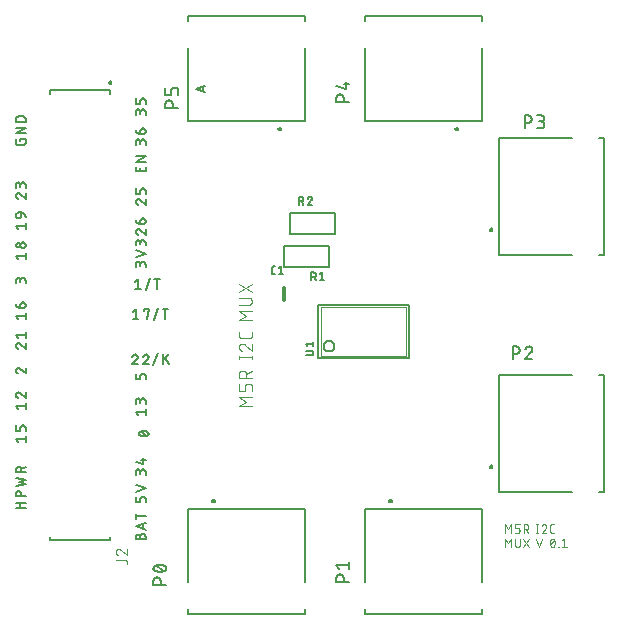
<source format=gbr>
G04 EAGLE Gerber RS-274X export*
G75*
%MOMM*%
%FSLAX34Y34*%
%LPD*%
%INSilkscreen Top*%
%IPPOS*%
%AMOC8*
5,1,8,0,0,1.08239X$1,22.5*%
G01*
%ADD10C,0.203200*%
%ADD11C,0.101600*%
%ADD12C,0.076200*%
%ADD13C,0.152400*%
%ADD14C,0.050800*%
%ADD15C,0.304800*%
%ADD16C,0.200000*%
%ADD17C,0.177800*%


D10*
X165608Y438827D02*
X157480Y441537D01*
X165608Y444246D01*
X163576Y443569D02*
X163576Y439505D01*
X9073Y398904D02*
X9073Y397550D01*
X9073Y398904D02*
X13589Y398904D01*
X13589Y396195D01*
X13587Y396112D01*
X13581Y396028D01*
X13572Y395945D01*
X13558Y395863D01*
X13541Y395782D01*
X13520Y395701D01*
X13495Y395621D01*
X13467Y395543D01*
X13435Y395466D01*
X13400Y395390D01*
X13361Y395316D01*
X13318Y395244D01*
X13273Y395174D01*
X13224Y395107D01*
X13172Y395041D01*
X13118Y394978D01*
X13060Y394918D01*
X13000Y394860D01*
X12937Y394806D01*
X12871Y394754D01*
X12804Y394705D01*
X12734Y394660D01*
X12662Y394617D01*
X12588Y394578D01*
X12513Y394543D01*
X12435Y394511D01*
X12357Y394483D01*
X12277Y394458D01*
X12197Y394437D01*
X12115Y394420D01*
X12033Y394406D01*
X11950Y394397D01*
X11866Y394391D01*
X11783Y394389D01*
X7267Y394389D01*
X7184Y394391D01*
X7100Y394397D01*
X7017Y394406D01*
X6935Y394420D01*
X6854Y394437D01*
X6773Y394458D01*
X6693Y394483D01*
X6615Y394511D01*
X6538Y394543D01*
X6462Y394578D01*
X6388Y394617D01*
X6316Y394660D01*
X6246Y394705D01*
X6179Y394754D01*
X6113Y394806D01*
X6050Y394860D01*
X5990Y394918D01*
X5932Y394978D01*
X5878Y395041D01*
X5826Y395107D01*
X5777Y395174D01*
X5732Y395244D01*
X5689Y395316D01*
X5650Y395390D01*
X5615Y395465D01*
X5583Y395543D01*
X5555Y395621D01*
X5530Y395701D01*
X5509Y395781D01*
X5492Y395863D01*
X5478Y395945D01*
X5469Y396028D01*
X5463Y396112D01*
X5461Y396195D01*
X5461Y398904D01*
X5461Y404142D02*
X13589Y404142D01*
X13589Y408658D02*
X5461Y404142D01*
X5461Y408658D02*
X13589Y408658D01*
X13589Y413896D02*
X5461Y413896D01*
X5461Y416154D01*
X5463Y416247D01*
X5469Y416340D01*
X5478Y416433D01*
X5492Y416526D01*
X5509Y416617D01*
X5530Y416708D01*
X5555Y416798D01*
X5583Y416887D01*
X5615Y416975D01*
X5651Y417061D01*
X5690Y417146D01*
X5733Y417229D01*
X5779Y417310D01*
X5829Y417389D01*
X5881Y417466D01*
X5937Y417541D01*
X5996Y417613D01*
X6058Y417683D01*
X6122Y417751D01*
X6190Y417815D01*
X6260Y417877D01*
X6332Y417936D01*
X6407Y417992D01*
X6484Y418044D01*
X6563Y418094D01*
X6644Y418140D01*
X6727Y418183D01*
X6812Y418222D01*
X6898Y418258D01*
X6986Y418290D01*
X7075Y418318D01*
X7165Y418343D01*
X7256Y418364D01*
X7347Y418381D01*
X7440Y418395D01*
X7533Y418404D01*
X7626Y418410D01*
X7719Y418412D01*
X7719Y418411D02*
X11331Y418411D01*
X11331Y418412D02*
X11424Y418410D01*
X11517Y418404D01*
X11610Y418395D01*
X11703Y418381D01*
X11794Y418364D01*
X11885Y418343D01*
X11975Y418318D01*
X12064Y418290D01*
X12152Y418258D01*
X12238Y418222D01*
X12323Y418183D01*
X12406Y418140D01*
X12487Y418094D01*
X12566Y418044D01*
X12643Y417992D01*
X12718Y417936D01*
X12790Y417877D01*
X12860Y417815D01*
X12928Y417751D01*
X12992Y417683D01*
X13054Y417613D01*
X13113Y417541D01*
X13169Y417466D01*
X13221Y417389D01*
X13271Y417310D01*
X13317Y417229D01*
X13360Y417146D01*
X13399Y417061D01*
X13435Y416975D01*
X13467Y416887D01*
X13495Y416798D01*
X13520Y416708D01*
X13541Y416617D01*
X13558Y416526D01*
X13572Y416433D01*
X13581Y416340D01*
X13587Y416247D01*
X13589Y416154D01*
X13589Y413896D01*
X7493Y353286D02*
X7404Y353284D01*
X7316Y353278D01*
X7228Y353269D01*
X7140Y353255D01*
X7053Y353238D01*
X6967Y353217D01*
X6882Y353192D01*
X6798Y353163D01*
X6715Y353131D01*
X6634Y353096D01*
X6555Y353056D01*
X6477Y353014D01*
X6401Y352968D01*
X6327Y352919D01*
X6256Y352866D01*
X6187Y352811D01*
X6120Y352752D01*
X6056Y352691D01*
X5995Y352627D01*
X5936Y352560D01*
X5881Y352491D01*
X5828Y352420D01*
X5779Y352346D01*
X5733Y352270D01*
X5691Y352192D01*
X5651Y352113D01*
X5616Y352032D01*
X5584Y351949D01*
X5555Y351865D01*
X5530Y351780D01*
X5509Y351694D01*
X5492Y351607D01*
X5478Y351519D01*
X5469Y351431D01*
X5463Y351343D01*
X5461Y351254D01*
X5463Y351155D01*
X5469Y351055D01*
X5478Y350956D01*
X5491Y350858D01*
X5508Y350759D01*
X5529Y350662D01*
X5553Y350566D01*
X5581Y350470D01*
X5613Y350376D01*
X5648Y350283D01*
X5687Y350191D01*
X5729Y350101D01*
X5775Y350013D01*
X5824Y349926D01*
X5876Y349841D01*
X5932Y349759D01*
X5990Y349678D01*
X6052Y349600D01*
X6116Y349524D01*
X6183Y349451D01*
X6253Y349380D01*
X6326Y349313D01*
X6401Y349247D01*
X6479Y349185D01*
X6559Y349126D01*
X6641Y349070D01*
X6725Y349017D01*
X6812Y348967D01*
X6900Y348921D01*
X6989Y348878D01*
X7081Y348838D01*
X7174Y348802D01*
X7268Y348770D01*
X9074Y352609D02*
X9008Y352675D01*
X8940Y352738D01*
X8869Y352798D01*
X8795Y352855D01*
X8720Y352909D01*
X8642Y352959D01*
X8561Y353007D01*
X8479Y353050D01*
X8395Y353091D01*
X8310Y353127D01*
X8223Y353160D01*
X8135Y353190D01*
X8045Y353215D01*
X7955Y353237D01*
X7863Y353254D01*
X7771Y353268D01*
X7679Y353278D01*
X7586Y353284D01*
X7493Y353286D01*
X9073Y352608D02*
X13589Y348770D01*
X13589Y353286D01*
X13589Y357914D02*
X13589Y360172D01*
X13587Y360265D01*
X13581Y360358D01*
X13572Y360451D01*
X13558Y360544D01*
X13541Y360635D01*
X13520Y360726D01*
X13495Y360816D01*
X13467Y360905D01*
X13435Y360993D01*
X13399Y361079D01*
X13360Y361164D01*
X13317Y361247D01*
X13271Y361328D01*
X13221Y361407D01*
X13169Y361484D01*
X13113Y361559D01*
X13054Y361631D01*
X12992Y361701D01*
X12928Y361769D01*
X12860Y361833D01*
X12790Y361895D01*
X12718Y361954D01*
X12643Y362010D01*
X12566Y362062D01*
X12487Y362112D01*
X12406Y362158D01*
X12323Y362201D01*
X12238Y362240D01*
X12152Y362276D01*
X12064Y362308D01*
X11975Y362336D01*
X11885Y362361D01*
X11794Y362382D01*
X11703Y362399D01*
X11610Y362413D01*
X11517Y362422D01*
X11424Y362428D01*
X11331Y362430D01*
X11238Y362428D01*
X11145Y362422D01*
X11052Y362413D01*
X10959Y362399D01*
X10868Y362382D01*
X10777Y362361D01*
X10687Y362336D01*
X10598Y362308D01*
X10510Y362276D01*
X10424Y362240D01*
X10339Y362201D01*
X10256Y362158D01*
X10175Y362112D01*
X10096Y362062D01*
X10019Y362010D01*
X9944Y361954D01*
X9872Y361895D01*
X9802Y361833D01*
X9734Y361769D01*
X9670Y361701D01*
X9608Y361631D01*
X9549Y361559D01*
X9493Y361484D01*
X9441Y361407D01*
X9391Y361328D01*
X9345Y361247D01*
X9302Y361164D01*
X9263Y361079D01*
X9227Y360993D01*
X9195Y360905D01*
X9167Y360816D01*
X9142Y360726D01*
X9121Y360635D01*
X9104Y360544D01*
X9090Y360451D01*
X9081Y360358D01*
X9075Y360265D01*
X9073Y360172D01*
X5461Y360624D02*
X5461Y357914D01*
X5461Y360624D02*
X5463Y360707D01*
X5469Y360791D01*
X5478Y360874D01*
X5492Y360956D01*
X5509Y361037D01*
X5530Y361118D01*
X5555Y361198D01*
X5583Y361276D01*
X5615Y361353D01*
X5650Y361429D01*
X5689Y361503D01*
X5732Y361575D01*
X5777Y361645D01*
X5826Y361712D01*
X5878Y361778D01*
X5932Y361841D01*
X5990Y361901D01*
X6050Y361959D01*
X6113Y362013D01*
X6179Y362065D01*
X6246Y362114D01*
X6316Y362159D01*
X6388Y362202D01*
X6462Y362241D01*
X6538Y362276D01*
X6615Y362308D01*
X6693Y362336D01*
X6773Y362361D01*
X6854Y362382D01*
X6935Y362399D01*
X7017Y362413D01*
X7100Y362422D01*
X7184Y362428D01*
X7267Y362430D01*
X7350Y362428D01*
X7434Y362422D01*
X7517Y362413D01*
X7599Y362399D01*
X7680Y362382D01*
X7761Y362361D01*
X7841Y362336D01*
X7919Y362308D01*
X7996Y362276D01*
X8072Y362241D01*
X8146Y362202D01*
X8218Y362159D01*
X8288Y362114D01*
X8355Y362065D01*
X8421Y362013D01*
X8484Y361959D01*
X8544Y361901D01*
X8602Y361841D01*
X8656Y361778D01*
X8708Y361712D01*
X8757Y361645D01*
X8802Y361575D01*
X8845Y361503D01*
X8884Y361429D01*
X8919Y361353D01*
X8951Y361276D01*
X8979Y361198D01*
X9004Y361118D01*
X9025Y361037D01*
X9042Y360956D01*
X9056Y360874D01*
X9065Y360791D01*
X9071Y360707D01*
X9073Y360624D01*
X9073Y358817D01*
X5461Y325628D02*
X7267Y323370D01*
X5461Y325628D02*
X13589Y325628D01*
X13589Y323370D02*
X13589Y327886D01*
X9977Y334320D02*
X9977Y337030D01*
X9976Y334320D02*
X9974Y334237D01*
X9968Y334153D01*
X9959Y334070D01*
X9945Y333988D01*
X9928Y333907D01*
X9907Y333826D01*
X9882Y333746D01*
X9854Y333668D01*
X9822Y333591D01*
X9787Y333515D01*
X9748Y333441D01*
X9705Y333369D01*
X9660Y333299D01*
X9611Y333232D01*
X9559Y333166D01*
X9505Y333103D01*
X9447Y333043D01*
X9387Y332985D01*
X9324Y332931D01*
X9258Y332879D01*
X9191Y332830D01*
X9121Y332785D01*
X9049Y332742D01*
X8975Y332703D01*
X8900Y332668D01*
X8822Y332636D01*
X8744Y332608D01*
X8664Y332583D01*
X8584Y332562D01*
X8502Y332545D01*
X8420Y332531D01*
X8337Y332522D01*
X8253Y332516D01*
X8170Y332514D01*
X7719Y332514D01*
X7626Y332516D01*
X7533Y332522D01*
X7440Y332531D01*
X7347Y332545D01*
X7256Y332562D01*
X7165Y332583D01*
X7075Y332608D01*
X6986Y332636D01*
X6898Y332668D01*
X6812Y332704D01*
X6727Y332743D01*
X6644Y332786D01*
X6563Y332832D01*
X6484Y332882D01*
X6407Y332934D01*
X6332Y332990D01*
X6260Y333049D01*
X6190Y333111D01*
X6122Y333175D01*
X6058Y333243D01*
X5996Y333313D01*
X5937Y333385D01*
X5881Y333460D01*
X5829Y333537D01*
X5779Y333616D01*
X5733Y333697D01*
X5690Y333780D01*
X5651Y333865D01*
X5615Y333951D01*
X5583Y334039D01*
X5555Y334128D01*
X5530Y334218D01*
X5509Y334309D01*
X5492Y334400D01*
X5478Y334493D01*
X5469Y334586D01*
X5463Y334679D01*
X5461Y334772D01*
X5463Y334865D01*
X5469Y334958D01*
X5478Y335051D01*
X5492Y335144D01*
X5509Y335235D01*
X5530Y335326D01*
X5555Y335416D01*
X5583Y335505D01*
X5615Y335593D01*
X5651Y335679D01*
X5690Y335764D01*
X5733Y335847D01*
X5779Y335928D01*
X5829Y336007D01*
X5881Y336084D01*
X5937Y336159D01*
X5996Y336231D01*
X6058Y336301D01*
X6122Y336369D01*
X6190Y336433D01*
X6260Y336495D01*
X6332Y336554D01*
X6407Y336610D01*
X6484Y336662D01*
X6563Y336712D01*
X6644Y336758D01*
X6727Y336801D01*
X6812Y336840D01*
X6898Y336876D01*
X6986Y336908D01*
X7075Y336936D01*
X7165Y336961D01*
X7256Y336982D01*
X7347Y336999D01*
X7440Y337013D01*
X7533Y337022D01*
X7626Y337028D01*
X7719Y337030D01*
X9977Y337030D01*
X9977Y337029D02*
X10095Y337027D01*
X10213Y337021D01*
X10331Y337012D01*
X10448Y336998D01*
X10565Y336981D01*
X10682Y336960D01*
X10797Y336935D01*
X10912Y336906D01*
X11026Y336873D01*
X11138Y336837D01*
X11249Y336797D01*
X11359Y336754D01*
X11468Y336707D01*
X11575Y336657D01*
X11680Y336602D01*
X11783Y336545D01*
X11884Y336484D01*
X11984Y336420D01*
X12081Y336353D01*
X12176Y336283D01*
X12268Y336209D01*
X12359Y336133D01*
X12446Y336053D01*
X12531Y335971D01*
X12613Y335886D01*
X12693Y335799D01*
X12769Y335708D01*
X12843Y335616D01*
X12913Y335521D01*
X12980Y335424D01*
X13044Y335324D01*
X13105Y335223D01*
X13162Y335120D01*
X13217Y335015D01*
X13267Y334908D01*
X13314Y334799D01*
X13357Y334689D01*
X13397Y334578D01*
X13433Y334466D01*
X13466Y334352D01*
X13495Y334237D01*
X13520Y334122D01*
X13541Y334005D01*
X13558Y333888D01*
X13572Y333771D01*
X13581Y333653D01*
X13587Y333535D01*
X13589Y333417D01*
X5461Y300228D02*
X7267Y297970D01*
X5461Y300228D02*
X13589Y300228D01*
X13589Y297970D02*
X13589Y302486D01*
X11331Y307114D02*
X11238Y307116D01*
X11145Y307122D01*
X11052Y307131D01*
X10959Y307145D01*
X10868Y307162D01*
X10777Y307183D01*
X10687Y307208D01*
X10598Y307236D01*
X10510Y307268D01*
X10424Y307304D01*
X10339Y307343D01*
X10256Y307386D01*
X10175Y307432D01*
X10096Y307482D01*
X10019Y307534D01*
X9944Y307590D01*
X9872Y307649D01*
X9802Y307711D01*
X9734Y307775D01*
X9670Y307843D01*
X9608Y307913D01*
X9549Y307985D01*
X9493Y308060D01*
X9441Y308137D01*
X9391Y308216D01*
X9345Y308297D01*
X9302Y308380D01*
X9263Y308465D01*
X9227Y308551D01*
X9195Y308639D01*
X9167Y308728D01*
X9142Y308818D01*
X9121Y308909D01*
X9104Y309000D01*
X9090Y309093D01*
X9081Y309186D01*
X9075Y309279D01*
X9073Y309372D01*
X9075Y309465D01*
X9081Y309558D01*
X9090Y309651D01*
X9104Y309744D01*
X9121Y309835D01*
X9142Y309926D01*
X9167Y310016D01*
X9195Y310105D01*
X9227Y310193D01*
X9263Y310279D01*
X9302Y310364D01*
X9345Y310447D01*
X9391Y310528D01*
X9441Y310607D01*
X9493Y310684D01*
X9549Y310759D01*
X9608Y310831D01*
X9670Y310901D01*
X9734Y310969D01*
X9802Y311033D01*
X9872Y311095D01*
X9944Y311154D01*
X10019Y311210D01*
X10096Y311262D01*
X10175Y311312D01*
X10256Y311358D01*
X10339Y311401D01*
X10424Y311440D01*
X10510Y311476D01*
X10598Y311508D01*
X10687Y311536D01*
X10777Y311561D01*
X10868Y311582D01*
X10959Y311599D01*
X11052Y311613D01*
X11145Y311622D01*
X11238Y311628D01*
X11331Y311630D01*
X11424Y311628D01*
X11517Y311622D01*
X11610Y311613D01*
X11703Y311599D01*
X11794Y311582D01*
X11885Y311561D01*
X11975Y311536D01*
X12064Y311508D01*
X12152Y311476D01*
X12238Y311440D01*
X12323Y311401D01*
X12406Y311358D01*
X12487Y311312D01*
X12566Y311262D01*
X12643Y311210D01*
X12718Y311154D01*
X12790Y311095D01*
X12860Y311033D01*
X12928Y310969D01*
X12992Y310901D01*
X13054Y310831D01*
X13113Y310759D01*
X13169Y310684D01*
X13221Y310607D01*
X13271Y310528D01*
X13317Y310447D01*
X13360Y310364D01*
X13399Y310279D01*
X13435Y310193D01*
X13467Y310105D01*
X13495Y310016D01*
X13520Y309926D01*
X13541Y309835D01*
X13558Y309744D01*
X13572Y309651D01*
X13581Y309558D01*
X13587Y309465D01*
X13589Y309372D01*
X13587Y309279D01*
X13581Y309186D01*
X13572Y309093D01*
X13558Y309000D01*
X13541Y308909D01*
X13520Y308818D01*
X13495Y308728D01*
X13467Y308639D01*
X13435Y308551D01*
X13399Y308465D01*
X13360Y308380D01*
X13317Y308297D01*
X13271Y308216D01*
X13221Y308137D01*
X13169Y308060D01*
X13113Y307985D01*
X13054Y307913D01*
X12992Y307843D01*
X12928Y307775D01*
X12860Y307711D01*
X12790Y307649D01*
X12718Y307590D01*
X12643Y307534D01*
X12566Y307482D01*
X12487Y307432D01*
X12406Y307386D01*
X12323Y307343D01*
X12238Y307304D01*
X12152Y307268D01*
X12064Y307236D01*
X11975Y307208D01*
X11885Y307183D01*
X11794Y307162D01*
X11703Y307145D01*
X11610Y307131D01*
X11517Y307122D01*
X11424Y307116D01*
X11331Y307114D01*
X7267Y307566D02*
X7184Y307568D01*
X7100Y307574D01*
X7017Y307583D01*
X6935Y307597D01*
X6854Y307614D01*
X6773Y307635D01*
X6693Y307660D01*
X6615Y307688D01*
X6538Y307720D01*
X6462Y307755D01*
X6388Y307794D01*
X6316Y307837D01*
X6246Y307882D01*
X6179Y307931D01*
X6113Y307983D01*
X6050Y308037D01*
X5990Y308095D01*
X5932Y308155D01*
X5878Y308218D01*
X5826Y308284D01*
X5777Y308351D01*
X5732Y308421D01*
X5689Y308493D01*
X5650Y308567D01*
X5615Y308643D01*
X5583Y308720D01*
X5555Y308798D01*
X5530Y308878D01*
X5509Y308959D01*
X5492Y309040D01*
X5478Y309122D01*
X5469Y309205D01*
X5463Y309289D01*
X5461Y309372D01*
X5463Y309455D01*
X5469Y309539D01*
X5478Y309622D01*
X5492Y309704D01*
X5509Y309785D01*
X5530Y309866D01*
X5555Y309946D01*
X5583Y310024D01*
X5615Y310101D01*
X5650Y310177D01*
X5689Y310251D01*
X5732Y310323D01*
X5777Y310393D01*
X5826Y310460D01*
X5878Y310526D01*
X5932Y310589D01*
X5990Y310649D01*
X6050Y310707D01*
X6113Y310761D01*
X6179Y310813D01*
X6246Y310862D01*
X6316Y310907D01*
X6388Y310950D01*
X6462Y310989D01*
X6538Y311024D01*
X6615Y311056D01*
X6693Y311084D01*
X6773Y311109D01*
X6854Y311130D01*
X6935Y311147D01*
X7017Y311161D01*
X7100Y311170D01*
X7184Y311176D01*
X7267Y311178D01*
X7350Y311176D01*
X7434Y311170D01*
X7517Y311161D01*
X7599Y311147D01*
X7680Y311130D01*
X7761Y311109D01*
X7841Y311084D01*
X7919Y311056D01*
X7996Y311024D01*
X8072Y310989D01*
X8146Y310950D01*
X8218Y310907D01*
X8288Y310862D01*
X8355Y310813D01*
X8421Y310761D01*
X8484Y310707D01*
X8544Y310649D01*
X8602Y310589D01*
X8656Y310526D01*
X8708Y310460D01*
X8757Y310393D01*
X8802Y310323D01*
X8845Y310251D01*
X8884Y310177D01*
X8919Y310101D01*
X8951Y310024D01*
X8979Y309946D01*
X9004Y309866D01*
X9025Y309785D01*
X9042Y309704D01*
X9056Y309622D01*
X9065Y309539D01*
X9071Y309455D01*
X9073Y309372D01*
X9071Y309289D01*
X9065Y309205D01*
X9056Y309122D01*
X9042Y309040D01*
X9025Y308959D01*
X9004Y308878D01*
X8979Y308798D01*
X8951Y308720D01*
X8919Y308643D01*
X8884Y308567D01*
X8845Y308493D01*
X8802Y308421D01*
X8757Y308351D01*
X8708Y308284D01*
X8656Y308218D01*
X8602Y308155D01*
X8544Y308095D01*
X8484Y308037D01*
X8421Y307983D01*
X8355Y307931D01*
X8288Y307882D01*
X8218Y307837D01*
X8146Y307794D01*
X8072Y307755D01*
X7996Y307720D01*
X7919Y307688D01*
X7841Y307660D01*
X7761Y307635D01*
X7680Y307614D01*
X7599Y307597D01*
X7517Y307583D01*
X7434Y307574D01*
X7350Y307568D01*
X7267Y307566D01*
X13589Y279400D02*
X13589Y277142D01*
X13589Y279400D02*
X13587Y279493D01*
X13581Y279586D01*
X13572Y279679D01*
X13558Y279772D01*
X13541Y279863D01*
X13520Y279954D01*
X13495Y280044D01*
X13467Y280133D01*
X13435Y280221D01*
X13399Y280307D01*
X13360Y280392D01*
X13317Y280475D01*
X13271Y280556D01*
X13221Y280635D01*
X13169Y280712D01*
X13113Y280787D01*
X13054Y280859D01*
X12992Y280929D01*
X12928Y280997D01*
X12860Y281061D01*
X12790Y281123D01*
X12718Y281182D01*
X12643Y281238D01*
X12566Y281290D01*
X12487Y281340D01*
X12406Y281386D01*
X12323Y281429D01*
X12238Y281468D01*
X12152Y281504D01*
X12064Y281536D01*
X11975Y281564D01*
X11885Y281589D01*
X11794Y281610D01*
X11703Y281627D01*
X11610Y281641D01*
X11517Y281650D01*
X11424Y281656D01*
X11331Y281658D01*
X11238Y281656D01*
X11145Y281650D01*
X11052Y281641D01*
X10959Y281627D01*
X10868Y281610D01*
X10777Y281589D01*
X10687Y281564D01*
X10598Y281536D01*
X10510Y281504D01*
X10424Y281468D01*
X10339Y281429D01*
X10256Y281386D01*
X10175Y281340D01*
X10096Y281290D01*
X10019Y281238D01*
X9944Y281182D01*
X9872Y281123D01*
X9802Y281061D01*
X9734Y280997D01*
X9670Y280929D01*
X9608Y280859D01*
X9549Y280787D01*
X9493Y280712D01*
X9441Y280635D01*
X9391Y280556D01*
X9345Y280475D01*
X9302Y280392D01*
X9263Y280307D01*
X9227Y280221D01*
X9195Y280133D01*
X9167Y280044D01*
X9142Y279954D01*
X9121Y279863D01*
X9104Y279772D01*
X9090Y279679D01*
X9081Y279586D01*
X9075Y279493D01*
X9073Y279400D01*
X5461Y279852D02*
X5461Y277142D01*
X5461Y279852D02*
X5463Y279935D01*
X5469Y280019D01*
X5478Y280102D01*
X5492Y280184D01*
X5509Y280265D01*
X5530Y280346D01*
X5555Y280426D01*
X5583Y280504D01*
X5615Y280581D01*
X5650Y280657D01*
X5689Y280731D01*
X5732Y280803D01*
X5777Y280873D01*
X5826Y280940D01*
X5878Y281006D01*
X5932Y281069D01*
X5990Y281129D01*
X6050Y281187D01*
X6113Y281241D01*
X6179Y281293D01*
X6246Y281342D01*
X6316Y281387D01*
X6388Y281430D01*
X6462Y281469D01*
X6538Y281504D01*
X6615Y281536D01*
X6693Y281564D01*
X6773Y281589D01*
X6854Y281610D01*
X6935Y281627D01*
X7017Y281641D01*
X7100Y281650D01*
X7184Y281656D01*
X7267Y281658D01*
X7350Y281656D01*
X7434Y281650D01*
X7517Y281641D01*
X7599Y281627D01*
X7680Y281610D01*
X7761Y281589D01*
X7841Y281564D01*
X7919Y281536D01*
X7996Y281504D01*
X8072Y281469D01*
X8146Y281430D01*
X8218Y281387D01*
X8288Y281342D01*
X8355Y281293D01*
X8421Y281241D01*
X8484Y281187D01*
X8544Y281129D01*
X8602Y281069D01*
X8656Y281006D01*
X8708Y280940D01*
X8757Y280873D01*
X8802Y280803D01*
X8845Y280731D01*
X8884Y280657D01*
X8919Y280581D01*
X8951Y280504D01*
X8979Y280426D01*
X9004Y280346D01*
X9025Y280265D01*
X9042Y280184D01*
X9056Y280102D01*
X9065Y280019D01*
X9071Y279935D01*
X9073Y279852D01*
X9073Y278045D01*
X5461Y249428D02*
X7267Y247170D01*
X5461Y249428D02*
X13589Y249428D01*
X13589Y247170D02*
X13589Y251686D01*
X9073Y256314D02*
X9073Y259024D01*
X9074Y259024D02*
X9076Y259107D01*
X9082Y259191D01*
X9091Y259274D01*
X9105Y259356D01*
X9122Y259437D01*
X9143Y259518D01*
X9168Y259598D01*
X9196Y259676D01*
X9228Y259753D01*
X9263Y259829D01*
X9302Y259903D01*
X9345Y259975D01*
X9390Y260045D01*
X9439Y260112D01*
X9491Y260178D01*
X9545Y260241D01*
X9603Y260301D01*
X9663Y260359D01*
X9726Y260413D01*
X9792Y260465D01*
X9859Y260514D01*
X9929Y260560D01*
X10001Y260602D01*
X10075Y260641D01*
X10151Y260676D01*
X10228Y260708D01*
X10306Y260736D01*
X10386Y260761D01*
X10467Y260782D01*
X10548Y260799D01*
X10631Y260813D01*
X10713Y260822D01*
X10797Y260828D01*
X10880Y260830D01*
X11331Y260830D01*
X11424Y260828D01*
X11517Y260822D01*
X11610Y260813D01*
X11703Y260799D01*
X11794Y260782D01*
X11885Y260761D01*
X11975Y260736D01*
X12064Y260708D01*
X12152Y260676D01*
X12238Y260640D01*
X12323Y260601D01*
X12406Y260558D01*
X12487Y260512D01*
X12566Y260462D01*
X12643Y260410D01*
X12718Y260354D01*
X12790Y260295D01*
X12860Y260233D01*
X12928Y260169D01*
X12992Y260101D01*
X13054Y260031D01*
X13113Y259959D01*
X13169Y259884D01*
X13221Y259807D01*
X13271Y259728D01*
X13317Y259647D01*
X13360Y259564D01*
X13399Y259479D01*
X13435Y259393D01*
X13467Y259305D01*
X13495Y259216D01*
X13520Y259126D01*
X13541Y259035D01*
X13558Y258944D01*
X13572Y258851D01*
X13581Y258758D01*
X13587Y258665D01*
X13589Y258572D01*
X13587Y258479D01*
X13581Y258386D01*
X13572Y258293D01*
X13558Y258200D01*
X13541Y258109D01*
X13520Y258018D01*
X13495Y257928D01*
X13467Y257839D01*
X13435Y257751D01*
X13399Y257665D01*
X13360Y257580D01*
X13317Y257497D01*
X13271Y257416D01*
X13221Y257337D01*
X13169Y257260D01*
X13113Y257185D01*
X13054Y257113D01*
X12992Y257043D01*
X12928Y256975D01*
X12860Y256911D01*
X12790Y256849D01*
X12718Y256790D01*
X12643Y256734D01*
X12566Y256682D01*
X12487Y256632D01*
X12406Y256586D01*
X12323Y256543D01*
X12238Y256504D01*
X12152Y256468D01*
X12064Y256436D01*
X11975Y256408D01*
X11885Y256383D01*
X11794Y256362D01*
X11703Y256345D01*
X11610Y256331D01*
X11517Y256322D01*
X11424Y256316D01*
X11331Y256314D01*
X9073Y256314D01*
X8955Y256316D01*
X8837Y256322D01*
X8719Y256331D01*
X8601Y256345D01*
X8484Y256362D01*
X8368Y256383D01*
X8253Y256408D01*
X8138Y256437D01*
X8024Y256470D01*
X7912Y256506D01*
X7800Y256546D01*
X7690Y256589D01*
X7582Y256636D01*
X7475Y256687D01*
X7370Y256741D01*
X7267Y256798D01*
X7165Y256859D01*
X7066Y256923D01*
X6969Y256990D01*
X6874Y257061D01*
X6781Y257134D01*
X6691Y257211D01*
X6603Y257290D01*
X6518Y257372D01*
X6436Y257457D01*
X6357Y257545D01*
X6280Y257635D01*
X6207Y257728D01*
X6136Y257822D01*
X6069Y257920D01*
X6005Y258019D01*
X5944Y258120D01*
X5887Y258224D01*
X5833Y258329D01*
X5782Y258436D01*
X5735Y258544D01*
X5692Y258654D01*
X5652Y258766D01*
X5616Y258878D01*
X5583Y258992D01*
X5554Y259107D01*
X5529Y259222D01*
X5508Y259338D01*
X5491Y259455D01*
X5477Y259573D01*
X5468Y259691D01*
X5462Y259809D01*
X5460Y259927D01*
X7493Y226286D02*
X7404Y226284D01*
X7316Y226278D01*
X7228Y226269D01*
X7140Y226255D01*
X7053Y226238D01*
X6967Y226217D01*
X6882Y226192D01*
X6798Y226163D01*
X6715Y226131D01*
X6634Y226096D01*
X6555Y226056D01*
X6477Y226014D01*
X6401Y225968D01*
X6327Y225919D01*
X6256Y225866D01*
X6187Y225811D01*
X6120Y225752D01*
X6056Y225691D01*
X5995Y225627D01*
X5936Y225560D01*
X5881Y225491D01*
X5828Y225420D01*
X5779Y225346D01*
X5733Y225270D01*
X5691Y225192D01*
X5651Y225113D01*
X5616Y225032D01*
X5584Y224949D01*
X5555Y224865D01*
X5530Y224780D01*
X5509Y224694D01*
X5492Y224607D01*
X5478Y224519D01*
X5469Y224431D01*
X5463Y224343D01*
X5461Y224254D01*
X5463Y224155D01*
X5469Y224055D01*
X5478Y223956D01*
X5491Y223858D01*
X5508Y223759D01*
X5529Y223662D01*
X5553Y223566D01*
X5581Y223470D01*
X5613Y223376D01*
X5648Y223283D01*
X5687Y223191D01*
X5729Y223101D01*
X5775Y223013D01*
X5824Y222926D01*
X5876Y222841D01*
X5932Y222759D01*
X5990Y222678D01*
X6052Y222600D01*
X6116Y222524D01*
X6183Y222451D01*
X6253Y222380D01*
X6326Y222313D01*
X6401Y222247D01*
X6479Y222185D01*
X6559Y222126D01*
X6641Y222070D01*
X6725Y222017D01*
X6812Y221967D01*
X6900Y221921D01*
X6989Y221878D01*
X7081Y221838D01*
X7174Y221802D01*
X7268Y221770D01*
X9074Y225609D02*
X9008Y225675D01*
X8940Y225738D01*
X8869Y225798D01*
X8795Y225855D01*
X8720Y225909D01*
X8642Y225959D01*
X8561Y226007D01*
X8479Y226050D01*
X8395Y226091D01*
X8310Y226127D01*
X8223Y226160D01*
X8135Y226190D01*
X8045Y226215D01*
X7955Y226237D01*
X7863Y226254D01*
X7771Y226268D01*
X7679Y226278D01*
X7586Y226284D01*
X7493Y226286D01*
X9073Y225608D02*
X13589Y221770D01*
X13589Y226286D01*
X7267Y230914D02*
X5461Y233172D01*
X13589Y233172D01*
X13589Y230914D02*
X13589Y235430D01*
X7493Y205458D02*
X7404Y205456D01*
X7316Y205450D01*
X7228Y205441D01*
X7140Y205427D01*
X7053Y205410D01*
X6967Y205389D01*
X6882Y205364D01*
X6798Y205335D01*
X6715Y205303D01*
X6634Y205268D01*
X6555Y205228D01*
X6477Y205186D01*
X6401Y205140D01*
X6327Y205091D01*
X6256Y205038D01*
X6187Y204983D01*
X6120Y204924D01*
X6056Y204863D01*
X5995Y204799D01*
X5936Y204732D01*
X5881Y204663D01*
X5828Y204592D01*
X5779Y204518D01*
X5733Y204442D01*
X5691Y204364D01*
X5651Y204285D01*
X5616Y204204D01*
X5584Y204121D01*
X5555Y204037D01*
X5530Y203952D01*
X5509Y203866D01*
X5492Y203779D01*
X5478Y203691D01*
X5469Y203603D01*
X5463Y203515D01*
X5461Y203426D01*
X5463Y203327D01*
X5469Y203227D01*
X5478Y203128D01*
X5491Y203030D01*
X5508Y202931D01*
X5529Y202834D01*
X5553Y202738D01*
X5581Y202642D01*
X5613Y202548D01*
X5648Y202455D01*
X5687Y202363D01*
X5729Y202273D01*
X5775Y202185D01*
X5824Y202098D01*
X5876Y202013D01*
X5932Y201931D01*
X5990Y201850D01*
X6052Y201772D01*
X6116Y201696D01*
X6183Y201623D01*
X6253Y201552D01*
X6326Y201485D01*
X6401Y201419D01*
X6479Y201357D01*
X6559Y201298D01*
X6641Y201242D01*
X6725Y201189D01*
X6812Y201139D01*
X6900Y201093D01*
X6989Y201050D01*
X7081Y201010D01*
X7174Y200974D01*
X7268Y200942D01*
X9074Y204781D02*
X9008Y204847D01*
X8940Y204910D01*
X8869Y204970D01*
X8795Y205027D01*
X8720Y205081D01*
X8642Y205131D01*
X8561Y205179D01*
X8479Y205222D01*
X8395Y205263D01*
X8310Y205299D01*
X8223Y205332D01*
X8135Y205362D01*
X8045Y205387D01*
X7955Y205409D01*
X7863Y205426D01*
X7771Y205440D01*
X7679Y205450D01*
X7586Y205456D01*
X7493Y205458D01*
X9073Y204780D02*
X13589Y200942D01*
X13589Y205458D01*
X5461Y173228D02*
X7267Y170970D01*
X5461Y173228D02*
X13589Y173228D01*
X13589Y170970D02*
X13589Y175486D01*
X5461Y182598D02*
X5463Y182687D01*
X5469Y182775D01*
X5478Y182863D01*
X5492Y182951D01*
X5509Y183038D01*
X5530Y183124D01*
X5555Y183209D01*
X5584Y183293D01*
X5616Y183376D01*
X5651Y183457D01*
X5691Y183536D01*
X5733Y183614D01*
X5779Y183690D01*
X5828Y183764D01*
X5881Y183835D01*
X5936Y183904D01*
X5995Y183971D01*
X6056Y184035D01*
X6120Y184096D01*
X6187Y184155D01*
X6256Y184210D01*
X6327Y184263D01*
X6401Y184312D01*
X6477Y184358D01*
X6555Y184400D01*
X6634Y184440D01*
X6715Y184475D01*
X6798Y184507D01*
X6882Y184536D01*
X6967Y184561D01*
X7053Y184582D01*
X7140Y184599D01*
X7228Y184613D01*
X7316Y184622D01*
X7404Y184628D01*
X7493Y184630D01*
X5461Y182598D02*
X5463Y182499D01*
X5469Y182399D01*
X5478Y182300D01*
X5491Y182202D01*
X5508Y182103D01*
X5529Y182006D01*
X5553Y181910D01*
X5581Y181814D01*
X5613Y181720D01*
X5648Y181627D01*
X5687Y181535D01*
X5729Y181445D01*
X5775Y181357D01*
X5824Y181270D01*
X5876Y181185D01*
X5932Y181103D01*
X5990Y181022D01*
X6052Y180944D01*
X6116Y180868D01*
X6183Y180795D01*
X6253Y180724D01*
X6326Y180657D01*
X6401Y180591D01*
X6479Y180529D01*
X6559Y180470D01*
X6641Y180414D01*
X6725Y180361D01*
X6812Y180311D01*
X6900Y180265D01*
X6989Y180222D01*
X7081Y180182D01*
X7174Y180146D01*
X7268Y180114D01*
X9074Y183953D02*
X9008Y184019D01*
X8940Y184082D01*
X8869Y184142D01*
X8795Y184199D01*
X8720Y184253D01*
X8642Y184303D01*
X8561Y184351D01*
X8479Y184394D01*
X8395Y184435D01*
X8310Y184471D01*
X8223Y184504D01*
X8135Y184534D01*
X8045Y184559D01*
X7955Y184581D01*
X7863Y184598D01*
X7771Y184612D01*
X7679Y184622D01*
X7586Y184628D01*
X7493Y184630D01*
X9073Y183952D02*
X13589Y180114D01*
X13589Y184630D01*
X5461Y145288D02*
X7267Y143030D01*
X5461Y145288D02*
X13589Y145288D01*
X13589Y143030D02*
X13589Y147546D01*
X13589Y152174D02*
X13589Y154884D01*
X13587Y154967D01*
X13581Y155051D01*
X13572Y155134D01*
X13558Y155216D01*
X13541Y155297D01*
X13520Y155378D01*
X13495Y155458D01*
X13467Y155536D01*
X13435Y155613D01*
X13400Y155689D01*
X13361Y155763D01*
X13318Y155835D01*
X13273Y155905D01*
X13224Y155972D01*
X13172Y156038D01*
X13118Y156101D01*
X13060Y156161D01*
X13000Y156219D01*
X12937Y156273D01*
X12871Y156325D01*
X12804Y156374D01*
X12734Y156419D01*
X12662Y156462D01*
X12588Y156501D01*
X12512Y156536D01*
X12435Y156568D01*
X12357Y156596D01*
X12277Y156621D01*
X12196Y156642D01*
X12115Y156659D01*
X12033Y156673D01*
X11950Y156682D01*
X11866Y156688D01*
X11783Y156690D01*
X10880Y156690D01*
X10797Y156688D01*
X10713Y156682D01*
X10630Y156673D01*
X10548Y156659D01*
X10467Y156642D01*
X10386Y156621D01*
X10306Y156596D01*
X10228Y156568D01*
X10151Y156536D01*
X10075Y156501D01*
X10001Y156462D01*
X9929Y156419D01*
X9859Y156374D01*
X9792Y156325D01*
X9726Y156273D01*
X9663Y156219D01*
X9603Y156161D01*
X9545Y156101D01*
X9491Y156038D01*
X9439Y155972D01*
X9390Y155905D01*
X9345Y155835D01*
X9302Y155763D01*
X9263Y155689D01*
X9228Y155614D01*
X9196Y155536D01*
X9168Y155458D01*
X9143Y155378D01*
X9122Y155298D01*
X9105Y155216D01*
X9091Y155134D01*
X9082Y155051D01*
X9076Y154967D01*
X9074Y154884D01*
X9073Y154884D02*
X9073Y152174D01*
X5461Y152174D01*
X5461Y156690D01*
X5461Y86591D02*
X13589Y86591D01*
X9073Y86591D02*
X9073Y91106D01*
X5461Y91106D02*
X13589Y91106D01*
X13589Y96581D02*
X5461Y96581D01*
X5461Y98839D01*
X5463Y98932D01*
X5469Y99025D01*
X5478Y99118D01*
X5492Y99211D01*
X5509Y99302D01*
X5530Y99393D01*
X5555Y99483D01*
X5583Y99572D01*
X5615Y99660D01*
X5651Y99746D01*
X5690Y99831D01*
X5733Y99914D01*
X5779Y99995D01*
X5829Y100074D01*
X5881Y100151D01*
X5937Y100226D01*
X5996Y100298D01*
X6058Y100368D01*
X6122Y100436D01*
X6190Y100500D01*
X6260Y100562D01*
X6332Y100621D01*
X6407Y100677D01*
X6484Y100729D01*
X6563Y100779D01*
X6644Y100825D01*
X6727Y100868D01*
X6812Y100907D01*
X6898Y100943D01*
X6986Y100975D01*
X7075Y101003D01*
X7165Y101028D01*
X7256Y101049D01*
X7347Y101066D01*
X7440Y101080D01*
X7533Y101089D01*
X7626Y101095D01*
X7719Y101097D01*
X7812Y101095D01*
X7905Y101089D01*
X7998Y101080D01*
X8091Y101066D01*
X8182Y101049D01*
X8273Y101028D01*
X8363Y101003D01*
X8452Y100975D01*
X8540Y100943D01*
X8626Y100907D01*
X8711Y100868D01*
X8794Y100825D01*
X8875Y100779D01*
X8954Y100729D01*
X9031Y100677D01*
X9106Y100621D01*
X9178Y100562D01*
X9248Y100500D01*
X9316Y100436D01*
X9380Y100368D01*
X9442Y100298D01*
X9501Y100226D01*
X9557Y100151D01*
X9609Y100074D01*
X9659Y99995D01*
X9705Y99914D01*
X9748Y99831D01*
X9787Y99746D01*
X9823Y99660D01*
X9855Y99572D01*
X9883Y99483D01*
X9908Y99393D01*
X9929Y99302D01*
X9946Y99211D01*
X9960Y99118D01*
X9969Y99025D01*
X9975Y98932D01*
X9977Y98839D01*
X9977Y96581D01*
X5461Y105048D02*
X13589Y106854D01*
X8170Y108660D01*
X13589Y110467D01*
X5461Y112273D01*
X5461Y117174D02*
X13589Y117174D01*
X5461Y117174D02*
X5461Y119432D01*
X5463Y119525D01*
X5469Y119618D01*
X5478Y119711D01*
X5492Y119804D01*
X5509Y119895D01*
X5530Y119986D01*
X5555Y120076D01*
X5583Y120165D01*
X5615Y120253D01*
X5651Y120339D01*
X5690Y120424D01*
X5733Y120507D01*
X5779Y120588D01*
X5829Y120667D01*
X5881Y120744D01*
X5937Y120819D01*
X5996Y120891D01*
X6058Y120961D01*
X6122Y121029D01*
X6190Y121093D01*
X6260Y121155D01*
X6332Y121214D01*
X6407Y121270D01*
X6484Y121322D01*
X6563Y121372D01*
X6644Y121418D01*
X6727Y121461D01*
X6812Y121500D01*
X6898Y121536D01*
X6986Y121568D01*
X7075Y121596D01*
X7165Y121621D01*
X7256Y121642D01*
X7347Y121659D01*
X7440Y121673D01*
X7533Y121682D01*
X7626Y121688D01*
X7719Y121690D01*
X7812Y121688D01*
X7905Y121682D01*
X7998Y121673D01*
X8091Y121659D01*
X8182Y121642D01*
X8273Y121621D01*
X8363Y121596D01*
X8452Y121568D01*
X8540Y121536D01*
X8626Y121500D01*
X8711Y121461D01*
X8794Y121418D01*
X8875Y121372D01*
X8954Y121322D01*
X9031Y121270D01*
X9106Y121214D01*
X9178Y121155D01*
X9248Y121093D01*
X9316Y121029D01*
X9380Y120961D01*
X9442Y120891D01*
X9501Y120819D01*
X9557Y120744D01*
X9609Y120667D01*
X9659Y120588D01*
X9705Y120507D01*
X9748Y120424D01*
X9787Y120339D01*
X9823Y120253D01*
X9855Y120165D01*
X9883Y120076D01*
X9908Y119986D01*
X9929Y119895D01*
X9946Y119804D01*
X9960Y119711D01*
X9969Y119618D01*
X9975Y119525D01*
X9977Y119432D01*
X9977Y117174D01*
X9977Y119883D02*
X13589Y121689D01*
X115189Y419890D02*
X115189Y422148D01*
X115187Y422241D01*
X115181Y422334D01*
X115172Y422427D01*
X115158Y422520D01*
X115141Y422611D01*
X115120Y422702D01*
X115095Y422792D01*
X115067Y422881D01*
X115035Y422969D01*
X114999Y423055D01*
X114960Y423140D01*
X114917Y423223D01*
X114871Y423304D01*
X114821Y423383D01*
X114769Y423460D01*
X114713Y423535D01*
X114654Y423607D01*
X114592Y423677D01*
X114528Y423745D01*
X114460Y423809D01*
X114390Y423871D01*
X114318Y423930D01*
X114243Y423986D01*
X114166Y424038D01*
X114087Y424088D01*
X114006Y424134D01*
X113923Y424177D01*
X113838Y424216D01*
X113752Y424252D01*
X113664Y424284D01*
X113575Y424312D01*
X113485Y424337D01*
X113394Y424358D01*
X113303Y424375D01*
X113210Y424389D01*
X113117Y424398D01*
X113024Y424404D01*
X112931Y424406D01*
X112838Y424404D01*
X112745Y424398D01*
X112652Y424389D01*
X112559Y424375D01*
X112468Y424358D01*
X112377Y424337D01*
X112287Y424312D01*
X112198Y424284D01*
X112110Y424252D01*
X112024Y424216D01*
X111939Y424177D01*
X111856Y424134D01*
X111775Y424088D01*
X111696Y424038D01*
X111619Y423986D01*
X111544Y423930D01*
X111472Y423871D01*
X111402Y423809D01*
X111334Y423745D01*
X111270Y423677D01*
X111208Y423607D01*
X111149Y423535D01*
X111093Y423460D01*
X111041Y423383D01*
X110991Y423304D01*
X110945Y423223D01*
X110902Y423140D01*
X110863Y423055D01*
X110827Y422969D01*
X110795Y422881D01*
X110767Y422792D01*
X110742Y422702D01*
X110721Y422611D01*
X110704Y422520D01*
X110690Y422427D01*
X110681Y422334D01*
X110675Y422241D01*
X110673Y422148D01*
X107061Y422600D02*
X107061Y419890D01*
X107061Y422600D02*
X107063Y422683D01*
X107069Y422767D01*
X107078Y422850D01*
X107092Y422932D01*
X107109Y423013D01*
X107130Y423094D01*
X107155Y423174D01*
X107183Y423252D01*
X107215Y423329D01*
X107250Y423405D01*
X107289Y423479D01*
X107332Y423551D01*
X107377Y423621D01*
X107426Y423688D01*
X107478Y423754D01*
X107532Y423817D01*
X107590Y423877D01*
X107650Y423935D01*
X107713Y423989D01*
X107779Y424041D01*
X107846Y424090D01*
X107916Y424135D01*
X107988Y424178D01*
X108062Y424217D01*
X108138Y424252D01*
X108215Y424284D01*
X108293Y424312D01*
X108373Y424337D01*
X108454Y424358D01*
X108535Y424375D01*
X108617Y424389D01*
X108700Y424398D01*
X108784Y424404D01*
X108867Y424406D01*
X108950Y424404D01*
X109034Y424398D01*
X109117Y424389D01*
X109199Y424375D01*
X109280Y424358D01*
X109361Y424337D01*
X109441Y424312D01*
X109519Y424284D01*
X109596Y424252D01*
X109672Y424217D01*
X109746Y424178D01*
X109818Y424135D01*
X109888Y424090D01*
X109955Y424041D01*
X110021Y423989D01*
X110084Y423935D01*
X110144Y423877D01*
X110202Y423817D01*
X110256Y423754D01*
X110308Y423688D01*
X110357Y423621D01*
X110402Y423551D01*
X110445Y423479D01*
X110484Y423405D01*
X110519Y423329D01*
X110551Y423252D01*
X110579Y423174D01*
X110604Y423094D01*
X110625Y423013D01*
X110642Y422932D01*
X110656Y422850D01*
X110665Y422767D01*
X110671Y422683D01*
X110673Y422600D01*
X110673Y420793D01*
X115189Y429034D02*
X115189Y431744D01*
X115187Y431827D01*
X115181Y431911D01*
X115172Y431994D01*
X115158Y432076D01*
X115141Y432157D01*
X115120Y432238D01*
X115095Y432318D01*
X115067Y432396D01*
X115035Y432473D01*
X115000Y432549D01*
X114961Y432623D01*
X114918Y432695D01*
X114873Y432765D01*
X114824Y432832D01*
X114772Y432898D01*
X114718Y432961D01*
X114660Y433021D01*
X114600Y433079D01*
X114537Y433133D01*
X114471Y433185D01*
X114404Y433234D01*
X114334Y433279D01*
X114262Y433322D01*
X114188Y433361D01*
X114112Y433396D01*
X114035Y433428D01*
X113957Y433456D01*
X113877Y433481D01*
X113796Y433502D01*
X113715Y433519D01*
X113633Y433533D01*
X113550Y433542D01*
X113466Y433548D01*
X113383Y433550D01*
X112480Y433550D01*
X112397Y433548D01*
X112313Y433542D01*
X112230Y433533D01*
X112148Y433519D01*
X112067Y433502D01*
X111986Y433481D01*
X111906Y433456D01*
X111828Y433428D01*
X111751Y433396D01*
X111675Y433361D01*
X111601Y433322D01*
X111529Y433279D01*
X111459Y433234D01*
X111392Y433185D01*
X111326Y433133D01*
X111263Y433079D01*
X111203Y433021D01*
X111145Y432961D01*
X111091Y432898D01*
X111039Y432832D01*
X110990Y432765D01*
X110945Y432695D01*
X110902Y432623D01*
X110863Y432549D01*
X110828Y432474D01*
X110796Y432396D01*
X110768Y432318D01*
X110743Y432238D01*
X110722Y432158D01*
X110705Y432076D01*
X110691Y431994D01*
X110682Y431911D01*
X110676Y431827D01*
X110674Y431744D01*
X110673Y431744D02*
X110673Y429034D01*
X107061Y429034D01*
X107061Y433550D01*
X115189Y396748D02*
X115189Y394490D01*
X115189Y396748D02*
X115187Y396841D01*
X115181Y396934D01*
X115172Y397027D01*
X115158Y397120D01*
X115141Y397211D01*
X115120Y397302D01*
X115095Y397392D01*
X115067Y397481D01*
X115035Y397569D01*
X114999Y397655D01*
X114960Y397740D01*
X114917Y397823D01*
X114871Y397904D01*
X114821Y397983D01*
X114769Y398060D01*
X114713Y398135D01*
X114654Y398207D01*
X114592Y398277D01*
X114528Y398345D01*
X114460Y398409D01*
X114390Y398471D01*
X114318Y398530D01*
X114243Y398586D01*
X114166Y398638D01*
X114087Y398688D01*
X114006Y398734D01*
X113923Y398777D01*
X113838Y398816D01*
X113752Y398852D01*
X113664Y398884D01*
X113575Y398912D01*
X113485Y398937D01*
X113394Y398958D01*
X113303Y398975D01*
X113210Y398989D01*
X113117Y398998D01*
X113024Y399004D01*
X112931Y399006D01*
X112838Y399004D01*
X112745Y398998D01*
X112652Y398989D01*
X112559Y398975D01*
X112468Y398958D01*
X112377Y398937D01*
X112287Y398912D01*
X112198Y398884D01*
X112110Y398852D01*
X112024Y398816D01*
X111939Y398777D01*
X111856Y398734D01*
X111775Y398688D01*
X111696Y398638D01*
X111619Y398586D01*
X111544Y398530D01*
X111472Y398471D01*
X111402Y398409D01*
X111334Y398345D01*
X111270Y398277D01*
X111208Y398207D01*
X111149Y398135D01*
X111093Y398060D01*
X111041Y397983D01*
X110991Y397904D01*
X110945Y397823D01*
X110902Y397740D01*
X110863Y397655D01*
X110827Y397569D01*
X110795Y397481D01*
X110767Y397392D01*
X110742Y397302D01*
X110721Y397211D01*
X110704Y397120D01*
X110690Y397027D01*
X110681Y396934D01*
X110675Y396841D01*
X110673Y396748D01*
X107061Y397200D02*
X107061Y394490D01*
X107061Y397200D02*
X107063Y397283D01*
X107069Y397367D01*
X107078Y397450D01*
X107092Y397532D01*
X107109Y397613D01*
X107130Y397694D01*
X107155Y397774D01*
X107183Y397852D01*
X107215Y397929D01*
X107250Y398005D01*
X107289Y398079D01*
X107332Y398151D01*
X107377Y398221D01*
X107426Y398288D01*
X107478Y398354D01*
X107532Y398417D01*
X107590Y398477D01*
X107650Y398535D01*
X107713Y398589D01*
X107779Y398641D01*
X107846Y398690D01*
X107916Y398735D01*
X107988Y398778D01*
X108062Y398817D01*
X108138Y398852D01*
X108215Y398884D01*
X108293Y398912D01*
X108373Y398937D01*
X108454Y398958D01*
X108535Y398975D01*
X108617Y398989D01*
X108700Y398998D01*
X108784Y399004D01*
X108867Y399006D01*
X108950Y399004D01*
X109034Y398998D01*
X109117Y398989D01*
X109199Y398975D01*
X109280Y398958D01*
X109361Y398937D01*
X109441Y398912D01*
X109519Y398884D01*
X109596Y398852D01*
X109672Y398817D01*
X109746Y398778D01*
X109818Y398735D01*
X109888Y398690D01*
X109955Y398641D01*
X110021Y398589D01*
X110084Y398535D01*
X110144Y398477D01*
X110202Y398417D01*
X110256Y398354D01*
X110308Y398288D01*
X110357Y398221D01*
X110402Y398151D01*
X110445Y398079D01*
X110484Y398005D01*
X110519Y397929D01*
X110551Y397852D01*
X110579Y397774D01*
X110604Y397694D01*
X110625Y397613D01*
X110642Y397532D01*
X110656Y397450D01*
X110665Y397367D01*
X110671Y397283D01*
X110673Y397200D01*
X110673Y395393D01*
X110673Y403634D02*
X110673Y406344D01*
X110674Y406344D02*
X110676Y406427D01*
X110682Y406511D01*
X110691Y406594D01*
X110705Y406676D01*
X110722Y406757D01*
X110743Y406838D01*
X110768Y406918D01*
X110796Y406996D01*
X110828Y407073D01*
X110863Y407149D01*
X110902Y407223D01*
X110945Y407295D01*
X110990Y407365D01*
X111039Y407432D01*
X111091Y407498D01*
X111145Y407561D01*
X111203Y407621D01*
X111263Y407679D01*
X111326Y407733D01*
X111392Y407785D01*
X111459Y407834D01*
X111529Y407880D01*
X111601Y407922D01*
X111675Y407961D01*
X111751Y407996D01*
X111828Y408028D01*
X111906Y408056D01*
X111986Y408081D01*
X112067Y408102D01*
X112148Y408119D01*
X112231Y408133D01*
X112313Y408142D01*
X112397Y408148D01*
X112480Y408150D01*
X112931Y408150D01*
X113024Y408148D01*
X113117Y408142D01*
X113210Y408133D01*
X113303Y408119D01*
X113394Y408102D01*
X113485Y408081D01*
X113575Y408056D01*
X113664Y408028D01*
X113752Y407996D01*
X113838Y407960D01*
X113923Y407921D01*
X114006Y407878D01*
X114087Y407832D01*
X114166Y407782D01*
X114243Y407730D01*
X114318Y407674D01*
X114390Y407615D01*
X114460Y407553D01*
X114528Y407489D01*
X114592Y407421D01*
X114654Y407351D01*
X114713Y407279D01*
X114769Y407204D01*
X114821Y407127D01*
X114871Y407048D01*
X114917Y406967D01*
X114960Y406884D01*
X114999Y406799D01*
X115035Y406713D01*
X115067Y406625D01*
X115095Y406536D01*
X115120Y406446D01*
X115141Y406355D01*
X115158Y406264D01*
X115172Y406171D01*
X115181Y406078D01*
X115187Y405985D01*
X115189Y405892D01*
X115187Y405799D01*
X115181Y405706D01*
X115172Y405613D01*
X115158Y405520D01*
X115141Y405429D01*
X115120Y405338D01*
X115095Y405248D01*
X115067Y405159D01*
X115035Y405071D01*
X114999Y404985D01*
X114960Y404900D01*
X114917Y404817D01*
X114871Y404736D01*
X114821Y404657D01*
X114769Y404580D01*
X114713Y404505D01*
X114654Y404433D01*
X114592Y404363D01*
X114528Y404295D01*
X114460Y404231D01*
X114390Y404169D01*
X114318Y404110D01*
X114243Y404054D01*
X114166Y404002D01*
X114087Y403952D01*
X114006Y403906D01*
X113923Y403863D01*
X113838Y403824D01*
X113752Y403788D01*
X113664Y403756D01*
X113575Y403728D01*
X113485Y403703D01*
X113394Y403682D01*
X113303Y403665D01*
X113210Y403651D01*
X113117Y403642D01*
X113024Y403636D01*
X112931Y403634D01*
X110673Y403634D01*
X110555Y403636D01*
X110437Y403642D01*
X110319Y403651D01*
X110201Y403665D01*
X110084Y403682D01*
X109968Y403703D01*
X109853Y403728D01*
X109738Y403757D01*
X109624Y403790D01*
X109512Y403826D01*
X109400Y403866D01*
X109290Y403909D01*
X109182Y403956D01*
X109075Y404007D01*
X108970Y404061D01*
X108867Y404118D01*
X108765Y404179D01*
X108666Y404243D01*
X108569Y404310D01*
X108474Y404381D01*
X108381Y404454D01*
X108291Y404531D01*
X108203Y404610D01*
X108118Y404692D01*
X108036Y404777D01*
X107957Y404865D01*
X107880Y404955D01*
X107807Y405048D01*
X107736Y405142D01*
X107669Y405240D01*
X107605Y405339D01*
X107544Y405440D01*
X107487Y405544D01*
X107433Y405649D01*
X107382Y405756D01*
X107335Y405864D01*
X107292Y405974D01*
X107252Y406086D01*
X107216Y406198D01*
X107183Y406312D01*
X107154Y406427D01*
X107129Y406542D01*
X107108Y406658D01*
X107091Y406775D01*
X107077Y406893D01*
X107068Y407011D01*
X107062Y407129D01*
X107060Y407247D01*
X115189Y375868D02*
X115189Y372256D01*
X107061Y372256D01*
X107061Y375868D01*
X110673Y374965D02*
X110673Y372256D01*
X107061Y380149D02*
X115189Y380149D01*
X115189Y384664D02*
X107061Y380149D01*
X107061Y384664D02*
X115189Y384664D01*
X109093Y348206D02*
X109004Y348204D01*
X108916Y348198D01*
X108828Y348189D01*
X108740Y348175D01*
X108653Y348158D01*
X108567Y348137D01*
X108482Y348112D01*
X108398Y348083D01*
X108315Y348051D01*
X108234Y348016D01*
X108155Y347976D01*
X108077Y347934D01*
X108001Y347888D01*
X107927Y347839D01*
X107856Y347786D01*
X107787Y347731D01*
X107720Y347672D01*
X107656Y347611D01*
X107595Y347547D01*
X107536Y347480D01*
X107481Y347411D01*
X107428Y347340D01*
X107379Y347266D01*
X107333Y347190D01*
X107291Y347112D01*
X107251Y347033D01*
X107216Y346952D01*
X107184Y346869D01*
X107155Y346785D01*
X107130Y346700D01*
X107109Y346614D01*
X107092Y346527D01*
X107078Y346439D01*
X107069Y346351D01*
X107063Y346263D01*
X107061Y346174D01*
X107063Y346075D01*
X107069Y345975D01*
X107078Y345876D01*
X107091Y345778D01*
X107108Y345679D01*
X107129Y345582D01*
X107153Y345486D01*
X107181Y345390D01*
X107213Y345296D01*
X107248Y345203D01*
X107287Y345111D01*
X107329Y345021D01*
X107375Y344933D01*
X107424Y344846D01*
X107476Y344761D01*
X107532Y344679D01*
X107590Y344598D01*
X107652Y344520D01*
X107716Y344444D01*
X107783Y344371D01*
X107853Y344300D01*
X107926Y344233D01*
X108001Y344167D01*
X108079Y344105D01*
X108159Y344046D01*
X108241Y343990D01*
X108325Y343937D01*
X108412Y343887D01*
X108500Y343841D01*
X108589Y343798D01*
X108681Y343758D01*
X108774Y343722D01*
X108868Y343690D01*
X110674Y347529D02*
X110608Y347595D01*
X110540Y347658D01*
X110469Y347718D01*
X110395Y347775D01*
X110320Y347829D01*
X110242Y347879D01*
X110161Y347927D01*
X110079Y347970D01*
X109995Y348011D01*
X109910Y348047D01*
X109823Y348080D01*
X109735Y348110D01*
X109645Y348135D01*
X109555Y348157D01*
X109463Y348174D01*
X109371Y348188D01*
X109279Y348198D01*
X109186Y348204D01*
X109093Y348206D01*
X110673Y347528D02*
X115189Y343690D01*
X115189Y348206D01*
X115189Y352834D02*
X115189Y355544D01*
X115187Y355627D01*
X115181Y355711D01*
X115172Y355794D01*
X115158Y355876D01*
X115141Y355957D01*
X115120Y356038D01*
X115095Y356118D01*
X115067Y356196D01*
X115035Y356273D01*
X115000Y356349D01*
X114961Y356423D01*
X114918Y356495D01*
X114873Y356565D01*
X114824Y356632D01*
X114772Y356698D01*
X114718Y356761D01*
X114660Y356821D01*
X114600Y356879D01*
X114537Y356933D01*
X114471Y356985D01*
X114404Y357034D01*
X114334Y357079D01*
X114262Y357122D01*
X114188Y357161D01*
X114112Y357196D01*
X114035Y357228D01*
X113957Y357256D01*
X113877Y357281D01*
X113796Y357302D01*
X113715Y357319D01*
X113633Y357333D01*
X113550Y357342D01*
X113466Y357348D01*
X113383Y357350D01*
X112480Y357350D01*
X112397Y357348D01*
X112313Y357342D01*
X112230Y357333D01*
X112148Y357319D01*
X112067Y357302D01*
X111986Y357281D01*
X111906Y357256D01*
X111828Y357228D01*
X111751Y357196D01*
X111675Y357161D01*
X111601Y357122D01*
X111529Y357079D01*
X111459Y357034D01*
X111392Y356985D01*
X111326Y356933D01*
X111263Y356879D01*
X111203Y356821D01*
X111145Y356761D01*
X111091Y356698D01*
X111039Y356632D01*
X110990Y356565D01*
X110945Y356495D01*
X110902Y356423D01*
X110863Y356349D01*
X110828Y356274D01*
X110796Y356196D01*
X110768Y356118D01*
X110743Y356038D01*
X110722Y355958D01*
X110705Y355876D01*
X110691Y355794D01*
X110682Y355711D01*
X110676Y355627D01*
X110674Y355544D01*
X110673Y355544D02*
X110673Y352834D01*
X107061Y352834D01*
X107061Y357350D01*
X115189Y293116D02*
X115189Y290858D01*
X115189Y293116D02*
X115187Y293209D01*
X115181Y293302D01*
X115172Y293395D01*
X115158Y293488D01*
X115141Y293579D01*
X115120Y293670D01*
X115095Y293760D01*
X115067Y293849D01*
X115035Y293937D01*
X114999Y294023D01*
X114960Y294108D01*
X114917Y294191D01*
X114871Y294272D01*
X114821Y294351D01*
X114769Y294428D01*
X114713Y294503D01*
X114654Y294575D01*
X114592Y294645D01*
X114528Y294713D01*
X114460Y294777D01*
X114390Y294839D01*
X114318Y294898D01*
X114243Y294954D01*
X114166Y295006D01*
X114087Y295056D01*
X114006Y295102D01*
X113923Y295145D01*
X113838Y295184D01*
X113752Y295220D01*
X113664Y295252D01*
X113575Y295280D01*
X113485Y295305D01*
X113394Y295326D01*
X113303Y295343D01*
X113210Y295357D01*
X113117Y295366D01*
X113024Y295372D01*
X112931Y295374D01*
X112838Y295372D01*
X112745Y295366D01*
X112652Y295357D01*
X112559Y295343D01*
X112468Y295326D01*
X112377Y295305D01*
X112287Y295280D01*
X112198Y295252D01*
X112110Y295220D01*
X112024Y295184D01*
X111939Y295145D01*
X111856Y295102D01*
X111775Y295056D01*
X111696Y295006D01*
X111619Y294954D01*
X111544Y294898D01*
X111472Y294839D01*
X111402Y294777D01*
X111334Y294713D01*
X111270Y294645D01*
X111208Y294575D01*
X111149Y294503D01*
X111093Y294428D01*
X111041Y294351D01*
X110991Y294272D01*
X110945Y294191D01*
X110902Y294108D01*
X110863Y294023D01*
X110827Y293937D01*
X110795Y293849D01*
X110767Y293760D01*
X110742Y293670D01*
X110721Y293579D01*
X110704Y293488D01*
X110690Y293395D01*
X110681Y293302D01*
X110675Y293209D01*
X110673Y293116D01*
X107061Y293568D02*
X107061Y290858D01*
X107061Y293568D02*
X107063Y293651D01*
X107069Y293735D01*
X107078Y293818D01*
X107092Y293900D01*
X107109Y293981D01*
X107130Y294062D01*
X107155Y294142D01*
X107183Y294220D01*
X107215Y294297D01*
X107250Y294373D01*
X107289Y294447D01*
X107332Y294519D01*
X107377Y294589D01*
X107426Y294656D01*
X107478Y294722D01*
X107532Y294785D01*
X107590Y294845D01*
X107650Y294903D01*
X107713Y294957D01*
X107779Y295009D01*
X107846Y295058D01*
X107916Y295103D01*
X107988Y295146D01*
X108062Y295185D01*
X108138Y295220D01*
X108215Y295252D01*
X108293Y295280D01*
X108373Y295305D01*
X108454Y295326D01*
X108535Y295343D01*
X108617Y295357D01*
X108700Y295366D01*
X108784Y295372D01*
X108867Y295374D01*
X108950Y295372D01*
X109034Y295366D01*
X109117Y295357D01*
X109199Y295343D01*
X109280Y295326D01*
X109361Y295305D01*
X109441Y295280D01*
X109519Y295252D01*
X109596Y295220D01*
X109672Y295185D01*
X109746Y295146D01*
X109818Y295103D01*
X109888Y295058D01*
X109955Y295009D01*
X110021Y294957D01*
X110084Y294903D01*
X110144Y294845D01*
X110202Y294785D01*
X110256Y294722D01*
X110308Y294656D01*
X110357Y294589D01*
X110402Y294519D01*
X110445Y294447D01*
X110484Y294373D01*
X110519Y294297D01*
X110551Y294220D01*
X110579Y294142D01*
X110604Y294062D01*
X110625Y293981D01*
X110642Y293900D01*
X110656Y293818D01*
X110665Y293735D01*
X110671Y293651D01*
X110673Y293568D01*
X110673Y291761D01*
X107061Y299551D02*
X115189Y302260D01*
X107061Y304969D01*
X115189Y309146D02*
X115189Y311404D01*
X115187Y311497D01*
X115181Y311590D01*
X115172Y311683D01*
X115158Y311776D01*
X115141Y311867D01*
X115120Y311958D01*
X115095Y312048D01*
X115067Y312137D01*
X115035Y312225D01*
X114999Y312311D01*
X114960Y312396D01*
X114917Y312479D01*
X114871Y312560D01*
X114821Y312639D01*
X114769Y312716D01*
X114713Y312791D01*
X114654Y312863D01*
X114592Y312933D01*
X114528Y313001D01*
X114460Y313065D01*
X114390Y313127D01*
X114318Y313186D01*
X114243Y313242D01*
X114166Y313294D01*
X114087Y313344D01*
X114006Y313390D01*
X113923Y313433D01*
X113838Y313472D01*
X113752Y313508D01*
X113664Y313540D01*
X113575Y313568D01*
X113485Y313593D01*
X113394Y313614D01*
X113303Y313631D01*
X113210Y313645D01*
X113117Y313654D01*
X113024Y313660D01*
X112931Y313662D01*
X112838Y313660D01*
X112745Y313654D01*
X112652Y313645D01*
X112559Y313631D01*
X112468Y313614D01*
X112377Y313593D01*
X112287Y313568D01*
X112198Y313540D01*
X112110Y313508D01*
X112024Y313472D01*
X111939Y313433D01*
X111856Y313390D01*
X111775Y313344D01*
X111696Y313294D01*
X111619Y313242D01*
X111544Y313186D01*
X111472Y313127D01*
X111402Y313065D01*
X111334Y313001D01*
X111270Y312933D01*
X111208Y312863D01*
X111149Y312791D01*
X111093Y312716D01*
X111041Y312639D01*
X110991Y312560D01*
X110945Y312479D01*
X110902Y312396D01*
X110863Y312311D01*
X110827Y312225D01*
X110795Y312137D01*
X110767Y312048D01*
X110742Y311958D01*
X110721Y311867D01*
X110704Y311776D01*
X110690Y311683D01*
X110681Y311590D01*
X110675Y311497D01*
X110673Y311404D01*
X107061Y311856D02*
X107061Y309146D01*
X107061Y311856D02*
X107063Y311939D01*
X107069Y312023D01*
X107078Y312106D01*
X107092Y312188D01*
X107109Y312269D01*
X107130Y312350D01*
X107155Y312430D01*
X107183Y312508D01*
X107215Y312585D01*
X107250Y312661D01*
X107289Y312735D01*
X107332Y312807D01*
X107377Y312877D01*
X107426Y312944D01*
X107478Y313010D01*
X107532Y313073D01*
X107590Y313133D01*
X107650Y313191D01*
X107713Y313245D01*
X107779Y313297D01*
X107846Y313346D01*
X107916Y313391D01*
X107988Y313434D01*
X108062Y313473D01*
X108138Y313508D01*
X108215Y313540D01*
X108293Y313568D01*
X108373Y313593D01*
X108454Y313614D01*
X108535Y313631D01*
X108617Y313645D01*
X108700Y313654D01*
X108784Y313660D01*
X108867Y313662D01*
X108950Y313660D01*
X109034Y313654D01*
X109117Y313645D01*
X109199Y313631D01*
X109280Y313614D01*
X109361Y313593D01*
X109441Y313568D01*
X109519Y313540D01*
X109596Y313508D01*
X109672Y313473D01*
X109746Y313434D01*
X109818Y313391D01*
X109888Y313346D01*
X109955Y313297D01*
X110021Y313245D01*
X110084Y313191D01*
X110144Y313133D01*
X110202Y313073D01*
X110256Y313010D01*
X110308Y312944D01*
X110357Y312877D01*
X110402Y312807D01*
X110445Y312735D01*
X110484Y312661D01*
X110519Y312585D01*
X110551Y312508D01*
X110579Y312430D01*
X110604Y312350D01*
X110625Y312269D01*
X110642Y312188D01*
X110656Y312106D01*
X110665Y312023D01*
X110671Y311939D01*
X110673Y311856D01*
X110673Y310049D01*
X108915Y280289D02*
X106657Y278483D01*
X108915Y280289D02*
X108915Y272161D01*
X106657Y272161D02*
X111173Y272161D01*
X115339Y271258D02*
X118951Y281192D01*
X124765Y280289D02*
X124765Y272161D01*
X122507Y280289D02*
X127023Y280289D01*
X106883Y254889D02*
X104626Y253083D01*
X106883Y254889D02*
X106883Y246761D01*
X104626Y246761D02*
X109141Y246761D01*
X113769Y253986D02*
X113769Y254889D01*
X118285Y254889D01*
X116027Y246761D01*
X122451Y245858D02*
X126063Y255792D01*
X131877Y254889D02*
X131877Y246761D01*
X129619Y254889D02*
X134135Y254889D01*
X106533Y216789D02*
X106622Y216787D01*
X106710Y216781D01*
X106798Y216772D01*
X106886Y216758D01*
X106973Y216741D01*
X107059Y216720D01*
X107144Y216695D01*
X107228Y216666D01*
X107311Y216634D01*
X107392Y216599D01*
X107471Y216559D01*
X107549Y216517D01*
X107625Y216471D01*
X107699Y216422D01*
X107770Y216369D01*
X107839Y216314D01*
X107906Y216255D01*
X107970Y216194D01*
X108031Y216130D01*
X108090Y216063D01*
X108145Y215994D01*
X108198Y215923D01*
X108247Y215849D01*
X108293Y215773D01*
X108335Y215695D01*
X108375Y215616D01*
X108410Y215535D01*
X108442Y215452D01*
X108471Y215368D01*
X108496Y215283D01*
X108517Y215197D01*
X108534Y215110D01*
X108548Y215022D01*
X108557Y214934D01*
X108563Y214846D01*
X108565Y214757D01*
X106533Y216789D02*
X106434Y216787D01*
X106334Y216781D01*
X106235Y216772D01*
X106137Y216759D01*
X106038Y216742D01*
X105941Y216721D01*
X105845Y216697D01*
X105749Y216669D01*
X105655Y216637D01*
X105562Y216602D01*
X105470Y216563D01*
X105380Y216521D01*
X105292Y216475D01*
X105205Y216426D01*
X105120Y216374D01*
X105038Y216318D01*
X104957Y216260D01*
X104879Y216198D01*
X104803Y216134D01*
X104730Y216067D01*
X104659Y215997D01*
X104592Y215924D01*
X104526Y215849D01*
X104464Y215771D01*
X104405Y215691D01*
X104349Y215609D01*
X104296Y215525D01*
X104246Y215438D01*
X104200Y215350D01*
X104157Y215261D01*
X104117Y215169D01*
X104081Y215076D01*
X104049Y214982D01*
X107889Y213176D02*
X107955Y213242D01*
X108018Y213310D01*
X108078Y213381D01*
X108135Y213455D01*
X108189Y213530D01*
X108239Y213608D01*
X108287Y213689D01*
X108330Y213771D01*
X108371Y213855D01*
X108407Y213940D01*
X108440Y214027D01*
X108470Y214115D01*
X108495Y214205D01*
X108517Y214295D01*
X108534Y214387D01*
X108548Y214479D01*
X108558Y214571D01*
X108564Y214664D01*
X108566Y214757D01*
X107888Y213177D02*
X104050Y208661D01*
X108565Y208661D01*
X115677Y216789D02*
X115766Y216787D01*
X115854Y216781D01*
X115942Y216772D01*
X116030Y216758D01*
X116117Y216741D01*
X116203Y216720D01*
X116288Y216695D01*
X116372Y216666D01*
X116455Y216634D01*
X116536Y216599D01*
X116615Y216559D01*
X116693Y216517D01*
X116769Y216471D01*
X116843Y216422D01*
X116914Y216369D01*
X116983Y216314D01*
X117050Y216255D01*
X117114Y216194D01*
X117175Y216130D01*
X117234Y216063D01*
X117289Y215994D01*
X117342Y215923D01*
X117391Y215849D01*
X117437Y215773D01*
X117479Y215695D01*
X117519Y215616D01*
X117554Y215535D01*
X117586Y215452D01*
X117615Y215368D01*
X117640Y215283D01*
X117661Y215197D01*
X117678Y215110D01*
X117692Y215022D01*
X117701Y214934D01*
X117707Y214846D01*
X117709Y214757D01*
X115677Y216789D02*
X115578Y216787D01*
X115478Y216781D01*
X115379Y216772D01*
X115281Y216759D01*
X115182Y216742D01*
X115085Y216721D01*
X114989Y216697D01*
X114893Y216669D01*
X114799Y216637D01*
X114706Y216602D01*
X114614Y216563D01*
X114524Y216521D01*
X114436Y216475D01*
X114349Y216426D01*
X114264Y216374D01*
X114182Y216318D01*
X114101Y216260D01*
X114023Y216198D01*
X113947Y216134D01*
X113874Y216067D01*
X113803Y215997D01*
X113736Y215924D01*
X113670Y215849D01*
X113608Y215771D01*
X113549Y215691D01*
X113493Y215609D01*
X113440Y215525D01*
X113390Y215438D01*
X113344Y215350D01*
X113301Y215261D01*
X113261Y215169D01*
X113225Y215076D01*
X113193Y214982D01*
X117033Y213176D02*
X117099Y213242D01*
X117162Y213310D01*
X117222Y213381D01*
X117279Y213455D01*
X117333Y213530D01*
X117383Y213608D01*
X117431Y213689D01*
X117474Y213771D01*
X117515Y213855D01*
X117551Y213940D01*
X117584Y214027D01*
X117614Y214115D01*
X117639Y214205D01*
X117661Y214295D01*
X117678Y214387D01*
X117692Y214479D01*
X117702Y214571D01*
X117708Y214664D01*
X117710Y214757D01*
X117032Y213177D02*
X113194Y208661D01*
X117709Y208661D01*
X121875Y207758D02*
X125487Y217692D01*
X130195Y216789D02*
X130195Y208661D01*
X130195Y211822D02*
X134710Y216789D01*
X132001Y213628D02*
X134710Y208661D01*
X115189Y198572D02*
X115189Y195862D01*
X115189Y198572D02*
X115187Y198655D01*
X115181Y198739D01*
X115172Y198822D01*
X115158Y198904D01*
X115141Y198985D01*
X115120Y199066D01*
X115095Y199146D01*
X115067Y199224D01*
X115035Y199301D01*
X115000Y199377D01*
X114961Y199451D01*
X114918Y199523D01*
X114873Y199593D01*
X114824Y199660D01*
X114772Y199726D01*
X114718Y199789D01*
X114660Y199849D01*
X114600Y199907D01*
X114537Y199961D01*
X114471Y200013D01*
X114404Y200062D01*
X114334Y200107D01*
X114262Y200150D01*
X114188Y200189D01*
X114112Y200224D01*
X114035Y200256D01*
X113957Y200284D01*
X113877Y200309D01*
X113796Y200330D01*
X113715Y200347D01*
X113633Y200361D01*
X113550Y200370D01*
X113466Y200376D01*
X113383Y200378D01*
X112480Y200378D01*
X112397Y200376D01*
X112313Y200370D01*
X112230Y200361D01*
X112148Y200347D01*
X112067Y200330D01*
X111986Y200309D01*
X111906Y200284D01*
X111828Y200256D01*
X111751Y200224D01*
X111675Y200189D01*
X111601Y200150D01*
X111529Y200107D01*
X111459Y200062D01*
X111392Y200013D01*
X111326Y199961D01*
X111263Y199907D01*
X111203Y199849D01*
X111145Y199789D01*
X111091Y199726D01*
X111039Y199660D01*
X110990Y199593D01*
X110945Y199523D01*
X110902Y199451D01*
X110863Y199377D01*
X110828Y199302D01*
X110796Y199224D01*
X110768Y199146D01*
X110743Y199066D01*
X110722Y198986D01*
X110705Y198904D01*
X110691Y198822D01*
X110682Y198739D01*
X110676Y198655D01*
X110674Y198572D01*
X110673Y198572D02*
X110673Y195862D01*
X107061Y195862D01*
X107061Y200378D01*
X107061Y168148D02*
X108867Y165890D01*
X107061Y168148D02*
X115189Y168148D01*
X115189Y165890D02*
X115189Y170406D01*
X115189Y175034D02*
X115189Y177292D01*
X115187Y177385D01*
X115181Y177478D01*
X115172Y177571D01*
X115158Y177664D01*
X115141Y177755D01*
X115120Y177846D01*
X115095Y177936D01*
X115067Y178025D01*
X115035Y178113D01*
X114999Y178199D01*
X114960Y178284D01*
X114917Y178367D01*
X114871Y178448D01*
X114821Y178527D01*
X114769Y178604D01*
X114713Y178679D01*
X114654Y178751D01*
X114592Y178821D01*
X114528Y178889D01*
X114460Y178953D01*
X114390Y179015D01*
X114318Y179074D01*
X114243Y179130D01*
X114166Y179182D01*
X114087Y179232D01*
X114006Y179278D01*
X113923Y179321D01*
X113838Y179360D01*
X113752Y179396D01*
X113664Y179428D01*
X113575Y179456D01*
X113485Y179481D01*
X113394Y179502D01*
X113303Y179519D01*
X113210Y179533D01*
X113117Y179542D01*
X113024Y179548D01*
X112931Y179550D01*
X112838Y179548D01*
X112745Y179542D01*
X112652Y179533D01*
X112559Y179519D01*
X112468Y179502D01*
X112377Y179481D01*
X112287Y179456D01*
X112198Y179428D01*
X112110Y179396D01*
X112024Y179360D01*
X111939Y179321D01*
X111856Y179278D01*
X111775Y179232D01*
X111696Y179182D01*
X111619Y179130D01*
X111544Y179074D01*
X111472Y179015D01*
X111402Y178953D01*
X111334Y178889D01*
X111270Y178821D01*
X111208Y178751D01*
X111149Y178679D01*
X111093Y178604D01*
X111041Y178527D01*
X110991Y178448D01*
X110945Y178367D01*
X110902Y178284D01*
X110863Y178199D01*
X110827Y178113D01*
X110795Y178025D01*
X110767Y177936D01*
X110742Y177846D01*
X110721Y177755D01*
X110704Y177664D01*
X110690Y177571D01*
X110681Y177478D01*
X110675Y177385D01*
X110673Y177292D01*
X107061Y177744D02*
X107061Y175034D01*
X107061Y177744D02*
X107063Y177827D01*
X107069Y177911D01*
X107078Y177994D01*
X107092Y178076D01*
X107109Y178157D01*
X107130Y178238D01*
X107155Y178318D01*
X107183Y178396D01*
X107215Y178473D01*
X107250Y178549D01*
X107289Y178623D01*
X107332Y178695D01*
X107377Y178765D01*
X107426Y178832D01*
X107478Y178898D01*
X107532Y178961D01*
X107590Y179021D01*
X107650Y179079D01*
X107713Y179133D01*
X107779Y179185D01*
X107846Y179234D01*
X107916Y179279D01*
X107988Y179322D01*
X108062Y179361D01*
X108138Y179396D01*
X108215Y179428D01*
X108293Y179456D01*
X108373Y179481D01*
X108454Y179502D01*
X108535Y179519D01*
X108617Y179533D01*
X108700Y179542D01*
X108784Y179548D01*
X108867Y179550D01*
X108950Y179548D01*
X109034Y179542D01*
X109117Y179533D01*
X109199Y179519D01*
X109280Y179502D01*
X109361Y179481D01*
X109441Y179456D01*
X109519Y179428D01*
X109596Y179396D01*
X109672Y179361D01*
X109746Y179322D01*
X109818Y179279D01*
X109888Y179234D01*
X109955Y179185D01*
X110021Y179133D01*
X110084Y179079D01*
X110144Y179021D01*
X110202Y178961D01*
X110256Y178898D01*
X110308Y178832D01*
X110357Y178765D01*
X110402Y178695D01*
X110445Y178623D01*
X110484Y178549D01*
X110519Y178473D01*
X110551Y178396D01*
X110579Y178318D01*
X110604Y178238D01*
X110625Y178157D01*
X110642Y178076D01*
X110656Y177994D01*
X110665Y177911D01*
X110671Y177827D01*
X110673Y177744D01*
X110673Y175937D01*
X110730Y148280D02*
X110875Y148212D01*
X111021Y148147D01*
X111168Y148086D01*
X111317Y148028D01*
X111468Y147974D01*
X111620Y147923D01*
X111772Y147876D01*
X111926Y147833D01*
X112081Y147793D01*
X112237Y147757D01*
X112394Y147725D01*
X112551Y147696D01*
X112709Y147672D01*
X112867Y147651D01*
X113026Y147634D01*
X113186Y147620D01*
X113345Y147611D01*
X113505Y147605D01*
X113665Y147603D01*
X110730Y148279D02*
X110655Y148307D01*
X110582Y148338D01*
X110510Y148373D01*
X110440Y148411D01*
X110372Y148452D01*
X110306Y148497D01*
X110242Y148544D01*
X110180Y148595D01*
X110121Y148648D01*
X110065Y148705D01*
X110011Y148764D01*
X109960Y148825D01*
X109912Y148889D01*
X109867Y148955D01*
X109826Y149023D01*
X109788Y149093D01*
X109753Y149164D01*
X109721Y149238D01*
X109693Y149312D01*
X109669Y149388D01*
X109648Y149465D01*
X109631Y149543D01*
X109618Y149622D01*
X109609Y149701D01*
X109603Y149780D01*
X109601Y149860D01*
X109603Y149940D01*
X109609Y150019D01*
X109618Y150098D01*
X109631Y150177D01*
X109648Y150255D01*
X109669Y150332D01*
X109693Y150408D01*
X109721Y150482D01*
X109753Y150556D01*
X109788Y150627D01*
X109826Y150697D01*
X109867Y150765D01*
X109912Y150831D01*
X109960Y150895D01*
X110011Y150956D01*
X110065Y151015D01*
X110121Y151072D01*
X110180Y151125D01*
X110242Y151176D01*
X110306Y151223D01*
X110372Y151268D01*
X110440Y151309D01*
X110510Y151347D01*
X110582Y151382D01*
X110655Y151413D01*
X110730Y151441D01*
X110875Y151509D01*
X111021Y151574D01*
X111168Y151635D01*
X111317Y151693D01*
X111468Y151747D01*
X111620Y151798D01*
X111772Y151845D01*
X111926Y151888D01*
X112081Y151928D01*
X112237Y151964D01*
X112394Y151996D01*
X112551Y152025D01*
X112709Y152049D01*
X112867Y152070D01*
X113026Y152087D01*
X113186Y152101D01*
X113345Y152110D01*
X113505Y152116D01*
X113665Y152118D01*
X113665Y147603D02*
X113825Y147605D01*
X113985Y147611D01*
X114144Y147620D01*
X114304Y147634D01*
X114463Y147651D01*
X114621Y147672D01*
X114779Y147696D01*
X114936Y147725D01*
X115093Y147757D01*
X115249Y147793D01*
X115404Y147833D01*
X115558Y147876D01*
X115710Y147923D01*
X115862Y147974D01*
X116013Y148028D01*
X116162Y148086D01*
X116309Y148147D01*
X116455Y148212D01*
X116600Y148280D01*
X116600Y148279D02*
X116675Y148307D01*
X116748Y148338D01*
X116820Y148373D01*
X116890Y148411D01*
X116958Y148452D01*
X117024Y148497D01*
X117088Y148544D01*
X117150Y148595D01*
X117209Y148648D01*
X117265Y148705D01*
X117319Y148764D01*
X117370Y148825D01*
X117418Y148889D01*
X117463Y148955D01*
X117504Y149023D01*
X117542Y149093D01*
X117577Y149164D01*
X117609Y149238D01*
X117637Y149312D01*
X117661Y149388D01*
X117682Y149465D01*
X117699Y149543D01*
X117712Y149622D01*
X117721Y149701D01*
X117727Y149780D01*
X117729Y149860D01*
X116600Y151440D02*
X116455Y151508D01*
X116309Y151573D01*
X116162Y151634D01*
X116013Y151692D01*
X115862Y151746D01*
X115710Y151797D01*
X115558Y151844D01*
X115404Y151887D01*
X115249Y151927D01*
X115093Y151963D01*
X114936Y151995D01*
X114779Y152024D01*
X114621Y152048D01*
X114463Y152069D01*
X114304Y152086D01*
X114144Y152100D01*
X113985Y152109D01*
X113825Y152115D01*
X113665Y152117D01*
X116600Y151441D02*
X116675Y151413D01*
X116748Y151382D01*
X116820Y151347D01*
X116890Y151309D01*
X116958Y151268D01*
X117024Y151223D01*
X117088Y151176D01*
X117150Y151125D01*
X117209Y151072D01*
X117265Y151015D01*
X117319Y150956D01*
X117370Y150895D01*
X117418Y150831D01*
X117463Y150765D01*
X117504Y150697D01*
X117542Y150627D01*
X117577Y150556D01*
X117609Y150482D01*
X117637Y150408D01*
X117661Y150332D01*
X117682Y150255D01*
X117699Y150177D01*
X117712Y150098D01*
X117721Y150019D01*
X117727Y149940D01*
X117729Y149860D01*
X115923Y148054D02*
X111407Y151666D01*
X115189Y117348D02*
X115189Y115090D01*
X115189Y117348D02*
X115187Y117441D01*
X115181Y117534D01*
X115172Y117627D01*
X115158Y117720D01*
X115141Y117811D01*
X115120Y117902D01*
X115095Y117992D01*
X115067Y118081D01*
X115035Y118169D01*
X114999Y118255D01*
X114960Y118340D01*
X114917Y118423D01*
X114871Y118504D01*
X114821Y118583D01*
X114769Y118660D01*
X114713Y118735D01*
X114654Y118807D01*
X114592Y118877D01*
X114528Y118945D01*
X114460Y119009D01*
X114390Y119071D01*
X114318Y119130D01*
X114243Y119186D01*
X114166Y119238D01*
X114087Y119288D01*
X114006Y119334D01*
X113923Y119377D01*
X113838Y119416D01*
X113752Y119452D01*
X113664Y119484D01*
X113575Y119512D01*
X113485Y119537D01*
X113394Y119558D01*
X113303Y119575D01*
X113210Y119589D01*
X113117Y119598D01*
X113024Y119604D01*
X112931Y119606D01*
X112838Y119604D01*
X112745Y119598D01*
X112652Y119589D01*
X112559Y119575D01*
X112468Y119558D01*
X112377Y119537D01*
X112287Y119512D01*
X112198Y119484D01*
X112110Y119452D01*
X112024Y119416D01*
X111939Y119377D01*
X111856Y119334D01*
X111775Y119288D01*
X111696Y119238D01*
X111619Y119186D01*
X111544Y119130D01*
X111472Y119071D01*
X111402Y119009D01*
X111334Y118945D01*
X111270Y118877D01*
X111208Y118807D01*
X111149Y118735D01*
X111093Y118660D01*
X111041Y118583D01*
X110991Y118504D01*
X110945Y118423D01*
X110902Y118340D01*
X110863Y118255D01*
X110827Y118169D01*
X110795Y118081D01*
X110767Y117992D01*
X110742Y117902D01*
X110721Y117811D01*
X110704Y117720D01*
X110690Y117627D01*
X110681Y117534D01*
X110675Y117441D01*
X110673Y117348D01*
X107061Y117800D02*
X107061Y115090D01*
X107061Y117800D02*
X107063Y117883D01*
X107069Y117967D01*
X107078Y118050D01*
X107092Y118132D01*
X107109Y118213D01*
X107130Y118294D01*
X107155Y118374D01*
X107183Y118452D01*
X107215Y118529D01*
X107250Y118605D01*
X107289Y118679D01*
X107332Y118751D01*
X107377Y118821D01*
X107426Y118888D01*
X107478Y118954D01*
X107532Y119017D01*
X107590Y119077D01*
X107650Y119135D01*
X107713Y119189D01*
X107779Y119241D01*
X107846Y119290D01*
X107916Y119335D01*
X107988Y119378D01*
X108062Y119417D01*
X108138Y119452D01*
X108215Y119484D01*
X108293Y119512D01*
X108373Y119537D01*
X108454Y119558D01*
X108535Y119575D01*
X108617Y119589D01*
X108700Y119598D01*
X108784Y119604D01*
X108867Y119606D01*
X108950Y119604D01*
X109034Y119598D01*
X109117Y119589D01*
X109199Y119575D01*
X109280Y119558D01*
X109361Y119537D01*
X109441Y119512D01*
X109519Y119484D01*
X109596Y119452D01*
X109672Y119417D01*
X109746Y119378D01*
X109818Y119335D01*
X109888Y119290D01*
X109955Y119241D01*
X110021Y119189D01*
X110084Y119135D01*
X110144Y119077D01*
X110202Y119017D01*
X110256Y118954D01*
X110308Y118888D01*
X110357Y118821D01*
X110402Y118751D01*
X110445Y118679D01*
X110484Y118605D01*
X110519Y118529D01*
X110551Y118452D01*
X110579Y118374D01*
X110604Y118294D01*
X110625Y118213D01*
X110642Y118132D01*
X110656Y118050D01*
X110665Y117967D01*
X110671Y117883D01*
X110673Y117800D01*
X110673Y115993D01*
X113383Y124234D02*
X107061Y126040D01*
X113383Y124234D02*
X113383Y128750D01*
X111577Y127395D02*
X115189Y127395D01*
X115189Y94714D02*
X115189Y92004D01*
X115189Y94714D02*
X115187Y94797D01*
X115181Y94881D01*
X115172Y94964D01*
X115158Y95046D01*
X115141Y95127D01*
X115120Y95208D01*
X115095Y95288D01*
X115067Y95366D01*
X115035Y95443D01*
X115000Y95519D01*
X114961Y95593D01*
X114918Y95665D01*
X114873Y95735D01*
X114824Y95802D01*
X114772Y95868D01*
X114718Y95931D01*
X114660Y95991D01*
X114600Y96049D01*
X114537Y96103D01*
X114471Y96155D01*
X114404Y96204D01*
X114334Y96249D01*
X114262Y96292D01*
X114188Y96331D01*
X114112Y96366D01*
X114035Y96398D01*
X113957Y96426D01*
X113877Y96451D01*
X113796Y96472D01*
X113715Y96489D01*
X113633Y96503D01*
X113550Y96512D01*
X113466Y96518D01*
X113383Y96520D01*
X112480Y96520D01*
X112397Y96518D01*
X112313Y96512D01*
X112230Y96503D01*
X112148Y96489D01*
X112067Y96472D01*
X111986Y96451D01*
X111906Y96426D01*
X111828Y96398D01*
X111751Y96366D01*
X111675Y96331D01*
X111601Y96292D01*
X111529Y96249D01*
X111459Y96204D01*
X111392Y96155D01*
X111326Y96103D01*
X111263Y96049D01*
X111203Y95991D01*
X111145Y95931D01*
X111091Y95868D01*
X111039Y95802D01*
X110990Y95735D01*
X110945Y95665D01*
X110902Y95593D01*
X110863Y95519D01*
X110828Y95444D01*
X110796Y95366D01*
X110768Y95288D01*
X110743Y95208D01*
X110722Y95128D01*
X110705Y95046D01*
X110691Y94964D01*
X110682Y94881D01*
X110676Y94797D01*
X110674Y94714D01*
X110673Y94714D02*
X110673Y92004D01*
X107061Y92004D01*
X107061Y96520D01*
X107061Y100697D02*
X115189Y103406D01*
X107061Y106116D01*
X110673Y62552D02*
X110673Y60294D01*
X110673Y62552D02*
X110675Y62645D01*
X110681Y62738D01*
X110690Y62831D01*
X110704Y62924D01*
X110721Y63015D01*
X110742Y63106D01*
X110767Y63196D01*
X110795Y63285D01*
X110827Y63373D01*
X110863Y63459D01*
X110902Y63544D01*
X110945Y63627D01*
X110991Y63708D01*
X111041Y63787D01*
X111093Y63864D01*
X111149Y63939D01*
X111208Y64011D01*
X111270Y64081D01*
X111334Y64149D01*
X111402Y64213D01*
X111472Y64275D01*
X111544Y64334D01*
X111619Y64390D01*
X111696Y64442D01*
X111775Y64492D01*
X111856Y64538D01*
X111939Y64581D01*
X112024Y64620D01*
X112110Y64656D01*
X112198Y64688D01*
X112287Y64716D01*
X112377Y64741D01*
X112468Y64762D01*
X112559Y64779D01*
X112652Y64793D01*
X112745Y64802D01*
X112838Y64808D01*
X112931Y64810D01*
X113024Y64808D01*
X113117Y64802D01*
X113210Y64793D01*
X113303Y64779D01*
X113394Y64762D01*
X113485Y64741D01*
X113575Y64716D01*
X113664Y64688D01*
X113752Y64656D01*
X113838Y64620D01*
X113923Y64581D01*
X114006Y64538D01*
X114087Y64492D01*
X114166Y64442D01*
X114243Y64390D01*
X114318Y64334D01*
X114390Y64275D01*
X114460Y64213D01*
X114528Y64149D01*
X114592Y64081D01*
X114654Y64011D01*
X114713Y63939D01*
X114769Y63864D01*
X114821Y63787D01*
X114871Y63708D01*
X114917Y63627D01*
X114960Y63544D01*
X114999Y63459D01*
X115035Y63373D01*
X115067Y63285D01*
X115095Y63196D01*
X115120Y63106D01*
X115141Y63015D01*
X115158Y62924D01*
X115172Y62831D01*
X115181Y62738D01*
X115187Y62645D01*
X115189Y62552D01*
X115189Y60294D01*
X107061Y60294D01*
X107061Y62552D01*
X107063Y62635D01*
X107069Y62719D01*
X107078Y62802D01*
X107092Y62884D01*
X107109Y62965D01*
X107130Y63046D01*
X107155Y63126D01*
X107183Y63204D01*
X107215Y63281D01*
X107250Y63357D01*
X107289Y63431D01*
X107332Y63503D01*
X107377Y63573D01*
X107426Y63640D01*
X107478Y63706D01*
X107532Y63769D01*
X107590Y63829D01*
X107650Y63887D01*
X107713Y63941D01*
X107779Y63993D01*
X107846Y64042D01*
X107916Y64087D01*
X107988Y64130D01*
X108062Y64169D01*
X108138Y64204D01*
X108215Y64236D01*
X108293Y64264D01*
X108373Y64289D01*
X108454Y64310D01*
X108535Y64327D01*
X108617Y64341D01*
X108700Y64350D01*
X108784Y64356D01*
X108867Y64358D01*
X108950Y64356D01*
X109034Y64350D01*
X109117Y64341D01*
X109199Y64327D01*
X109280Y64310D01*
X109361Y64289D01*
X109441Y64264D01*
X109519Y64236D01*
X109596Y64204D01*
X109672Y64169D01*
X109746Y64130D01*
X109818Y64087D01*
X109888Y64042D01*
X109955Y63993D01*
X110021Y63941D01*
X110084Y63887D01*
X110144Y63829D01*
X110202Y63769D01*
X110256Y63706D01*
X110308Y63640D01*
X110357Y63573D01*
X110402Y63503D01*
X110445Y63431D01*
X110484Y63357D01*
X110519Y63281D01*
X110551Y63204D01*
X110579Y63126D01*
X110604Y63046D01*
X110625Y62965D01*
X110642Y62884D01*
X110656Y62802D01*
X110665Y62719D01*
X110671Y62635D01*
X110673Y62552D01*
X115189Y68445D02*
X107061Y71154D01*
X115189Y73863D01*
X113157Y73186D02*
X113157Y69122D01*
X115189Y79688D02*
X107061Y79688D01*
X107061Y77430D02*
X107061Y81946D01*
X107061Y320774D02*
X107063Y320863D01*
X107069Y320951D01*
X107078Y321039D01*
X107092Y321127D01*
X107109Y321214D01*
X107130Y321300D01*
X107155Y321385D01*
X107184Y321469D01*
X107216Y321552D01*
X107251Y321633D01*
X107291Y321712D01*
X107333Y321790D01*
X107379Y321866D01*
X107428Y321940D01*
X107481Y322011D01*
X107536Y322080D01*
X107595Y322147D01*
X107656Y322211D01*
X107720Y322272D01*
X107787Y322331D01*
X107856Y322386D01*
X107927Y322439D01*
X108001Y322488D01*
X108077Y322534D01*
X108155Y322576D01*
X108234Y322616D01*
X108315Y322651D01*
X108398Y322683D01*
X108482Y322712D01*
X108567Y322737D01*
X108653Y322758D01*
X108740Y322775D01*
X108828Y322789D01*
X108916Y322798D01*
X109004Y322804D01*
X109093Y322806D01*
X107061Y320774D02*
X107063Y320675D01*
X107069Y320575D01*
X107078Y320476D01*
X107091Y320378D01*
X107108Y320279D01*
X107129Y320182D01*
X107153Y320086D01*
X107181Y319990D01*
X107213Y319896D01*
X107248Y319803D01*
X107287Y319711D01*
X107329Y319621D01*
X107375Y319533D01*
X107424Y319446D01*
X107476Y319361D01*
X107532Y319279D01*
X107590Y319198D01*
X107652Y319120D01*
X107716Y319044D01*
X107783Y318971D01*
X107853Y318900D01*
X107926Y318833D01*
X108001Y318767D01*
X108079Y318705D01*
X108159Y318646D01*
X108241Y318590D01*
X108325Y318537D01*
X108412Y318487D01*
X108500Y318441D01*
X108589Y318398D01*
X108681Y318358D01*
X108774Y318322D01*
X108868Y318290D01*
X110674Y322129D02*
X110608Y322195D01*
X110540Y322258D01*
X110469Y322318D01*
X110395Y322375D01*
X110320Y322429D01*
X110242Y322479D01*
X110161Y322527D01*
X110079Y322570D01*
X109995Y322611D01*
X109910Y322647D01*
X109823Y322680D01*
X109735Y322710D01*
X109645Y322735D01*
X109555Y322757D01*
X109463Y322774D01*
X109371Y322788D01*
X109279Y322798D01*
X109186Y322804D01*
X109093Y322806D01*
X110673Y322128D02*
X115189Y318290D01*
X115189Y322806D01*
X110673Y327434D02*
X110673Y330144D01*
X110674Y330144D02*
X110676Y330227D01*
X110682Y330311D01*
X110691Y330394D01*
X110705Y330476D01*
X110722Y330557D01*
X110743Y330638D01*
X110768Y330718D01*
X110796Y330796D01*
X110828Y330873D01*
X110863Y330949D01*
X110902Y331023D01*
X110945Y331095D01*
X110990Y331165D01*
X111039Y331232D01*
X111091Y331298D01*
X111145Y331361D01*
X111203Y331421D01*
X111263Y331479D01*
X111326Y331533D01*
X111392Y331585D01*
X111459Y331634D01*
X111529Y331680D01*
X111601Y331722D01*
X111675Y331761D01*
X111751Y331796D01*
X111828Y331828D01*
X111906Y331856D01*
X111986Y331881D01*
X112067Y331902D01*
X112148Y331919D01*
X112231Y331933D01*
X112313Y331942D01*
X112397Y331948D01*
X112480Y331950D01*
X112931Y331950D01*
X113024Y331948D01*
X113117Y331942D01*
X113210Y331933D01*
X113303Y331919D01*
X113394Y331902D01*
X113485Y331881D01*
X113575Y331856D01*
X113664Y331828D01*
X113752Y331796D01*
X113838Y331760D01*
X113923Y331721D01*
X114006Y331678D01*
X114087Y331632D01*
X114166Y331582D01*
X114243Y331530D01*
X114318Y331474D01*
X114390Y331415D01*
X114460Y331353D01*
X114528Y331289D01*
X114592Y331221D01*
X114654Y331151D01*
X114713Y331079D01*
X114769Y331004D01*
X114821Y330927D01*
X114871Y330848D01*
X114917Y330767D01*
X114960Y330684D01*
X114999Y330599D01*
X115035Y330513D01*
X115067Y330425D01*
X115095Y330336D01*
X115120Y330246D01*
X115141Y330155D01*
X115158Y330064D01*
X115172Y329971D01*
X115181Y329878D01*
X115187Y329785D01*
X115189Y329692D01*
X115187Y329599D01*
X115181Y329506D01*
X115172Y329413D01*
X115158Y329320D01*
X115141Y329229D01*
X115120Y329138D01*
X115095Y329048D01*
X115067Y328959D01*
X115035Y328871D01*
X114999Y328785D01*
X114960Y328700D01*
X114917Y328617D01*
X114871Y328536D01*
X114821Y328457D01*
X114769Y328380D01*
X114713Y328305D01*
X114654Y328233D01*
X114592Y328163D01*
X114528Y328095D01*
X114460Y328031D01*
X114390Y327969D01*
X114318Y327910D01*
X114243Y327854D01*
X114166Y327802D01*
X114087Y327752D01*
X114006Y327706D01*
X113923Y327663D01*
X113838Y327624D01*
X113752Y327588D01*
X113664Y327556D01*
X113575Y327528D01*
X113485Y327503D01*
X113394Y327482D01*
X113303Y327465D01*
X113210Y327451D01*
X113117Y327442D01*
X113024Y327436D01*
X112931Y327434D01*
X110673Y327434D01*
X110555Y327436D01*
X110437Y327442D01*
X110319Y327451D01*
X110201Y327465D01*
X110084Y327482D01*
X109968Y327503D01*
X109853Y327528D01*
X109738Y327557D01*
X109624Y327590D01*
X109512Y327626D01*
X109400Y327666D01*
X109290Y327709D01*
X109182Y327756D01*
X109075Y327807D01*
X108970Y327861D01*
X108867Y327918D01*
X108765Y327979D01*
X108666Y328043D01*
X108569Y328110D01*
X108474Y328181D01*
X108381Y328254D01*
X108291Y328331D01*
X108203Y328410D01*
X108118Y328492D01*
X108036Y328577D01*
X107957Y328665D01*
X107880Y328755D01*
X107807Y328848D01*
X107736Y328942D01*
X107669Y329040D01*
X107605Y329139D01*
X107544Y329240D01*
X107487Y329344D01*
X107433Y329449D01*
X107382Y329556D01*
X107335Y329664D01*
X107292Y329774D01*
X107252Y329886D01*
X107216Y329998D01*
X107183Y330112D01*
X107154Y330227D01*
X107129Y330342D01*
X107108Y330458D01*
X107091Y330575D01*
X107077Y330693D01*
X107068Y330811D01*
X107062Y330929D01*
X107060Y331047D01*
D11*
X194248Y173228D02*
X205232Y173228D01*
X200350Y176889D02*
X194248Y173228D01*
X200350Y176889D02*
X194248Y180551D01*
X205232Y180551D01*
X205232Y185718D02*
X205232Y189380D01*
X205230Y189476D01*
X205224Y189572D01*
X205215Y189667D01*
X205202Y189762D01*
X205185Y189856D01*
X205165Y189950D01*
X205140Y190043D01*
X205113Y190134D01*
X205081Y190225D01*
X205046Y190314D01*
X205008Y190402D01*
X204966Y190488D01*
X204921Y190573D01*
X204872Y190655D01*
X204821Y190736D01*
X204766Y190815D01*
X204708Y190891D01*
X204647Y190965D01*
X204583Y191037D01*
X204517Y191106D01*
X204448Y191172D01*
X204376Y191236D01*
X204302Y191297D01*
X204226Y191355D01*
X204147Y191410D01*
X204066Y191461D01*
X203984Y191510D01*
X203899Y191555D01*
X203813Y191597D01*
X203725Y191635D01*
X203636Y191670D01*
X203545Y191702D01*
X203454Y191729D01*
X203361Y191754D01*
X203267Y191774D01*
X203173Y191791D01*
X203078Y191804D01*
X202983Y191813D01*
X202887Y191819D01*
X202791Y191821D01*
X202791Y191820D02*
X201571Y191820D01*
X201473Y191818D01*
X201375Y191812D01*
X201277Y191802D01*
X201179Y191788D01*
X201083Y191771D01*
X200987Y191749D01*
X200892Y191724D01*
X200798Y191694D01*
X200705Y191661D01*
X200614Y191625D01*
X200525Y191584D01*
X200437Y191540D01*
X200351Y191493D01*
X200266Y191442D01*
X200184Y191388D01*
X200105Y191330D01*
X200027Y191270D01*
X199952Y191206D01*
X199880Y191139D01*
X199811Y191070D01*
X199744Y190998D01*
X199680Y190923D01*
X199620Y190845D01*
X199562Y190766D01*
X199508Y190684D01*
X199457Y190600D01*
X199410Y190513D01*
X199366Y190425D01*
X199325Y190336D01*
X199289Y190245D01*
X199256Y190152D01*
X199226Y190058D01*
X199201Y189963D01*
X199179Y189867D01*
X199162Y189771D01*
X199148Y189673D01*
X199138Y189575D01*
X199132Y189477D01*
X199130Y189379D01*
X199130Y189380D02*
X199130Y185718D01*
X194248Y185718D01*
X194248Y191820D01*
X194248Y196950D02*
X205232Y196950D01*
X194248Y196950D02*
X194248Y200001D01*
X194250Y200110D01*
X194256Y200219D01*
X194265Y200327D01*
X194279Y200435D01*
X194296Y200543D01*
X194318Y200650D01*
X194343Y200756D01*
X194372Y200861D01*
X194404Y200965D01*
X194440Y201067D01*
X194480Y201169D01*
X194524Y201268D01*
X194571Y201367D01*
X194621Y201463D01*
X194675Y201558D01*
X194732Y201650D01*
X194793Y201741D01*
X194857Y201829D01*
X194923Y201915D01*
X194993Y201999D01*
X195066Y202080D01*
X195142Y202158D01*
X195220Y202234D01*
X195301Y202307D01*
X195385Y202377D01*
X195471Y202443D01*
X195559Y202507D01*
X195650Y202568D01*
X195742Y202625D01*
X195837Y202679D01*
X195933Y202729D01*
X196032Y202776D01*
X196131Y202820D01*
X196233Y202860D01*
X196335Y202896D01*
X196439Y202928D01*
X196544Y202957D01*
X196650Y202982D01*
X196757Y203004D01*
X196865Y203021D01*
X196973Y203035D01*
X197081Y203044D01*
X197190Y203050D01*
X197299Y203052D01*
X197408Y203050D01*
X197517Y203044D01*
X197625Y203035D01*
X197733Y203021D01*
X197841Y203004D01*
X197948Y202982D01*
X198054Y202957D01*
X198159Y202928D01*
X198263Y202896D01*
X198365Y202860D01*
X198467Y202820D01*
X198566Y202776D01*
X198665Y202729D01*
X198761Y202679D01*
X198856Y202625D01*
X198948Y202568D01*
X199039Y202507D01*
X199127Y202443D01*
X199213Y202377D01*
X199297Y202307D01*
X199378Y202234D01*
X199456Y202158D01*
X199532Y202080D01*
X199605Y201999D01*
X199675Y201915D01*
X199741Y201829D01*
X199805Y201741D01*
X199866Y201650D01*
X199923Y201558D01*
X199977Y201463D01*
X200027Y201367D01*
X200074Y201268D01*
X200118Y201169D01*
X200158Y201067D01*
X200194Y200965D01*
X200226Y200861D01*
X200255Y200756D01*
X200280Y200650D01*
X200302Y200543D01*
X200319Y200435D01*
X200333Y200327D01*
X200342Y200219D01*
X200348Y200110D01*
X200350Y200001D01*
X200350Y196950D01*
X200350Y200611D02*
X205232Y203052D01*
X205232Y214329D02*
X194248Y214329D01*
X205232Y213109D02*
X205232Y215550D01*
X194248Y215550D02*
X194248Y213109D01*
X194248Y223274D02*
X194250Y223377D01*
X194256Y223479D01*
X194265Y223581D01*
X194279Y223683D01*
X194296Y223785D01*
X194317Y223885D01*
X194342Y223985D01*
X194370Y224083D01*
X194402Y224181D01*
X194438Y224277D01*
X194477Y224372D01*
X194520Y224465D01*
X194566Y224557D01*
X194616Y224647D01*
X194669Y224735D01*
X194725Y224821D01*
X194785Y224905D01*
X194847Y224986D01*
X194913Y225065D01*
X194981Y225142D01*
X195052Y225216D01*
X195126Y225287D01*
X195203Y225355D01*
X195282Y225421D01*
X195363Y225483D01*
X195447Y225543D01*
X195533Y225599D01*
X195621Y225652D01*
X195711Y225702D01*
X195803Y225748D01*
X195896Y225791D01*
X195991Y225830D01*
X196087Y225866D01*
X196185Y225898D01*
X196283Y225926D01*
X196383Y225951D01*
X196483Y225972D01*
X196585Y225989D01*
X196687Y226003D01*
X196789Y226012D01*
X196891Y226018D01*
X196994Y226020D01*
X194248Y223274D02*
X194250Y223157D01*
X194256Y223041D01*
X194265Y222924D01*
X194279Y222808D01*
X194296Y222693D01*
X194317Y222578D01*
X194342Y222464D01*
X194371Y222351D01*
X194403Y222239D01*
X194439Y222128D01*
X194479Y222018D01*
X194523Y221909D01*
X194570Y221803D01*
X194620Y221697D01*
X194674Y221594D01*
X194731Y221492D01*
X194792Y221392D01*
X194856Y221294D01*
X194923Y221199D01*
X194993Y221106D01*
X195066Y221015D01*
X195143Y220926D01*
X195222Y220840D01*
X195304Y220757D01*
X195388Y220677D01*
X195475Y220599D01*
X195565Y220525D01*
X195657Y220453D01*
X195752Y220384D01*
X195849Y220319D01*
X195947Y220257D01*
X196048Y220198D01*
X196151Y220143D01*
X196256Y220090D01*
X196362Y220042D01*
X196469Y219997D01*
X196579Y219955D01*
X196689Y219918D01*
X199130Y225105D02*
X199057Y225179D01*
X198981Y225250D01*
X198903Y225319D01*
X198823Y225384D01*
X198740Y225447D01*
X198656Y225507D01*
X198569Y225564D01*
X198480Y225618D01*
X198389Y225669D01*
X198297Y225716D01*
X198203Y225761D01*
X198108Y225802D01*
X198011Y225839D01*
X197913Y225873D01*
X197814Y225904D01*
X197713Y225931D01*
X197612Y225954D01*
X197510Y225974D01*
X197408Y225991D01*
X197305Y226004D01*
X197201Y226013D01*
X197098Y226018D01*
X196994Y226020D01*
X199130Y225105D02*
X205232Y219918D01*
X205232Y226020D01*
X205232Y233127D02*
X205232Y235568D01*
X205232Y233127D02*
X205230Y233031D01*
X205224Y232935D01*
X205215Y232840D01*
X205202Y232745D01*
X205185Y232651D01*
X205165Y232557D01*
X205140Y232464D01*
X205113Y232373D01*
X205081Y232282D01*
X205046Y232193D01*
X205008Y232105D01*
X204966Y232019D01*
X204921Y231934D01*
X204872Y231852D01*
X204821Y231771D01*
X204766Y231692D01*
X204708Y231616D01*
X204647Y231542D01*
X204583Y231470D01*
X204517Y231401D01*
X204448Y231335D01*
X204376Y231271D01*
X204302Y231210D01*
X204226Y231152D01*
X204147Y231097D01*
X204066Y231046D01*
X203984Y230997D01*
X203899Y230952D01*
X203813Y230910D01*
X203725Y230872D01*
X203636Y230837D01*
X203545Y230805D01*
X203454Y230778D01*
X203361Y230753D01*
X203267Y230733D01*
X203173Y230716D01*
X203078Y230703D01*
X202983Y230694D01*
X202887Y230688D01*
X202791Y230686D01*
X196689Y230686D01*
X196591Y230688D01*
X196493Y230694D01*
X196395Y230704D01*
X196297Y230718D01*
X196201Y230735D01*
X196105Y230757D01*
X196010Y230782D01*
X195916Y230812D01*
X195823Y230845D01*
X195732Y230881D01*
X195643Y230922D01*
X195555Y230966D01*
X195469Y231013D01*
X195384Y231064D01*
X195302Y231118D01*
X195223Y231176D01*
X195145Y231236D01*
X195070Y231300D01*
X194998Y231367D01*
X194929Y231436D01*
X194862Y231508D01*
X194798Y231583D01*
X194738Y231661D01*
X194680Y231740D01*
X194626Y231822D01*
X194575Y231906D01*
X194528Y231993D01*
X194484Y232081D01*
X194443Y232170D01*
X194407Y232261D01*
X194374Y232354D01*
X194344Y232448D01*
X194319Y232543D01*
X194297Y232639D01*
X194280Y232735D01*
X194266Y232833D01*
X194256Y232931D01*
X194250Y233029D01*
X194248Y233127D01*
X194248Y235568D01*
X194248Y245948D02*
X205232Y245948D01*
X200350Y249609D02*
X194248Y245948D01*
X200350Y249609D02*
X194248Y253271D01*
X205232Y253271D01*
X202181Y258798D02*
X194248Y258798D01*
X202181Y258798D02*
X202290Y258800D01*
X202399Y258806D01*
X202507Y258815D01*
X202615Y258829D01*
X202723Y258846D01*
X202830Y258868D01*
X202936Y258893D01*
X203041Y258922D01*
X203145Y258954D01*
X203247Y258990D01*
X203349Y259030D01*
X203448Y259074D01*
X203547Y259121D01*
X203643Y259171D01*
X203738Y259225D01*
X203830Y259282D01*
X203921Y259343D01*
X204009Y259407D01*
X204095Y259473D01*
X204179Y259543D01*
X204260Y259616D01*
X204338Y259692D01*
X204414Y259770D01*
X204487Y259851D01*
X204557Y259935D01*
X204623Y260021D01*
X204687Y260109D01*
X204748Y260200D01*
X204805Y260292D01*
X204859Y260387D01*
X204909Y260483D01*
X204956Y260582D01*
X205000Y260681D01*
X205040Y260783D01*
X205076Y260885D01*
X205108Y260989D01*
X205137Y261094D01*
X205162Y261200D01*
X205184Y261307D01*
X205201Y261415D01*
X205215Y261523D01*
X205224Y261631D01*
X205230Y261740D01*
X205232Y261849D01*
X205230Y261958D01*
X205224Y262067D01*
X205215Y262175D01*
X205201Y262283D01*
X205184Y262391D01*
X205162Y262498D01*
X205137Y262604D01*
X205108Y262709D01*
X205076Y262813D01*
X205040Y262915D01*
X205000Y263017D01*
X204956Y263116D01*
X204909Y263215D01*
X204859Y263311D01*
X204805Y263406D01*
X204748Y263498D01*
X204687Y263589D01*
X204623Y263677D01*
X204557Y263763D01*
X204487Y263847D01*
X204414Y263928D01*
X204338Y264006D01*
X204260Y264082D01*
X204179Y264155D01*
X204095Y264225D01*
X204009Y264291D01*
X203921Y264355D01*
X203830Y264416D01*
X203738Y264473D01*
X203643Y264527D01*
X203547Y264577D01*
X203448Y264624D01*
X203349Y264668D01*
X203247Y264708D01*
X203145Y264744D01*
X203041Y264776D01*
X202936Y264805D01*
X202830Y264830D01*
X202723Y264852D01*
X202615Y264869D01*
X202507Y264883D01*
X202399Y264892D01*
X202290Y264898D01*
X202181Y264900D01*
X194248Y264900D01*
X194248Y276670D02*
X205232Y269348D01*
X205232Y276670D02*
X194248Y269348D01*
D12*
X419481Y72959D02*
X419481Y65721D01*
X421894Y68938D02*
X419481Y72959D01*
X421894Y68938D02*
X424306Y72959D01*
X424306Y65721D01*
X427803Y65721D02*
X430216Y65721D01*
X430295Y65723D01*
X430374Y65729D01*
X430452Y65738D01*
X430530Y65752D01*
X430607Y65769D01*
X430683Y65790D01*
X430758Y65815D01*
X430831Y65843D01*
X430904Y65875D01*
X430974Y65911D01*
X431043Y65950D01*
X431109Y65992D01*
X431174Y66037D01*
X431236Y66086D01*
X431296Y66138D01*
X431353Y66192D01*
X431407Y66249D01*
X431459Y66309D01*
X431508Y66371D01*
X431553Y66436D01*
X431595Y66502D01*
X431634Y66571D01*
X431670Y66641D01*
X431702Y66714D01*
X431730Y66787D01*
X431755Y66862D01*
X431776Y66938D01*
X431793Y67015D01*
X431807Y67093D01*
X431816Y67171D01*
X431822Y67250D01*
X431824Y67329D01*
X431824Y68134D01*
X431822Y68213D01*
X431816Y68292D01*
X431807Y68370D01*
X431793Y68448D01*
X431776Y68525D01*
X431755Y68601D01*
X431730Y68676D01*
X431702Y68749D01*
X431670Y68822D01*
X431634Y68892D01*
X431595Y68961D01*
X431553Y69027D01*
X431508Y69092D01*
X431459Y69154D01*
X431407Y69214D01*
X431353Y69271D01*
X431296Y69325D01*
X431236Y69377D01*
X431174Y69426D01*
X431109Y69471D01*
X431043Y69513D01*
X430974Y69552D01*
X430904Y69588D01*
X430831Y69620D01*
X430758Y69648D01*
X430683Y69673D01*
X430607Y69694D01*
X430530Y69711D01*
X430452Y69725D01*
X430374Y69734D01*
X430295Y69740D01*
X430216Y69742D01*
X427803Y69742D01*
X427803Y72959D01*
X431824Y72959D01*
X435294Y72959D02*
X435294Y65721D01*
X435294Y72959D02*
X437304Y72959D01*
X437393Y72957D01*
X437482Y72951D01*
X437570Y72941D01*
X437658Y72928D01*
X437745Y72910D01*
X437832Y72889D01*
X437917Y72863D01*
X438001Y72834D01*
X438084Y72802D01*
X438165Y72765D01*
X438245Y72725D01*
X438322Y72682D01*
X438398Y72635D01*
X438472Y72585D01*
X438543Y72532D01*
X438612Y72476D01*
X438678Y72416D01*
X438742Y72354D01*
X438802Y72289D01*
X438860Y72222D01*
X438915Y72152D01*
X438967Y72079D01*
X439015Y72004D01*
X439060Y71928D01*
X439102Y71849D01*
X439140Y71769D01*
X439174Y71687D01*
X439205Y71603D01*
X439232Y71518D01*
X439256Y71433D01*
X439275Y71346D01*
X439291Y71258D01*
X439303Y71170D01*
X439311Y71081D01*
X439315Y70992D01*
X439315Y70904D01*
X439311Y70815D01*
X439303Y70726D01*
X439291Y70638D01*
X439275Y70550D01*
X439256Y70463D01*
X439232Y70378D01*
X439205Y70293D01*
X439174Y70209D01*
X439140Y70127D01*
X439102Y70047D01*
X439060Y69968D01*
X439015Y69892D01*
X438967Y69817D01*
X438915Y69744D01*
X438860Y69674D01*
X438802Y69607D01*
X438742Y69542D01*
X438678Y69480D01*
X438612Y69420D01*
X438543Y69364D01*
X438472Y69311D01*
X438398Y69261D01*
X438322Y69214D01*
X438245Y69171D01*
X438165Y69131D01*
X438084Y69094D01*
X438001Y69062D01*
X437917Y69033D01*
X437832Y69007D01*
X437745Y68986D01*
X437658Y68968D01*
X437570Y68955D01*
X437482Y68945D01*
X437393Y68939D01*
X437304Y68937D01*
X437304Y68938D02*
X435294Y68938D01*
X437707Y68938D02*
X439315Y65721D01*
X446854Y65721D02*
X446854Y72959D01*
X446049Y65721D02*
X447658Y65721D01*
X447658Y72959D02*
X446049Y72959D01*
X452815Y72960D02*
X452899Y72958D01*
X452982Y72952D01*
X453065Y72943D01*
X453148Y72929D01*
X453229Y72912D01*
X453310Y72891D01*
X453390Y72866D01*
X453469Y72838D01*
X453546Y72806D01*
X453622Y72770D01*
X453696Y72731D01*
X453768Y72689D01*
X453838Y72643D01*
X453906Y72594D01*
X453971Y72542D01*
X454034Y72488D01*
X454095Y72430D01*
X454153Y72369D01*
X454207Y72306D01*
X454259Y72241D01*
X454308Y72173D01*
X454354Y72103D01*
X454396Y72031D01*
X454435Y71957D01*
X454471Y71881D01*
X454503Y71804D01*
X454531Y71725D01*
X454556Y71645D01*
X454577Y71564D01*
X454594Y71483D01*
X454608Y71400D01*
X454617Y71317D01*
X454623Y71234D01*
X454625Y71150D01*
X452815Y72959D02*
X452721Y72957D01*
X452627Y72951D01*
X452533Y72942D01*
X452439Y72928D01*
X452347Y72911D01*
X452255Y72890D01*
X452164Y72866D01*
X452074Y72838D01*
X451985Y72806D01*
X451897Y72770D01*
X451812Y72731D01*
X451727Y72689D01*
X451645Y72643D01*
X451564Y72594D01*
X451486Y72542D01*
X451410Y72486D01*
X451336Y72428D01*
X451264Y72366D01*
X451195Y72302D01*
X451129Y72235D01*
X451065Y72165D01*
X451005Y72093D01*
X450947Y72018D01*
X450892Y71941D01*
X450841Y71862D01*
X450793Y71781D01*
X450748Y71698D01*
X450706Y71614D01*
X450668Y71527D01*
X450634Y71439D01*
X450603Y71350D01*
X454021Y69742D02*
X454083Y69804D01*
X454142Y69868D01*
X454198Y69936D01*
X454251Y70005D01*
X454301Y70077D01*
X454348Y70151D01*
X454391Y70227D01*
X454431Y70305D01*
X454467Y70384D01*
X454499Y70465D01*
X454528Y70548D01*
X454554Y70632D01*
X454575Y70716D01*
X454593Y70802D01*
X454606Y70888D01*
X454616Y70975D01*
X454622Y71063D01*
X454624Y71150D01*
X454021Y69742D02*
X450603Y65721D01*
X454624Y65721D01*
X459389Y65721D02*
X460997Y65721D01*
X459389Y65721D02*
X459310Y65723D01*
X459231Y65729D01*
X459153Y65738D01*
X459075Y65752D01*
X458998Y65769D01*
X458922Y65790D01*
X458847Y65815D01*
X458774Y65843D01*
X458701Y65875D01*
X458631Y65911D01*
X458562Y65950D01*
X458496Y65992D01*
X458431Y66037D01*
X458369Y66086D01*
X458309Y66138D01*
X458252Y66192D01*
X458198Y66249D01*
X458146Y66309D01*
X458097Y66371D01*
X458052Y66436D01*
X458010Y66502D01*
X457971Y66571D01*
X457935Y66641D01*
X457903Y66714D01*
X457875Y66787D01*
X457850Y66862D01*
X457829Y66938D01*
X457812Y67015D01*
X457798Y67093D01*
X457789Y67171D01*
X457783Y67250D01*
X457781Y67329D01*
X457780Y67329D02*
X457780Y71351D01*
X457781Y71351D02*
X457783Y71430D01*
X457789Y71509D01*
X457798Y71587D01*
X457812Y71665D01*
X457829Y71742D01*
X457850Y71818D01*
X457875Y71893D01*
X457903Y71966D01*
X457935Y72039D01*
X457971Y72109D01*
X458010Y72178D01*
X458052Y72244D01*
X458097Y72309D01*
X458146Y72371D01*
X458198Y72431D01*
X458252Y72488D01*
X458309Y72542D01*
X458369Y72594D01*
X458431Y72643D01*
X458496Y72688D01*
X458562Y72730D01*
X458631Y72769D01*
X458701Y72805D01*
X458774Y72837D01*
X458847Y72865D01*
X458922Y72890D01*
X458998Y72911D01*
X459075Y72928D01*
X459153Y72942D01*
X459231Y72951D01*
X459310Y72957D01*
X459389Y72959D01*
X460997Y72959D01*
X419481Y60959D02*
X419481Y53721D01*
X421894Y56938D02*
X419481Y60959D01*
X421894Y56938D02*
X424306Y60959D01*
X424306Y53721D01*
X428043Y55732D02*
X428043Y60959D01*
X428043Y55732D02*
X428045Y55643D01*
X428051Y55554D01*
X428061Y55466D01*
X428074Y55378D01*
X428092Y55291D01*
X428113Y55204D01*
X428139Y55119D01*
X428168Y55035D01*
X428200Y54952D01*
X428237Y54871D01*
X428277Y54791D01*
X428320Y54714D01*
X428367Y54638D01*
X428417Y54564D01*
X428470Y54493D01*
X428526Y54424D01*
X428586Y54358D01*
X428648Y54294D01*
X428713Y54234D01*
X428780Y54176D01*
X428850Y54121D01*
X428923Y54069D01*
X428998Y54021D01*
X429074Y53976D01*
X429153Y53934D01*
X429233Y53896D01*
X429315Y53862D01*
X429399Y53831D01*
X429484Y53804D01*
X429569Y53780D01*
X429656Y53761D01*
X429744Y53745D01*
X429832Y53733D01*
X429921Y53725D01*
X430010Y53721D01*
X430098Y53721D01*
X430187Y53725D01*
X430276Y53733D01*
X430364Y53745D01*
X430452Y53761D01*
X430539Y53780D01*
X430624Y53804D01*
X430709Y53831D01*
X430793Y53862D01*
X430875Y53896D01*
X430955Y53934D01*
X431034Y53976D01*
X431110Y54021D01*
X431185Y54069D01*
X431258Y54121D01*
X431328Y54176D01*
X431395Y54234D01*
X431460Y54294D01*
X431522Y54358D01*
X431582Y54424D01*
X431638Y54493D01*
X431691Y54564D01*
X431741Y54638D01*
X431788Y54714D01*
X431831Y54791D01*
X431871Y54871D01*
X431908Y54952D01*
X431940Y55035D01*
X431969Y55119D01*
X431995Y55204D01*
X432016Y55291D01*
X432034Y55378D01*
X432047Y55466D01*
X432057Y55554D01*
X432063Y55643D01*
X432065Y55732D01*
X432064Y55732D02*
X432064Y60959D01*
X435081Y53721D02*
X439906Y60959D01*
X435081Y60959D02*
X439906Y53721D01*
X448534Y53721D02*
X446121Y60959D01*
X450946Y60959D02*
X448534Y53721D01*
X457563Y57340D02*
X457565Y57490D01*
X457571Y57641D01*
X457580Y57791D01*
X457593Y57940D01*
X457610Y58090D01*
X457631Y58238D01*
X457656Y58387D01*
X457684Y58534D01*
X457716Y58681D01*
X457751Y58827D01*
X457791Y58972D01*
X457834Y59116D01*
X457880Y59259D01*
X457930Y59401D01*
X457984Y59541D01*
X458041Y59680D01*
X458102Y59818D01*
X458166Y59954D01*
X458192Y60023D01*
X458221Y60091D01*
X458254Y60157D01*
X458289Y60222D01*
X458328Y60284D01*
X458370Y60345D01*
X458415Y60404D01*
X458462Y60460D01*
X458513Y60514D01*
X458566Y60566D01*
X458621Y60614D01*
X458679Y60660D01*
X458739Y60703D01*
X458802Y60743D01*
X458866Y60780D01*
X458931Y60813D01*
X458999Y60843D01*
X459067Y60870D01*
X459138Y60894D01*
X459209Y60913D01*
X459281Y60930D01*
X459353Y60943D01*
X459427Y60952D01*
X459500Y60957D01*
X459574Y60959D01*
X459648Y60957D01*
X459721Y60952D01*
X459795Y60943D01*
X459867Y60930D01*
X459939Y60913D01*
X460010Y60894D01*
X460081Y60870D01*
X460149Y60843D01*
X460217Y60813D01*
X460282Y60780D01*
X460346Y60743D01*
X460409Y60703D01*
X460469Y60660D01*
X460527Y60614D01*
X460582Y60566D01*
X460635Y60514D01*
X460686Y60460D01*
X460733Y60404D01*
X460778Y60345D01*
X460820Y60284D01*
X460859Y60222D01*
X460894Y60157D01*
X460927Y60091D01*
X460956Y60023D01*
X460982Y59954D01*
X460981Y59954D02*
X461045Y59818D01*
X461106Y59680D01*
X461163Y59541D01*
X461217Y59401D01*
X461267Y59259D01*
X461313Y59116D01*
X461356Y58972D01*
X461396Y58827D01*
X461431Y58681D01*
X461463Y58534D01*
X461491Y58387D01*
X461516Y58238D01*
X461537Y58090D01*
X461554Y57940D01*
X461567Y57791D01*
X461576Y57641D01*
X461582Y57490D01*
X461584Y57340D01*
X457563Y57340D02*
X457565Y57190D01*
X457571Y57040D01*
X457580Y56889D01*
X457593Y56740D01*
X457610Y56590D01*
X457631Y56442D01*
X457656Y56293D01*
X457684Y56146D01*
X457716Y55999D01*
X457751Y55853D01*
X457791Y55708D01*
X457834Y55564D01*
X457880Y55421D01*
X457930Y55279D01*
X457984Y55139D01*
X458041Y55000D01*
X458102Y54862D01*
X458166Y54726D01*
X458192Y54657D01*
X458221Y54589D01*
X458254Y54523D01*
X458289Y54458D01*
X458328Y54396D01*
X458370Y54335D01*
X458415Y54276D01*
X458462Y54220D01*
X458513Y54166D01*
X458566Y54114D01*
X458621Y54066D01*
X458679Y54020D01*
X458739Y53977D01*
X458802Y53937D01*
X458866Y53900D01*
X458931Y53867D01*
X458999Y53837D01*
X459067Y53810D01*
X459138Y53786D01*
X459209Y53767D01*
X459281Y53750D01*
X459353Y53737D01*
X459427Y53728D01*
X459500Y53723D01*
X459574Y53721D01*
X460981Y54726D02*
X461045Y54862D01*
X461106Y55000D01*
X461163Y55139D01*
X461217Y55279D01*
X461267Y55421D01*
X461313Y55564D01*
X461356Y55708D01*
X461396Y55853D01*
X461431Y55999D01*
X461463Y56146D01*
X461491Y56293D01*
X461516Y56442D01*
X461537Y56590D01*
X461554Y56740D01*
X461567Y56889D01*
X461576Y57040D01*
X461582Y57190D01*
X461584Y57340D01*
X460982Y54726D02*
X460956Y54657D01*
X460927Y54589D01*
X460894Y54523D01*
X460859Y54458D01*
X460820Y54396D01*
X460778Y54335D01*
X460733Y54276D01*
X460686Y54220D01*
X460635Y54166D01*
X460582Y54114D01*
X460527Y54066D01*
X460469Y54020D01*
X460409Y53977D01*
X460346Y53937D01*
X460282Y53900D01*
X460217Y53867D01*
X460149Y53837D01*
X460081Y53810D01*
X460010Y53786D01*
X459939Y53767D01*
X459867Y53750D01*
X459795Y53737D01*
X459721Y53728D01*
X459648Y53723D01*
X459574Y53721D01*
X457965Y55329D02*
X461182Y59351D01*
X464413Y54123D02*
X464413Y53721D01*
X464413Y54123D02*
X464815Y54123D01*
X464815Y53721D01*
X464413Y53721D01*
X467643Y59351D02*
X469654Y60959D01*
X469654Y53721D01*
X471664Y53721D02*
X467643Y53721D01*
D13*
X265892Y224028D02*
X265894Y224163D01*
X265900Y224298D01*
X265910Y224432D01*
X265924Y224566D01*
X265942Y224700D01*
X265963Y224833D01*
X265989Y224965D01*
X266019Y225097D01*
X266052Y225228D01*
X266089Y225357D01*
X266131Y225486D01*
X266175Y225613D01*
X266224Y225739D01*
X266276Y225863D01*
X266332Y225986D01*
X266392Y226107D01*
X266455Y226226D01*
X266521Y226343D01*
X266591Y226458D01*
X266665Y226572D01*
X266742Y226683D01*
X266821Y226791D01*
X266905Y226897D01*
X266991Y227001D01*
X267080Y227102D01*
X267172Y227201D01*
X267267Y227296D01*
X267365Y227389D01*
X267465Y227479D01*
X267568Y227566D01*
X267674Y227650D01*
X267782Y227731D01*
X267892Y227808D01*
X268005Y227882D01*
X268120Y227953D01*
X268237Y228021D01*
X268355Y228085D01*
X268476Y228145D01*
X268598Y228202D01*
X268722Y228255D01*
X268848Y228305D01*
X268974Y228351D01*
X269103Y228393D01*
X269232Y228431D01*
X269362Y228465D01*
X269494Y228496D01*
X269626Y228523D01*
X269759Y228545D01*
X269892Y228564D01*
X270026Y228579D01*
X270161Y228590D01*
X270295Y228597D01*
X270430Y228600D01*
X270565Y228599D01*
X270700Y228594D01*
X270834Y228585D01*
X270969Y228572D01*
X271103Y228555D01*
X271236Y228534D01*
X271368Y228510D01*
X271500Y228481D01*
X271631Y228449D01*
X271761Y228412D01*
X271890Y228372D01*
X272017Y228328D01*
X272143Y228280D01*
X272268Y228229D01*
X272391Y228174D01*
X272513Y228115D01*
X272632Y228053D01*
X272750Y227987D01*
X272866Y227918D01*
X272979Y227846D01*
X273091Y227770D01*
X273200Y227691D01*
X273307Y227609D01*
X273411Y227523D01*
X273513Y227435D01*
X273612Y227343D01*
X273709Y227249D01*
X273802Y227152D01*
X273893Y227052D01*
X273981Y226950D01*
X274065Y226845D01*
X274147Y226737D01*
X274225Y226627D01*
X274300Y226515D01*
X274372Y226401D01*
X274440Y226285D01*
X274505Y226166D01*
X274566Y226046D01*
X274624Y225924D01*
X274678Y225801D01*
X274729Y225676D01*
X274775Y225549D01*
X274818Y225422D01*
X274858Y225293D01*
X274893Y225162D01*
X274925Y225031D01*
X274952Y224899D01*
X274976Y224767D01*
X274996Y224633D01*
X275012Y224499D01*
X275024Y224365D01*
X275032Y224230D01*
X275036Y224095D01*
X275036Y223961D01*
X275032Y223826D01*
X275024Y223691D01*
X275012Y223557D01*
X274996Y223423D01*
X274976Y223289D01*
X274952Y223157D01*
X274925Y223025D01*
X274893Y222894D01*
X274858Y222763D01*
X274818Y222634D01*
X274775Y222507D01*
X274729Y222380D01*
X274678Y222255D01*
X274624Y222132D01*
X274566Y222010D01*
X274505Y221890D01*
X274440Y221771D01*
X274372Y221655D01*
X274300Y221541D01*
X274225Y221429D01*
X274147Y221319D01*
X274065Y221211D01*
X273981Y221106D01*
X273893Y221004D01*
X273802Y220904D01*
X273709Y220807D01*
X273612Y220713D01*
X273513Y220621D01*
X273411Y220533D01*
X273307Y220447D01*
X273200Y220365D01*
X273091Y220286D01*
X272979Y220210D01*
X272866Y220138D01*
X272750Y220069D01*
X272632Y220003D01*
X272513Y219941D01*
X272391Y219882D01*
X272268Y219827D01*
X272143Y219776D01*
X272017Y219728D01*
X271890Y219684D01*
X271761Y219644D01*
X271631Y219607D01*
X271500Y219575D01*
X271368Y219546D01*
X271236Y219522D01*
X271103Y219501D01*
X270969Y219484D01*
X270834Y219471D01*
X270700Y219462D01*
X270565Y219457D01*
X270430Y219456D01*
X270295Y219459D01*
X270161Y219466D01*
X270026Y219477D01*
X269892Y219492D01*
X269759Y219511D01*
X269626Y219533D01*
X269494Y219560D01*
X269362Y219591D01*
X269232Y219625D01*
X269103Y219663D01*
X268974Y219705D01*
X268848Y219751D01*
X268722Y219801D01*
X268598Y219854D01*
X268476Y219911D01*
X268355Y219971D01*
X268237Y220035D01*
X268120Y220103D01*
X268005Y220174D01*
X267892Y220248D01*
X267782Y220325D01*
X267674Y220406D01*
X267568Y220490D01*
X267465Y220577D01*
X267365Y220667D01*
X267267Y220760D01*
X267172Y220855D01*
X267080Y220954D01*
X266991Y221055D01*
X266905Y221159D01*
X266821Y221265D01*
X266742Y221373D01*
X266665Y221484D01*
X266591Y221598D01*
X266521Y221713D01*
X266455Y221830D01*
X266392Y221949D01*
X266332Y222070D01*
X266276Y222193D01*
X266224Y222317D01*
X266175Y222443D01*
X266131Y222570D01*
X266089Y222699D01*
X266052Y222828D01*
X266019Y222959D01*
X265989Y223091D01*
X265963Y223223D01*
X265942Y223356D01*
X265924Y223490D01*
X265910Y223624D01*
X265900Y223758D01*
X265894Y223893D01*
X265892Y224028D01*
X261574Y213392D02*
X337866Y213392D01*
X337866Y259048D01*
X261574Y259048D01*
X261574Y213392D01*
D14*
X263860Y215678D02*
X335580Y215678D01*
X335580Y256762D01*
X263860Y256762D01*
X263860Y215678D01*
D13*
X255468Y216154D02*
X250698Y216154D01*
X255468Y216154D02*
X255553Y216156D01*
X255637Y216162D01*
X255721Y216172D01*
X255805Y216185D01*
X255888Y216203D01*
X255970Y216224D01*
X256051Y216249D01*
X256131Y216278D01*
X256209Y216310D01*
X256285Y216346D01*
X256360Y216386D01*
X256433Y216429D01*
X256504Y216475D01*
X256573Y216524D01*
X256640Y216577D01*
X256704Y216633D01*
X256765Y216691D01*
X256823Y216752D01*
X256879Y216816D01*
X256932Y216883D01*
X256981Y216952D01*
X257027Y217023D01*
X257070Y217096D01*
X257110Y217171D01*
X257146Y217247D01*
X257178Y217325D01*
X257207Y217405D01*
X257232Y217486D01*
X257253Y217568D01*
X257271Y217651D01*
X257284Y217735D01*
X257294Y217819D01*
X257300Y217903D01*
X257302Y217988D01*
X257300Y218073D01*
X257294Y218157D01*
X257284Y218241D01*
X257271Y218325D01*
X257253Y218408D01*
X257232Y218490D01*
X257207Y218571D01*
X257178Y218651D01*
X257146Y218729D01*
X257110Y218805D01*
X257070Y218880D01*
X257027Y218953D01*
X256981Y219024D01*
X256932Y219093D01*
X256879Y219160D01*
X256823Y219224D01*
X256765Y219285D01*
X256704Y219343D01*
X256640Y219399D01*
X256573Y219452D01*
X256504Y219501D01*
X256433Y219547D01*
X256360Y219590D01*
X256285Y219630D01*
X256209Y219666D01*
X256131Y219698D01*
X256051Y219727D01*
X255970Y219752D01*
X255888Y219773D01*
X255805Y219791D01*
X255721Y219804D01*
X255637Y219814D01*
X255553Y219820D01*
X255468Y219822D01*
X255468Y219823D02*
X250698Y219823D01*
X252166Y223713D02*
X250698Y225547D01*
X257302Y225547D01*
X257302Y223713D02*
X257302Y227382D01*
D10*
X270510Y290830D02*
X232410Y290830D01*
X232410Y308610D01*
X270510Y308610D01*
X270510Y290830D01*
D13*
X255668Y286258D02*
X255668Y279654D01*
X255668Y286258D02*
X257502Y286258D01*
X257587Y286256D01*
X257671Y286250D01*
X257755Y286240D01*
X257839Y286227D01*
X257922Y286209D01*
X258004Y286188D01*
X258085Y286163D01*
X258165Y286134D01*
X258243Y286102D01*
X258319Y286066D01*
X258394Y286026D01*
X258467Y285983D01*
X258538Y285937D01*
X258607Y285888D01*
X258674Y285835D01*
X258738Y285779D01*
X258799Y285721D01*
X258857Y285660D01*
X258913Y285596D01*
X258966Y285529D01*
X259015Y285460D01*
X259061Y285389D01*
X259104Y285316D01*
X259144Y285241D01*
X259180Y285165D01*
X259212Y285087D01*
X259241Y285007D01*
X259266Y284926D01*
X259287Y284844D01*
X259305Y284761D01*
X259318Y284677D01*
X259328Y284593D01*
X259334Y284509D01*
X259336Y284424D01*
X259334Y284339D01*
X259328Y284255D01*
X259318Y284171D01*
X259305Y284087D01*
X259287Y284004D01*
X259266Y283922D01*
X259241Y283841D01*
X259212Y283761D01*
X259180Y283683D01*
X259144Y283607D01*
X259104Y283532D01*
X259061Y283459D01*
X259015Y283388D01*
X258966Y283319D01*
X258913Y283252D01*
X258857Y283188D01*
X258799Y283127D01*
X258738Y283069D01*
X258674Y283013D01*
X258607Y282960D01*
X258538Y282911D01*
X258467Y282865D01*
X258394Y282822D01*
X258319Y282782D01*
X258243Y282746D01*
X258165Y282714D01*
X258085Y282685D01*
X258004Y282660D01*
X257922Y282639D01*
X257839Y282621D01*
X257755Y282608D01*
X257671Y282598D01*
X257587Y282592D01*
X257502Y282590D01*
X257502Y282589D02*
X255668Y282589D01*
X257869Y282589D02*
X259337Y279654D01*
X262904Y284790D02*
X264739Y286258D01*
X264739Y279654D01*
X266573Y279654D02*
X262904Y279654D01*
D10*
X275590Y318770D02*
X237490Y318770D01*
X237490Y336550D01*
X275590Y336550D01*
X275590Y318770D01*
D13*
X245237Y343662D02*
X245237Y350266D01*
X247071Y350266D01*
X247156Y350264D01*
X247240Y350258D01*
X247324Y350248D01*
X247408Y350235D01*
X247491Y350217D01*
X247573Y350196D01*
X247654Y350171D01*
X247734Y350142D01*
X247812Y350110D01*
X247888Y350074D01*
X247963Y350034D01*
X248036Y349991D01*
X248107Y349945D01*
X248176Y349896D01*
X248243Y349843D01*
X248307Y349787D01*
X248368Y349729D01*
X248426Y349668D01*
X248482Y349604D01*
X248535Y349537D01*
X248584Y349468D01*
X248630Y349397D01*
X248673Y349324D01*
X248713Y349249D01*
X248749Y349173D01*
X248781Y349095D01*
X248810Y349015D01*
X248835Y348934D01*
X248856Y348852D01*
X248874Y348769D01*
X248887Y348685D01*
X248897Y348601D01*
X248903Y348517D01*
X248905Y348432D01*
X248903Y348347D01*
X248897Y348263D01*
X248887Y348179D01*
X248874Y348095D01*
X248856Y348012D01*
X248835Y347930D01*
X248810Y347849D01*
X248781Y347769D01*
X248749Y347691D01*
X248713Y347615D01*
X248673Y347540D01*
X248630Y347467D01*
X248584Y347396D01*
X248535Y347327D01*
X248482Y347260D01*
X248426Y347196D01*
X248368Y347135D01*
X248307Y347077D01*
X248243Y347021D01*
X248176Y346968D01*
X248107Y346919D01*
X248036Y346873D01*
X247963Y346830D01*
X247888Y346790D01*
X247812Y346754D01*
X247734Y346722D01*
X247654Y346693D01*
X247573Y346668D01*
X247491Y346647D01*
X247408Y346629D01*
X247324Y346616D01*
X247240Y346606D01*
X247156Y346600D01*
X247071Y346598D01*
X247071Y346597D02*
X245237Y346597D01*
X247438Y346597D02*
X248906Y343662D01*
X254491Y350266D02*
X254570Y350264D01*
X254648Y350259D01*
X254726Y350249D01*
X254803Y350236D01*
X254880Y350219D01*
X254956Y350199D01*
X255031Y350175D01*
X255105Y350148D01*
X255177Y350117D01*
X255248Y350082D01*
X255317Y350045D01*
X255384Y350004D01*
X255449Y349960D01*
X255512Y349913D01*
X255572Y349863D01*
X255630Y349810D01*
X255686Y349754D01*
X255739Y349696D01*
X255789Y349636D01*
X255836Y349573D01*
X255880Y349508D01*
X255921Y349441D01*
X255958Y349372D01*
X255993Y349301D01*
X256024Y349229D01*
X256051Y349155D01*
X256075Y349080D01*
X256095Y349004D01*
X256112Y348927D01*
X256125Y348850D01*
X256135Y348772D01*
X256140Y348694D01*
X256142Y348615D01*
X254491Y350266D02*
X254402Y350264D01*
X254313Y350259D01*
X254225Y350249D01*
X254137Y350236D01*
X254050Y350220D01*
X253963Y350199D01*
X253878Y350175D01*
X253793Y350148D01*
X253710Y350117D01*
X253628Y350082D01*
X253547Y350044D01*
X253468Y350003D01*
X253392Y349959D01*
X253316Y349911D01*
X253243Y349860D01*
X253173Y349807D01*
X253104Y349750D01*
X253038Y349690D01*
X252975Y349628D01*
X252914Y349563D01*
X252856Y349496D01*
X252801Y349426D01*
X252748Y349354D01*
X252699Y349280D01*
X252653Y349204D01*
X252611Y349126D01*
X252571Y349046D01*
X252535Y348965D01*
X252502Y348882D01*
X252473Y348798D01*
X255592Y347331D02*
X255648Y347387D01*
X255702Y347446D01*
X255753Y347507D01*
X255802Y347571D01*
X255847Y347636D01*
X255890Y347704D01*
X255929Y347773D01*
X255966Y347844D01*
X255999Y347917D01*
X256028Y347991D01*
X256055Y348066D01*
X256078Y348142D01*
X256097Y348220D01*
X256113Y348298D01*
X256126Y348376D01*
X256135Y348456D01*
X256140Y348535D01*
X256142Y348615D01*
X255592Y347331D02*
X252473Y343662D01*
X256142Y343662D01*
D15*
X232410Y273050D02*
X232410Y262890D01*
D13*
X224783Y284734D02*
X223315Y284734D01*
X223241Y284736D01*
X223166Y284742D01*
X223093Y284751D01*
X223019Y284764D01*
X222947Y284781D01*
X222876Y284801D01*
X222805Y284825D01*
X222736Y284853D01*
X222669Y284884D01*
X222603Y284918D01*
X222538Y284956D01*
X222476Y284997D01*
X222416Y285041D01*
X222359Y285088D01*
X222304Y285138D01*
X222251Y285191D01*
X222201Y285246D01*
X222154Y285303D01*
X222110Y285363D01*
X222069Y285425D01*
X222031Y285490D01*
X221997Y285556D01*
X221966Y285623D01*
X221938Y285692D01*
X221914Y285763D01*
X221894Y285834D01*
X221877Y285906D01*
X221864Y285980D01*
X221855Y286053D01*
X221849Y286128D01*
X221847Y286202D01*
X221848Y286202D02*
X221848Y289870D01*
X221847Y289870D02*
X221849Y289944D01*
X221855Y290019D01*
X221864Y290092D01*
X221877Y290166D01*
X221894Y290238D01*
X221914Y290309D01*
X221938Y290380D01*
X221966Y290449D01*
X221997Y290516D01*
X222031Y290582D01*
X222069Y290647D01*
X222110Y290709D01*
X222154Y290769D01*
X222201Y290826D01*
X222251Y290881D01*
X222304Y290934D01*
X222359Y290984D01*
X222416Y291031D01*
X222476Y291075D01*
X222538Y291116D01*
X222603Y291154D01*
X222668Y291188D01*
X222736Y291219D01*
X222805Y291247D01*
X222876Y291271D01*
X222947Y291291D01*
X223019Y291308D01*
X223093Y291321D01*
X223166Y291330D01*
X223241Y291336D01*
X223315Y291338D01*
X224783Y291338D01*
X227979Y289870D02*
X229814Y291338D01*
X229814Y284734D01*
X231648Y284734D02*
X227979Y284734D01*
D16*
X171660Y92700D02*
X171662Y92763D01*
X171668Y92825D01*
X171678Y92887D01*
X171691Y92949D01*
X171709Y93009D01*
X171730Y93068D01*
X171755Y93126D01*
X171784Y93182D01*
X171816Y93236D01*
X171851Y93288D01*
X171889Y93337D01*
X171931Y93385D01*
X171975Y93429D01*
X172023Y93471D01*
X172072Y93509D01*
X172124Y93544D01*
X172178Y93576D01*
X172234Y93605D01*
X172292Y93630D01*
X172351Y93651D01*
X172411Y93669D01*
X172473Y93682D01*
X172535Y93692D01*
X172597Y93698D01*
X172660Y93700D01*
X172723Y93698D01*
X172785Y93692D01*
X172847Y93682D01*
X172909Y93669D01*
X172969Y93651D01*
X173028Y93630D01*
X173086Y93605D01*
X173142Y93576D01*
X173196Y93544D01*
X173248Y93509D01*
X173297Y93471D01*
X173345Y93429D01*
X173389Y93385D01*
X173431Y93337D01*
X173469Y93288D01*
X173504Y93236D01*
X173536Y93182D01*
X173565Y93126D01*
X173590Y93068D01*
X173611Y93009D01*
X173629Y92949D01*
X173642Y92887D01*
X173652Y92825D01*
X173658Y92763D01*
X173660Y92700D01*
X173658Y92637D01*
X173652Y92575D01*
X173642Y92513D01*
X173629Y92451D01*
X173611Y92391D01*
X173590Y92332D01*
X173565Y92274D01*
X173536Y92218D01*
X173504Y92164D01*
X173469Y92112D01*
X173431Y92063D01*
X173389Y92015D01*
X173345Y91971D01*
X173297Y91929D01*
X173248Y91891D01*
X173196Y91856D01*
X173142Y91824D01*
X173086Y91795D01*
X173028Y91770D01*
X172969Y91749D01*
X172909Y91731D01*
X172847Y91718D01*
X172785Y91708D01*
X172723Y91702D01*
X172660Y91700D01*
X172597Y91702D01*
X172535Y91708D01*
X172473Y91718D01*
X172411Y91731D01*
X172351Y91749D01*
X172292Y91770D01*
X172234Y91795D01*
X172178Y91824D01*
X172124Y91856D01*
X172072Y91891D01*
X172023Y91929D01*
X171975Y91971D01*
X171931Y92015D01*
X171889Y92063D01*
X171851Y92112D01*
X171816Y92164D01*
X171784Y92218D01*
X171755Y92274D01*
X171730Y92332D01*
X171709Y92391D01*
X171691Y92451D01*
X171678Y92513D01*
X171668Y92575D01*
X171662Y92637D01*
X171660Y92700D01*
X151410Y-2800D02*
X249910Y-2800D01*
X151410Y24200D02*
X151410Y86100D01*
X249910Y86100D02*
X249910Y24200D01*
X249910Y86100D02*
X151410Y86100D01*
X151410Y1200D02*
X151410Y-2800D01*
X249910Y-2800D02*
X249910Y1200D01*
D17*
X132791Y22009D02*
X121869Y22009D01*
X121869Y25043D01*
X121871Y25151D01*
X121877Y25259D01*
X121886Y25367D01*
X121900Y25475D01*
X121917Y25582D01*
X121938Y25688D01*
X121963Y25793D01*
X121992Y25898D01*
X122024Y26001D01*
X122060Y26103D01*
X122100Y26204D01*
X122143Y26303D01*
X122190Y26401D01*
X122240Y26497D01*
X122294Y26591D01*
X122351Y26683D01*
X122411Y26773D01*
X122474Y26861D01*
X122541Y26947D01*
X122610Y27030D01*
X122682Y27110D01*
X122758Y27188D01*
X122836Y27264D01*
X122916Y27336D01*
X122999Y27405D01*
X123085Y27472D01*
X123173Y27535D01*
X123263Y27595D01*
X123355Y27652D01*
X123449Y27706D01*
X123545Y27756D01*
X123643Y27803D01*
X123742Y27846D01*
X123843Y27886D01*
X123945Y27922D01*
X124048Y27954D01*
X124153Y27983D01*
X124258Y28008D01*
X124364Y28029D01*
X124471Y28046D01*
X124579Y28060D01*
X124687Y28069D01*
X124795Y28075D01*
X124903Y28077D01*
X125011Y28075D01*
X125119Y28069D01*
X125227Y28060D01*
X125335Y28046D01*
X125442Y28029D01*
X125548Y28008D01*
X125653Y27983D01*
X125758Y27954D01*
X125861Y27922D01*
X125963Y27886D01*
X126064Y27846D01*
X126163Y27803D01*
X126261Y27756D01*
X126357Y27706D01*
X126451Y27652D01*
X126543Y27595D01*
X126633Y27535D01*
X126721Y27472D01*
X126807Y27405D01*
X126890Y27336D01*
X126970Y27264D01*
X127048Y27188D01*
X127124Y27110D01*
X127196Y27030D01*
X127265Y26947D01*
X127332Y26861D01*
X127395Y26773D01*
X127455Y26683D01*
X127512Y26591D01*
X127566Y26497D01*
X127616Y26401D01*
X127663Y26303D01*
X127706Y26204D01*
X127746Y26103D01*
X127782Y26001D01*
X127814Y25898D01*
X127843Y25793D01*
X127868Y25688D01*
X127889Y25582D01*
X127906Y25475D01*
X127920Y25367D01*
X127929Y25259D01*
X127935Y25151D01*
X127937Y25043D01*
X127937Y22009D01*
X127330Y32825D02*
X127115Y32828D01*
X126900Y32835D01*
X126686Y32848D01*
X126472Y32866D01*
X126258Y32889D01*
X126045Y32917D01*
X125833Y32950D01*
X125621Y32989D01*
X125411Y33032D01*
X125202Y33080D01*
X124993Y33134D01*
X124787Y33192D01*
X124581Y33255D01*
X124377Y33323D01*
X124175Y33396D01*
X123975Y33474D01*
X123776Y33556D01*
X123580Y33643D01*
X123386Y33735D01*
X123299Y33767D01*
X123213Y33803D01*
X123129Y33842D01*
X123046Y33884D01*
X122965Y33930D01*
X122887Y33979D01*
X122810Y34031D01*
X122736Y34087D01*
X122664Y34145D01*
X122594Y34207D01*
X122527Y34271D01*
X122463Y34338D01*
X122401Y34408D01*
X122343Y34480D01*
X122287Y34554D01*
X122235Y34631D01*
X122186Y34709D01*
X122140Y34790D01*
X122097Y34873D01*
X122058Y34957D01*
X122023Y35043D01*
X121991Y35130D01*
X121962Y35218D01*
X121938Y35308D01*
X121917Y35398D01*
X121900Y35489D01*
X121886Y35581D01*
X121877Y35674D01*
X121871Y35766D01*
X121869Y35859D01*
X121871Y35952D01*
X121877Y36044D01*
X121886Y36137D01*
X121900Y36229D01*
X121917Y36320D01*
X121938Y36410D01*
X121962Y36500D01*
X121991Y36588D01*
X122023Y36675D01*
X122058Y36761D01*
X122097Y36845D01*
X122140Y36928D01*
X122186Y37009D01*
X122235Y37087D01*
X122287Y37164D01*
X122343Y37238D01*
X122401Y37310D01*
X122463Y37380D01*
X122527Y37447D01*
X122594Y37511D01*
X122664Y37573D01*
X122736Y37631D01*
X122810Y37687D01*
X122887Y37739D01*
X122966Y37788D01*
X123046Y37834D01*
X123129Y37876D01*
X123213Y37915D01*
X123299Y37951D01*
X123386Y37983D01*
X123580Y38075D01*
X123776Y38162D01*
X123975Y38244D01*
X124175Y38322D01*
X124377Y38395D01*
X124581Y38463D01*
X124787Y38526D01*
X124993Y38584D01*
X125202Y38638D01*
X125411Y38686D01*
X125621Y38729D01*
X125833Y38768D01*
X126045Y38801D01*
X126258Y38829D01*
X126472Y38852D01*
X126686Y38870D01*
X126900Y38883D01*
X127115Y38890D01*
X127330Y38893D01*
X127330Y32825D02*
X127545Y32828D01*
X127760Y32835D01*
X127974Y32848D01*
X128188Y32866D01*
X128402Y32889D01*
X128615Y32917D01*
X128827Y32950D01*
X129039Y32989D01*
X129249Y33032D01*
X129458Y33080D01*
X129667Y33134D01*
X129873Y33192D01*
X130079Y33255D01*
X130283Y33323D01*
X130485Y33396D01*
X130685Y33474D01*
X130884Y33556D01*
X131080Y33643D01*
X131274Y33735D01*
X131361Y33767D01*
X131447Y33803D01*
X131531Y33842D01*
X131614Y33884D01*
X131695Y33930D01*
X131773Y33979D01*
X131850Y34032D01*
X131924Y34087D01*
X131996Y34145D01*
X132066Y34207D01*
X132133Y34271D01*
X132197Y34338D01*
X132259Y34408D01*
X132317Y34480D01*
X132373Y34554D01*
X132425Y34631D01*
X132474Y34709D01*
X132520Y34790D01*
X132563Y34873D01*
X132602Y34957D01*
X132637Y35043D01*
X132669Y35130D01*
X132698Y35218D01*
X132722Y35308D01*
X132743Y35398D01*
X132760Y35489D01*
X132774Y35581D01*
X132783Y35674D01*
X132789Y35766D01*
X132791Y35859D01*
X131274Y37983D02*
X131080Y38075D01*
X130884Y38162D01*
X130685Y38244D01*
X130485Y38322D01*
X130283Y38395D01*
X130079Y38463D01*
X129873Y38526D01*
X129667Y38584D01*
X129458Y38638D01*
X129249Y38686D01*
X129039Y38729D01*
X128827Y38768D01*
X128615Y38801D01*
X128402Y38829D01*
X128188Y38852D01*
X127974Y38870D01*
X127760Y38883D01*
X127545Y38890D01*
X127330Y38893D01*
X131274Y37983D02*
X131361Y37951D01*
X131447Y37915D01*
X131531Y37876D01*
X131614Y37834D01*
X131695Y37788D01*
X131773Y37739D01*
X131850Y37686D01*
X131924Y37631D01*
X131996Y37573D01*
X132066Y37511D01*
X132133Y37447D01*
X132197Y37380D01*
X132259Y37310D01*
X132317Y37238D01*
X132373Y37164D01*
X132425Y37087D01*
X132474Y37009D01*
X132520Y36928D01*
X132563Y36845D01*
X132602Y36761D01*
X132637Y36675D01*
X132669Y36588D01*
X132698Y36500D01*
X132722Y36410D01*
X132743Y36320D01*
X132760Y36229D01*
X132774Y36137D01*
X132783Y36044D01*
X132789Y35952D01*
X132791Y35859D01*
X130364Y33432D02*
X124296Y38286D01*
D16*
X321520Y92700D02*
X321522Y92763D01*
X321528Y92825D01*
X321538Y92887D01*
X321551Y92949D01*
X321569Y93009D01*
X321590Y93068D01*
X321615Y93126D01*
X321644Y93182D01*
X321676Y93236D01*
X321711Y93288D01*
X321749Y93337D01*
X321791Y93385D01*
X321835Y93429D01*
X321883Y93471D01*
X321932Y93509D01*
X321984Y93544D01*
X322038Y93576D01*
X322094Y93605D01*
X322152Y93630D01*
X322211Y93651D01*
X322271Y93669D01*
X322333Y93682D01*
X322395Y93692D01*
X322457Y93698D01*
X322520Y93700D01*
X322583Y93698D01*
X322645Y93692D01*
X322707Y93682D01*
X322769Y93669D01*
X322829Y93651D01*
X322888Y93630D01*
X322946Y93605D01*
X323002Y93576D01*
X323056Y93544D01*
X323108Y93509D01*
X323157Y93471D01*
X323205Y93429D01*
X323249Y93385D01*
X323291Y93337D01*
X323329Y93288D01*
X323364Y93236D01*
X323396Y93182D01*
X323425Y93126D01*
X323450Y93068D01*
X323471Y93009D01*
X323489Y92949D01*
X323502Y92887D01*
X323512Y92825D01*
X323518Y92763D01*
X323520Y92700D01*
X323518Y92637D01*
X323512Y92575D01*
X323502Y92513D01*
X323489Y92451D01*
X323471Y92391D01*
X323450Y92332D01*
X323425Y92274D01*
X323396Y92218D01*
X323364Y92164D01*
X323329Y92112D01*
X323291Y92063D01*
X323249Y92015D01*
X323205Y91971D01*
X323157Y91929D01*
X323108Y91891D01*
X323056Y91856D01*
X323002Y91824D01*
X322946Y91795D01*
X322888Y91770D01*
X322829Y91749D01*
X322769Y91731D01*
X322707Y91718D01*
X322645Y91708D01*
X322583Y91702D01*
X322520Y91700D01*
X322457Y91702D01*
X322395Y91708D01*
X322333Y91718D01*
X322271Y91731D01*
X322211Y91749D01*
X322152Y91770D01*
X322094Y91795D01*
X322038Y91824D01*
X321984Y91856D01*
X321932Y91891D01*
X321883Y91929D01*
X321835Y91971D01*
X321791Y92015D01*
X321749Y92063D01*
X321711Y92112D01*
X321676Y92164D01*
X321644Y92218D01*
X321615Y92274D01*
X321590Y92332D01*
X321569Y92391D01*
X321551Y92451D01*
X321538Y92513D01*
X321528Y92575D01*
X321522Y92637D01*
X321520Y92700D01*
X301270Y-2800D02*
X399770Y-2800D01*
X301270Y24200D02*
X301270Y86100D01*
X399770Y86100D02*
X399770Y24200D01*
X399770Y86100D02*
X301270Y86100D01*
X301270Y1200D02*
X301270Y-2800D01*
X399770Y-2800D02*
X399770Y1200D01*
D17*
X287731Y24549D02*
X276809Y24549D01*
X276809Y27583D01*
X276811Y27691D01*
X276817Y27799D01*
X276826Y27907D01*
X276840Y28015D01*
X276857Y28122D01*
X276878Y28228D01*
X276903Y28333D01*
X276932Y28438D01*
X276964Y28541D01*
X277000Y28643D01*
X277040Y28744D01*
X277083Y28843D01*
X277130Y28941D01*
X277180Y29037D01*
X277234Y29131D01*
X277291Y29223D01*
X277351Y29313D01*
X277414Y29401D01*
X277481Y29487D01*
X277550Y29570D01*
X277622Y29650D01*
X277698Y29728D01*
X277776Y29804D01*
X277856Y29876D01*
X277939Y29945D01*
X278025Y30012D01*
X278113Y30075D01*
X278203Y30135D01*
X278295Y30192D01*
X278389Y30246D01*
X278485Y30296D01*
X278583Y30343D01*
X278682Y30386D01*
X278783Y30426D01*
X278885Y30462D01*
X278988Y30494D01*
X279093Y30523D01*
X279198Y30548D01*
X279304Y30569D01*
X279411Y30586D01*
X279519Y30600D01*
X279627Y30609D01*
X279735Y30615D01*
X279843Y30617D01*
X279951Y30615D01*
X280059Y30609D01*
X280167Y30600D01*
X280275Y30586D01*
X280382Y30569D01*
X280488Y30548D01*
X280593Y30523D01*
X280698Y30494D01*
X280801Y30462D01*
X280903Y30426D01*
X281004Y30386D01*
X281103Y30343D01*
X281201Y30296D01*
X281297Y30246D01*
X281391Y30192D01*
X281483Y30135D01*
X281573Y30075D01*
X281661Y30012D01*
X281747Y29945D01*
X281830Y29876D01*
X281910Y29804D01*
X281988Y29728D01*
X282064Y29650D01*
X282136Y29570D01*
X282205Y29487D01*
X282272Y29401D01*
X282335Y29313D01*
X282395Y29223D01*
X282452Y29131D01*
X282506Y29037D01*
X282556Y28941D01*
X282603Y28843D01*
X282646Y28744D01*
X282686Y28643D01*
X282722Y28541D01*
X282754Y28438D01*
X282783Y28333D01*
X282808Y28228D01*
X282829Y28122D01*
X282846Y28015D01*
X282860Y27907D01*
X282869Y27799D01*
X282875Y27691D01*
X282877Y27583D01*
X282877Y24549D01*
X279236Y35365D02*
X276809Y38399D01*
X287731Y38399D01*
X287731Y35365D02*
X287731Y41433D01*
D16*
X406680Y121860D02*
X406682Y121923D01*
X406688Y121985D01*
X406698Y122047D01*
X406711Y122109D01*
X406729Y122169D01*
X406750Y122228D01*
X406775Y122286D01*
X406804Y122342D01*
X406836Y122396D01*
X406871Y122448D01*
X406909Y122497D01*
X406951Y122545D01*
X406995Y122589D01*
X407043Y122631D01*
X407092Y122669D01*
X407144Y122704D01*
X407198Y122736D01*
X407254Y122765D01*
X407312Y122790D01*
X407371Y122811D01*
X407431Y122829D01*
X407493Y122842D01*
X407555Y122852D01*
X407617Y122858D01*
X407680Y122860D01*
X407743Y122858D01*
X407805Y122852D01*
X407867Y122842D01*
X407929Y122829D01*
X407989Y122811D01*
X408048Y122790D01*
X408106Y122765D01*
X408162Y122736D01*
X408216Y122704D01*
X408268Y122669D01*
X408317Y122631D01*
X408365Y122589D01*
X408409Y122545D01*
X408451Y122497D01*
X408489Y122448D01*
X408524Y122396D01*
X408556Y122342D01*
X408585Y122286D01*
X408610Y122228D01*
X408631Y122169D01*
X408649Y122109D01*
X408662Y122047D01*
X408672Y121985D01*
X408678Y121923D01*
X408680Y121860D01*
X408678Y121797D01*
X408672Y121735D01*
X408662Y121673D01*
X408649Y121611D01*
X408631Y121551D01*
X408610Y121492D01*
X408585Y121434D01*
X408556Y121378D01*
X408524Y121324D01*
X408489Y121272D01*
X408451Y121223D01*
X408409Y121175D01*
X408365Y121131D01*
X408317Y121089D01*
X408268Y121051D01*
X408216Y121016D01*
X408162Y120984D01*
X408106Y120955D01*
X408048Y120930D01*
X407989Y120909D01*
X407929Y120891D01*
X407867Y120878D01*
X407805Y120868D01*
X407743Y120862D01*
X407680Y120860D01*
X407617Y120862D01*
X407555Y120868D01*
X407493Y120878D01*
X407431Y120891D01*
X407371Y120909D01*
X407312Y120930D01*
X407254Y120955D01*
X407198Y120984D01*
X407144Y121016D01*
X407092Y121051D01*
X407043Y121089D01*
X406995Y121131D01*
X406951Y121175D01*
X406909Y121223D01*
X406871Y121272D01*
X406836Y121324D01*
X406804Y121378D01*
X406775Y121434D01*
X406750Y121492D01*
X406729Y121551D01*
X406711Y121611D01*
X406698Y121673D01*
X406688Y121735D01*
X406682Y121797D01*
X406680Y121860D01*
X503180Y100610D02*
X503180Y199110D01*
X476180Y100610D02*
X414280Y100610D01*
X414280Y199110D02*
X476180Y199110D01*
X414280Y199110D02*
X414280Y100610D01*
X499180Y100610D02*
X503180Y100610D01*
X503180Y199110D02*
X499180Y199110D01*
D17*
X425869Y212649D02*
X425869Y223571D01*
X428903Y223571D01*
X429011Y223569D01*
X429119Y223563D01*
X429227Y223554D01*
X429335Y223540D01*
X429442Y223523D01*
X429548Y223502D01*
X429653Y223477D01*
X429758Y223448D01*
X429861Y223416D01*
X429963Y223380D01*
X430064Y223340D01*
X430163Y223297D01*
X430261Y223250D01*
X430357Y223200D01*
X430451Y223146D01*
X430543Y223089D01*
X430633Y223029D01*
X430721Y222966D01*
X430807Y222899D01*
X430890Y222830D01*
X430970Y222758D01*
X431048Y222682D01*
X431124Y222604D01*
X431196Y222524D01*
X431265Y222441D01*
X431332Y222355D01*
X431395Y222267D01*
X431455Y222177D01*
X431512Y222085D01*
X431566Y221991D01*
X431616Y221895D01*
X431663Y221797D01*
X431706Y221698D01*
X431746Y221597D01*
X431782Y221495D01*
X431814Y221392D01*
X431843Y221287D01*
X431868Y221182D01*
X431889Y221076D01*
X431906Y220969D01*
X431920Y220861D01*
X431929Y220753D01*
X431935Y220645D01*
X431937Y220537D01*
X431935Y220429D01*
X431929Y220321D01*
X431920Y220213D01*
X431906Y220105D01*
X431889Y219998D01*
X431868Y219892D01*
X431843Y219787D01*
X431814Y219682D01*
X431782Y219579D01*
X431746Y219477D01*
X431706Y219376D01*
X431663Y219277D01*
X431616Y219179D01*
X431566Y219083D01*
X431512Y218989D01*
X431455Y218897D01*
X431395Y218807D01*
X431332Y218719D01*
X431265Y218633D01*
X431196Y218550D01*
X431124Y218470D01*
X431048Y218392D01*
X430970Y218316D01*
X430890Y218244D01*
X430807Y218175D01*
X430721Y218108D01*
X430633Y218045D01*
X430543Y217985D01*
X430451Y217928D01*
X430357Y217874D01*
X430261Y217824D01*
X430163Y217777D01*
X430064Y217734D01*
X429963Y217694D01*
X429861Y217658D01*
X429758Y217626D01*
X429653Y217597D01*
X429548Y217572D01*
X429442Y217551D01*
X429335Y217534D01*
X429227Y217520D01*
X429119Y217511D01*
X429011Y217505D01*
X428903Y217503D01*
X425869Y217503D01*
X440022Y223572D02*
X440124Y223570D01*
X440226Y223564D01*
X440328Y223555D01*
X440429Y223541D01*
X440530Y223524D01*
X440630Y223504D01*
X440729Y223479D01*
X440827Y223451D01*
X440924Y223419D01*
X441020Y223383D01*
X441114Y223344D01*
X441207Y223302D01*
X441298Y223256D01*
X441388Y223206D01*
X441475Y223153D01*
X441560Y223097D01*
X441644Y223038D01*
X441725Y222976D01*
X441803Y222911D01*
X441880Y222843D01*
X441953Y222772D01*
X442024Y222699D01*
X442092Y222622D01*
X442157Y222544D01*
X442219Y222463D01*
X442278Y222379D01*
X442334Y222294D01*
X442387Y222207D01*
X442437Y222117D01*
X442483Y222026D01*
X442525Y221933D01*
X442564Y221839D01*
X442600Y221743D01*
X442632Y221646D01*
X442660Y221548D01*
X442685Y221449D01*
X442705Y221349D01*
X442722Y221248D01*
X442736Y221147D01*
X442745Y221045D01*
X442751Y220943D01*
X442753Y220841D01*
X440022Y223571D02*
X439906Y223569D01*
X439790Y223563D01*
X439674Y223554D01*
X439559Y223540D01*
X439444Y223523D01*
X439330Y223502D01*
X439217Y223477D01*
X439104Y223449D01*
X438993Y223417D01*
X438882Y223381D01*
X438773Y223341D01*
X438665Y223298D01*
X438559Y223251D01*
X438454Y223201D01*
X438351Y223148D01*
X438250Y223091D01*
X438151Y223030D01*
X438054Y222967D01*
X437959Y222900D01*
X437866Y222830D01*
X437776Y222757D01*
X437688Y222682D01*
X437602Y222603D01*
X437520Y222521D01*
X437440Y222437D01*
X437362Y222351D01*
X437288Y222261D01*
X437217Y222170D01*
X437149Y222076D01*
X437084Y221979D01*
X437022Y221881D01*
X436963Y221781D01*
X436908Y221679D01*
X436856Y221575D01*
X436808Y221469D01*
X436763Y221362D01*
X436722Y221254D01*
X436685Y221144D01*
X441843Y218717D02*
X441916Y218790D01*
X441987Y218865D01*
X442055Y218942D01*
X442121Y219022D01*
X442183Y219104D01*
X442243Y219188D01*
X442300Y219275D01*
X442353Y219363D01*
X442404Y219453D01*
X442451Y219545D01*
X442495Y219638D01*
X442536Y219733D01*
X442573Y219830D01*
X442607Y219927D01*
X442637Y220026D01*
X442664Y220125D01*
X442688Y220226D01*
X442708Y220327D01*
X442724Y220429D01*
X442737Y220532D01*
X442746Y220635D01*
X442751Y220738D01*
X442753Y220841D01*
X441843Y218717D02*
X436685Y212649D01*
X442753Y212649D01*
D16*
X406680Y322520D02*
X406682Y322583D01*
X406688Y322645D01*
X406698Y322707D01*
X406711Y322769D01*
X406729Y322829D01*
X406750Y322888D01*
X406775Y322946D01*
X406804Y323002D01*
X406836Y323056D01*
X406871Y323108D01*
X406909Y323157D01*
X406951Y323205D01*
X406995Y323249D01*
X407043Y323291D01*
X407092Y323329D01*
X407144Y323364D01*
X407198Y323396D01*
X407254Y323425D01*
X407312Y323450D01*
X407371Y323471D01*
X407431Y323489D01*
X407493Y323502D01*
X407555Y323512D01*
X407617Y323518D01*
X407680Y323520D01*
X407743Y323518D01*
X407805Y323512D01*
X407867Y323502D01*
X407929Y323489D01*
X407989Y323471D01*
X408048Y323450D01*
X408106Y323425D01*
X408162Y323396D01*
X408216Y323364D01*
X408268Y323329D01*
X408317Y323291D01*
X408365Y323249D01*
X408409Y323205D01*
X408451Y323157D01*
X408489Y323108D01*
X408524Y323056D01*
X408556Y323002D01*
X408585Y322946D01*
X408610Y322888D01*
X408631Y322829D01*
X408649Y322769D01*
X408662Y322707D01*
X408672Y322645D01*
X408678Y322583D01*
X408680Y322520D01*
X408678Y322457D01*
X408672Y322395D01*
X408662Y322333D01*
X408649Y322271D01*
X408631Y322211D01*
X408610Y322152D01*
X408585Y322094D01*
X408556Y322038D01*
X408524Y321984D01*
X408489Y321932D01*
X408451Y321883D01*
X408409Y321835D01*
X408365Y321791D01*
X408317Y321749D01*
X408268Y321711D01*
X408216Y321676D01*
X408162Y321644D01*
X408106Y321615D01*
X408048Y321590D01*
X407989Y321569D01*
X407929Y321551D01*
X407867Y321538D01*
X407805Y321528D01*
X407743Y321522D01*
X407680Y321520D01*
X407617Y321522D01*
X407555Y321528D01*
X407493Y321538D01*
X407431Y321551D01*
X407371Y321569D01*
X407312Y321590D01*
X407254Y321615D01*
X407198Y321644D01*
X407144Y321676D01*
X407092Y321711D01*
X407043Y321749D01*
X406995Y321791D01*
X406951Y321835D01*
X406909Y321883D01*
X406871Y321932D01*
X406836Y321984D01*
X406804Y322038D01*
X406775Y322094D01*
X406750Y322152D01*
X406729Y322211D01*
X406711Y322271D01*
X406698Y322333D01*
X406688Y322395D01*
X406682Y322457D01*
X406680Y322520D01*
X503180Y301270D02*
X503180Y399770D01*
X476180Y301270D02*
X414280Y301270D01*
X414280Y399770D02*
X476180Y399770D01*
X414280Y399770D02*
X414280Y301270D01*
X499180Y301270D02*
X503180Y301270D01*
X503180Y399770D02*
X499180Y399770D01*
D17*
X436029Y408229D02*
X436029Y419151D01*
X439063Y419151D01*
X439171Y419149D01*
X439279Y419143D01*
X439387Y419134D01*
X439495Y419120D01*
X439602Y419103D01*
X439708Y419082D01*
X439813Y419057D01*
X439918Y419028D01*
X440021Y418996D01*
X440123Y418960D01*
X440224Y418920D01*
X440323Y418877D01*
X440421Y418830D01*
X440517Y418780D01*
X440611Y418726D01*
X440703Y418669D01*
X440793Y418609D01*
X440881Y418546D01*
X440967Y418479D01*
X441050Y418410D01*
X441130Y418338D01*
X441208Y418262D01*
X441284Y418184D01*
X441356Y418104D01*
X441425Y418021D01*
X441492Y417935D01*
X441555Y417847D01*
X441615Y417757D01*
X441672Y417665D01*
X441726Y417571D01*
X441776Y417475D01*
X441823Y417377D01*
X441866Y417278D01*
X441906Y417177D01*
X441942Y417075D01*
X441974Y416972D01*
X442003Y416867D01*
X442028Y416762D01*
X442049Y416656D01*
X442066Y416549D01*
X442080Y416441D01*
X442089Y416333D01*
X442095Y416225D01*
X442097Y416117D01*
X442095Y416009D01*
X442089Y415901D01*
X442080Y415793D01*
X442066Y415685D01*
X442049Y415578D01*
X442028Y415472D01*
X442003Y415367D01*
X441974Y415262D01*
X441942Y415159D01*
X441906Y415057D01*
X441866Y414956D01*
X441823Y414857D01*
X441776Y414759D01*
X441726Y414663D01*
X441672Y414569D01*
X441615Y414477D01*
X441555Y414387D01*
X441492Y414299D01*
X441425Y414213D01*
X441356Y414130D01*
X441284Y414050D01*
X441208Y413972D01*
X441130Y413896D01*
X441050Y413824D01*
X440967Y413755D01*
X440881Y413688D01*
X440793Y413625D01*
X440703Y413565D01*
X440611Y413508D01*
X440517Y413454D01*
X440421Y413404D01*
X440323Y413357D01*
X440224Y413314D01*
X440123Y413274D01*
X440021Y413238D01*
X439918Y413206D01*
X439813Y413177D01*
X439708Y413152D01*
X439602Y413131D01*
X439495Y413114D01*
X439387Y413100D01*
X439279Y413091D01*
X439171Y413085D01*
X439063Y413083D01*
X436029Y413083D01*
X446845Y408229D02*
X449879Y408229D01*
X449987Y408231D01*
X450095Y408237D01*
X450203Y408246D01*
X450311Y408260D01*
X450418Y408277D01*
X450524Y408298D01*
X450629Y408323D01*
X450734Y408352D01*
X450837Y408384D01*
X450939Y408420D01*
X451040Y408460D01*
X451139Y408503D01*
X451237Y408550D01*
X451333Y408600D01*
X451427Y408654D01*
X451519Y408711D01*
X451609Y408771D01*
X451697Y408834D01*
X451783Y408901D01*
X451866Y408970D01*
X451946Y409042D01*
X452024Y409118D01*
X452100Y409196D01*
X452172Y409276D01*
X452241Y409359D01*
X452308Y409445D01*
X452371Y409533D01*
X452431Y409623D01*
X452488Y409715D01*
X452542Y409809D01*
X452592Y409905D01*
X452639Y410003D01*
X452682Y410102D01*
X452722Y410203D01*
X452758Y410305D01*
X452790Y410408D01*
X452819Y410513D01*
X452844Y410618D01*
X452865Y410724D01*
X452882Y410831D01*
X452896Y410939D01*
X452905Y411047D01*
X452911Y411155D01*
X452913Y411263D01*
X452911Y411371D01*
X452905Y411479D01*
X452896Y411587D01*
X452882Y411695D01*
X452865Y411802D01*
X452844Y411908D01*
X452819Y412013D01*
X452790Y412118D01*
X452758Y412221D01*
X452722Y412323D01*
X452682Y412424D01*
X452639Y412523D01*
X452592Y412621D01*
X452542Y412717D01*
X452488Y412811D01*
X452431Y412903D01*
X452371Y412993D01*
X452308Y413081D01*
X452241Y413167D01*
X452172Y413250D01*
X452100Y413330D01*
X452024Y413408D01*
X451946Y413484D01*
X451866Y413556D01*
X451783Y413625D01*
X451697Y413692D01*
X451609Y413755D01*
X451519Y413815D01*
X451427Y413872D01*
X451333Y413926D01*
X451237Y413976D01*
X451139Y414023D01*
X451040Y414066D01*
X450939Y414106D01*
X450837Y414142D01*
X450734Y414174D01*
X450629Y414203D01*
X450524Y414228D01*
X450418Y414249D01*
X450311Y414266D01*
X450203Y414280D01*
X450095Y414289D01*
X449987Y414295D01*
X449879Y414297D01*
X450486Y419151D02*
X446845Y419151D01*
X450486Y419151D02*
X450584Y419149D01*
X450681Y419143D01*
X450779Y419133D01*
X450875Y419120D01*
X450971Y419102D01*
X451067Y419080D01*
X451161Y419055D01*
X451255Y419026D01*
X451347Y418993D01*
X451437Y418957D01*
X451526Y418917D01*
X451614Y418873D01*
X451700Y418826D01*
X451783Y418775D01*
X451865Y418721D01*
X451944Y418664D01*
X452021Y418604D01*
X452095Y418541D01*
X452167Y418474D01*
X452236Y418405D01*
X452303Y418333D01*
X452366Y418259D01*
X452426Y418182D01*
X452483Y418103D01*
X452537Y418021D01*
X452588Y417938D01*
X452635Y417852D01*
X452679Y417764D01*
X452719Y417675D01*
X452755Y417585D01*
X452788Y417493D01*
X452817Y417399D01*
X452842Y417305D01*
X452864Y417209D01*
X452882Y417113D01*
X452895Y417017D01*
X452905Y416919D01*
X452911Y416822D01*
X452913Y416724D01*
X452911Y416626D01*
X452905Y416529D01*
X452895Y416431D01*
X452882Y416335D01*
X452864Y416239D01*
X452842Y416143D01*
X452817Y416049D01*
X452788Y415955D01*
X452755Y415863D01*
X452719Y415773D01*
X452679Y415684D01*
X452635Y415596D01*
X452588Y415511D01*
X452537Y415427D01*
X452483Y415345D01*
X452426Y415266D01*
X452366Y415189D01*
X452303Y415115D01*
X452236Y415043D01*
X452167Y414974D01*
X452095Y414907D01*
X452021Y414844D01*
X451944Y414784D01*
X451865Y414727D01*
X451783Y414673D01*
X451700Y414622D01*
X451614Y414575D01*
X451526Y414531D01*
X451437Y414491D01*
X451347Y414455D01*
X451255Y414422D01*
X451161Y414393D01*
X451067Y414368D01*
X450971Y414346D01*
X450875Y414328D01*
X450779Y414315D01*
X450681Y414305D01*
X450584Y414299D01*
X450486Y414297D01*
X448059Y414297D01*
D16*
X377520Y407680D02*
X377522Y407743D01*
X377528Y407805D01*
X377538Y407867D01*
X377551Y407929D01*
X377569Y407989D01*
X377590Y408048D01*
X377615Y408106D01*
X377644Y408162D01*
X377676Y408216D01*
X377711Y408268D01*
X377749Y408317D01*
X377791Y408365D01*
X377835Y408409D01*
X377883Y408451D01*
X377932Y408489D01*
X377984Y408524D01*
X378038Y408556D01*
X378094Y408585D01*
X378152Y408610D01*
X378211Y408631D01*
X378271Y408649D01*
X378333Y408662D01*
X378395Y408672D01*
X378457Y408678D01*
X378520Y408680D01*
X378583Y408678D01*
X378645Y408672D01*
X378707Y408662D01*
X378769Y408649D01*
X378829Y408631D01*
X378888Y408610D01*
X378946Y408585D01*
X379002Y408556D01*
X379056Y408524D01*
X379108Y408489D01*
X379157Y408451D01*
X379205Y408409D01*
X379249Y408365D01*
X379291Y408317D01*
X379329Y408268D01*
X379364Y408216D01*
X379396Y408162D01*
X379425Y408106D01*
X379450Y408048D01*
X379471Y407989D01*
X379489Y407929D01*
X379502Y407867D01*
X379512Y407805D01*
X379518Y407743D01*
X379520Y407680D01*
X379518Y407617D01*
X379512Y407555D01*
X379502Y407493D01*
X379489Y407431D01*
X379471Y407371D01*
X379450Y407312D01*
X379425Y407254D01*
X379396Y407198D01*
X379364Y407144D01*
X379329Y407092D01*
X379291Y407043D01*
X379249Y406995D01*
X379205Y406951D01*
X379157Y406909D01*
X379108Y406871D01*
X379056Y406836D01*
X379002Y406804D01*
X378946Y406775D01*
X378888Y406750D01*
X378829Y406729D01*
X378769Y406711D01*
X378707Y406698D01*
X378645Y406688D01*
X378583Y406682D01*
X378520Y406680D01*
X378457Y406682D01*
X378395Y406688D01*
X378333Y406698D01*
X378271Y406711D01*
X378211Y406729D01*
X378152Y406750D01*
X378094Y406775D01*
X378038Y406804D01*
X377984Y406836D01*
X377932Y406871D01*
X377883Y406909D01*
X377835Y406951D01*
X377791Y406995D01*
X377749Y407043D01*
X377711Y407092D01*
X377676Y407144D01*
X377644Y407198D01*
X377615Y407254D01*
X377590Y407312D01*
X377569Y407371D01*
X377551Y407431D01*
X377538Y407493D01*
X377528Y407555D01*
X377522Y407617D01*
X377520Y407680D01*
X399770Y503180D02*
X301270Y503180D01*
X399770Y476180D02*
X399770Y414280D01*
X301270Y414280D02*
X301270Y476180D01*
X301270Y414280D02*
X399770Y414280D01*
X399770Y499180D02*
X399770Y503180D01*
X301270Y503180D02*
X301270Y499180D01*
D17*
X287731Y430949D02*
X276809Y430949D01*
X276809Y433983D01*
X276811Y434091D01*
X276817Y434199D01*
X276826Y434307D01*
X276840Y434415D01*
X276857Y434522D01*
X276878Y434628D01*
X276903Y434733D01*
X276932Y434838D01*
X276964Y434941D01*
X277000Y435043D01*
X277040Y435144D01*
X277083Y435243D01*
X277130Y435341D01*
X277180Y435437D01*
X277234Y435531D01*
X277291Y435623D01*
X277351Y435713D01*
X277414Y435801D01*
X277481Y435887D01*
X277550Y435970D01*
X277622Y436050D01*
X277698Y436128D01*
X277776Y436204D01*
X277856Y436276D01*
X277939Y436345D01*
X278025Y436412D01*
X278113Y436475D01*
X278203Y436535D01*
X278295Y436592D01*
X278389Y436646D01*
X278485Y436696D01*
X278583Y436743D01*
X278682Y436786D01*
X278783Y436826D01*
X278885Y436862D01*
X278988Y436894D01*
X279093Y436923D01*
X279198Y436948D01*
X279304Y436969D01*
X279411Y436986D01*
X279519Y437000D01*
X279627Y437009D01*
X279735Y437015D01*
X279843Y437017D01*
X279951Y437015D01*
X280059Y437009D01*
X280167Y437000D01*
X280275Y436986D01*
X280382Y436969D01*
X280488Y436948D01*
X280593Y436923D01*
X280698Y436894D01*
X280801Y436862D01*
X280903Y436826D01*
X281004Y436786D01*
X281103Y436743D01*
X281201Y436696D01*
X281297Y436646D01*
X281391Y436592D01*
X281483Y436535D01*
X281573Y436475D01*
X281661Y436412D01*
X281747Y436345D01*
X281830Y436276D01*
X281910Y436204D01*
X281988Y436128D01*
X282064Y436050D01*
X282136Y435970D01*
X282205Y435887D01*
X282272Y435801D01*
X282335Y435713D01*
X282395Y435623D01*
X282452Y435531D01*
X282506Y435437D01*
X282556Y435341D01*
X282603Y435243D01*
X282646Y435144D01*
X282686Y435043D01*
X282722Y434941D01*
X282754Y434838D01*
X282783Y434733D01*
X282808Y434628D01*
X282829Y434522D01*
X282846Y434415D01*
X282860Y434307D01*
X282869Y434199D01*
X282875Y434091D01*
X282877Y433983D01*
X282877Y430949D01*
X285304Y441765D02*
X276809Y444192D01*
X285304Y441765D02*
X285304Y447833D01*
X282877Y446013D02*
X287731Y446013D01*
D16*
X227660Y407680D02*
X227662Y407743D01*
X227668Y407805D01*
X227678Y407867D01*
X227691Y407929D01*
X227709Y407989D01*
X227730Y408048D01*
X227755Y408106D01*
X227784Y408162D01*
X227816Y408216D01*
X227851Y408268D01*
X227889Y408317D01*
X227931Y408365D01*
X227975Y408409D01*
X228023Y408451D01*
X228072Y408489D01*
X228124Y408524D01*
X228178Y408556D01*
X228234Y408585D01*
X228292Y408610D01*
X228351Y408631D01*
X228411Y408649D01*
X228473Y408662D01*
X228535Y408672D01*
X228597Y408678D01*
X228660Y408680D01*
X228723Y408678D01*
X228785Y408672D01*
X228847Y408662D01*
X228909Y408649D01*
X228969Y408631D01*
X229028Y408610D01*
X229086Y408585D01*
X229142Y408556D01*
X229196Y408524D01*
X229248Y408489D01*
X229297Y408451D01*
X229345Y408409D01*
X229389Y408365D01*
X229431Y408317D01*
X229469Y408268D01*
X229504Y408216D01*
X229536Y408162D01*
X229565Y408106D01*
X229590Y408048D01*
X229611Y407989D01*
X229629Y407929D01*
X229642Y407867D01*
X229652Y407805D01*
X229658Y407743D01*
X229660Y407680D01*
X229658Y407617D01*
X229652Y407555D01*
X229642Y407493D01*
X229629Y407431D01*
X229611Y407371D01*
X229590Y407312D01*
X229565Y407254D01*
X229536Y407198D01*
X229504Y407144D01*
X229469Y407092D01*
X229431Y407043D01*
X229389Y406995D01*
X229345Y406951D01*
X229297Y406909D01*
X229248Y406871D01*
X229196Y406836D01*
X229142Y406804D01*
X229086Y406775D01*
X229028Y406750D01*
X228969Y406729D01*
X228909Y406711D01*
X228847Y406698D01*
X228785Y406688D01*
X228723Y406682D01*
X228660Y406680D01*
X228597Y406682D01*
X228535Y406688D01*
X228473Y406698D01*
X228411Y406711D01*
X228351Y406729D01*
X228292Y406750D01*
X228234Y406775D01*
X228178Y406804D01*
X228124Y406836D01*
X228072Y406871D01*
X228023Y406909D01*
X227975Y406951D01*
X227931Y406995D01*
X227889Y407043D01*
X227851Y407092D01*
X227816Y407144D01*
X227784Y407198D01*
X227755Y407254D01*
X227730Y407312D01*
X227709Y407371D01*
X227691Y407431D01*
X227678Y407493D01*
X227668Y407555D01*
X227662Y407617D01*
X227660Y407680D01*
X249910Y503180D02*
X151410Y503180D01*
X249910Y476180D02*
X249910Y414280D01*
X151410Y414280D02*
X151410Y476180D01*
X151410Y414280D02*
X249910Y414280D01*
X249910Y499180D02*
X249910Y503180D01*
X151410Y503180D02*
X151410Y499180D01*
D17*
X142951Y425869D02*
X132029Y425869D01*
X132029Y428903D01*
X132031Y429011D01*
X132037Y429119D01*
X132046Y429227D01*
X132060Y429335D01*
X132077Y429442D01*
X132098Y429548D01*
X132123Y429653D01*
X132152Y429758D01*
X132184Y429861D01*
X132220Y429963D01*
X132260Y430064D01*
X132303Y430163D01*
X132350Y430261D01*
X132400Y430357D01*
X132454Y430451D01*
X132511Y430543D01*
X132571Y430633D01*
X132634Y430721D01*
X132701Y430807D01*
X132770Y430890D01*
X132842Y430970D01*
X132918Y431048D01*
X132996Y431124D01*
X133076Y431196D01*
X133159Y431265D01*
X133245Y431332D01*
X133333Y431395D01*
X133423Y431455D01*
X133515Y431512D01*
X133609Y431566D01*
X133705Y431616D01*
X133803Y431663D01*
X133902Y431706D01*
X134003Y431746D01*
X134105Y431782D01*
X134208Y431814D01*
X134313Y431843D01*
X134418Y431868D01*
X134524Y431889D01*
X134631Y431906D01*
X134739Y431920D01*
X134847Y431929D01*
X134955Y431935D01*
X135063Y431937D01*
X135171Y431935D01*
X135279Y431929D01*
X135387Y431920D01*
X135495Y431906D01*
X135602Y431889D01*
X135708Y431868D01*
X135813Y431843D01*
X135918Y431814D01*
X136021Y431782D01*
X136123Y431746D01*
X136224Y431706D01*
X136323Y431663D01*
X136421Y431616D01*
X136517Y431566D01*
X136611Y431512D01*
X136703Y431455D01*
X136793Y431395D01*
X136881Y431332D01*
X136967Y431265D01*
X137050Y431196D01*
X137130Y431124D01*
X137208Y431048D01*
X137284Y430970D01*
X137356Y430890D01*
X137425Y430807D01*
X137492Y430721D01*
X137555Y430633D01*
X137615Y430543D01*
X137672Y430451D01*
X137726Y430357D01*
X137776Y430261D01*
X137823Y430163D01*
X137866Y430064D01*
X137906Y429963D01*
X137942Y429861D01*
X137974Y429758D01*
X138003Y429653D01*
X138028Y429548D01*
X138049Y429442D01*
X138066Y429335D01*
X138080Y429227D01*
X138089Y429119D01*
X138095Y429011D01*
X138097Y428903D01*
X138097Y425869D01*
X142951Y436685D02*
X142951Y440326D01*
X142949Y440424D01*
X142943Y440521D01*
X142933Y440619D01*
X142920Y440715D01*
X142902Y440811D01*
X142880Y440907D01*
X142855Y441001D01*
X142826Y441095D01*
X142793Y441187D01*
X142757Y441277D01*
X142717Y441366D01*
X142673Y441454D01*
X142626Y441540D01*
X142575Y441623D01*
X142521Y441705D01*
X142464Y441784D01*
X142404Y441861D01*
X142341Y441935D01*
X142274Y442007D01*
X142205Y442076D01*
X142133Y442143D01*
X142059Y442206D01*
X141982Y442266D01*
X141903Y442323D01*
X141821Y442377D01*
X141738Y442428D01*
X141652Y442475D01*
X141564Y442519D01*
X141475Y442559D01*
X141385Y442595D01*
X141293Y442628D01*
X141199Y442657D01*
X141105Y442682D01*
X141009Y442704D01*
X140913Y442722D01*
X140817Y442735D01*
X140719Y442745D01*
X140622Y442751D01*
X140524Y442753D01*
X139310Y442753D01*
X139212Y442751D01*
X139115Y442745D01*
X139017Y442735D01*
X138921Y442722D01*
X138825Y442704D01*
X138729Y442682D01*
X138635Y442657D01*
X138541Y442628D01*
X138449Y442595D01*
X138359Y442559D01*
X138270Y442519D01*
X138182Y442475D01*
X138097Y442428D01*
X138013Y442377D01*
X137931Y442323D01*
X137852Y442266D01*
X137775Y442206D01*
X137701Y442143D01*
X137629Y442076D01*
X137560Y442007D01*
X137493Y441935D01*
X137430Y441861D01*
X137370Y441784D01*
X137313Y441705D01*
X137259Y441623D01*
X137208Y441540D01*
X137161Y441454D01*
X137117Y441366D01*
X137077Y441277D01*
X137041Y441187D01*
X137008Y441095D01*
X136979Y441001D01*
X136954Y440907D01*
X136932Y440811D01*
X136914Y440715D01*
X136901Y440619D01*
X136891Y440521D01*
X136885Y440424D01*
X136883Y440326D01*
X136883Y436685D01*
X132029Y436685D01*
X132029Y442753D01*
D16*
X85400Y59500D02*
X34600Y59500D01*
X34600Y440500D02*
X85400Y440500D01*
X34600Y62350D02*
X34600Y59500D01*
X85400Y59500D02*
X85400Y62350D01*
X34600Y437650D02*
X34600Y440500D01*
X85400Y440500D02*
X85400Y437650D01*
X84250Y447000D02*
X84252Y447063D01*
X84258Y447125D01*
X84268Y447187D01*
X84281Y447249D01*
X84299Y447309D01*
X84320Y447368D01*
X84345Y447426D01*
X84374Y447482D01*
X84406Y447536D01*
X84441Y447588D01*
X84479Y447637D01*
X84521Y447685D01*
X84565Y447729D01*
X84613Y447771D01*
X84662Y447809D01*
X84714Y447844D01*
X84768Y447876D01*
X84824Y447905D01*
X84882Y447930D01*
X84941Y447951D01*
X85001Y447969D01*
X85063Y447982D01*
X85125Y447992D01*
X85187Y447998D01*
X85250Y448000D01*
X85313Y447998D01*
X85375Y447992D01*
X85437Y447982D01*
X85499Y447969D01*
X85559Y447951D01*
X85618Y447930D01*
X85676Y447905D01*
X85732Y447876D01*
X85786Y447844D01*
X85838Y447809D01*
X85887Y447771D01*
X85935Y447729D01*
X85979Y447685D01*
X86021Y447637D01*
X86059Y447588D01*
X86094Y447536D01*
X86126Y447482D01*
X86155Y447426D01*
X86180Y447368D01*
X86201Y447309D01*
X86219Y447249D01*
X86232Y447187D01*
X86242Y447125D01*
X86248Y447063D01*
X86250Y447000D01*
X86248Y446937D01*
X86242Y446875D01*
X86232Y446813D01*
X86219Y446751D01*
X86201Y446691D01*
X86180Y446632D01*
X86155Y446574D01*
X86126Y446518D01*
X86094Y446464D01*
X86059Y446412D01*
X86021Y446363D01*
X85979Y446315D01*
X85935Y446271D01*
X85887Y446229D01*
X85838Y446191D01*
X85786Y446156D01*
X85732Y446124D01*
X85676Y446095D01*
X85618Y446070D01*
X85559Y446049D01*
X85499Y446031D01*
X85437Y446018D01*
X85375Y446008D01*
X85313Y446002D01*
X85250Y446000D01*
X85187Y446002D01*
X85125Y446008D01*
X85063Y446018D01*
X85001Y446031D01*
X84941Y446049D01*
X84882Y446070D01*
X84824Y446095D01*
X84768Y446124D01*
X84714Y446156D01*
X84662Y446191D01*
X84613Y446229D01*
X84565Y446271D01*
X84521Y446315D01*
X84479Y446363D01*
X84441Y446412D01*
X84406Y446464D01*
X84374Y446518D01*
X84345Y446574D01*
X84320Y446632D01*
X84299Y446691D01*
X84281Y446751D01*
X84268Y446813D01*
X84258Y446875D01*
X84252Y446937D01*
X84250Y447000D01*
D12*
X90081Y42800D02*
X97266Y42800D01*
X97356Y42798D01*
X97445Y42792D01*
X97534Y42782D01*
X97622Y42769D01*
X97710Y42751D01*
X97797Y42730D01*
X97883Y42705D01*
X97968Y42676D01*
X98052Y42644D01*
X98134Y42608D01*
X98214Y42568D01*
X98293Y42525D01*
X98369Y42478D01*
X98444Y42429D01*
X98516Y42376D01*
X98586Y42320D01*
X98653Y42261D01*
X98718Y42199D01*
X98780Y42134D01*
X98839Y42067D01*
X98895Y41997D01*
X98948Y41925D01*
X98997Y41850D01*
X99044Y41774D01*
X99087Y41695D01*
X99127Y41615D01*
X99163Y41533D01*
X99195Y41449D01*
X99224Y41364D01*
X99249Y41278D01*
X99270Y41191D01*
X99288Y41103D01*
X99301Y41015D01*
X99311Y40926D01*
X99317Y40837D01*
X99319Y40747D01*
X99319Y39721D01*
X90081Y49755D02*
X90083Y49851D01*
X90089Y49946D01*
X90099Y50041D01*
X90113Y50135D01*
X90130Y50229D01*
X90152Y50322D01*
X90177Y50414D01*
X90206Y50505D01*
X90239Y50595D01*
X90276Y50683D01*
X90316Y50770D01*
X90359Y50854D01*
X90407Y50937D01*
X90457Y51018D01*
X90511Y51097D01*
X90568Y51174D01*
X90628Y51248D01*
X90692Y51320D01*
X90758Y51388D01*
X90827Y51455D01*
X90898Y51518D01*
X90972Y51578D01*
X91049Y51635D01*
X91128Y51689D01*
X91209Y51739D01*
X91292Y51787D01*
X91376Y51830D01*
X91463Y51870D01*
X91551Y51907D01*
X91641Y51940D01*
X91732Y51969D01*
X91824Y51994D01*
X91917Y52016D01*
X92011Y52033D01*
X92105Y52047D01*
X92200Y52057D01*
X92296Y52063D01*
X92391Y52065D01*
X90081Y49755D02*
X90083Y49649D01*
X90089Y49542D01*
X90098Y49436D01*
X90112Y49330D01*
X90129Y49225D01*
X90150Y49120D01*
X90174Y49017D01*
X90203Y48914D01*
X90235Y48812D01*
X90270Y48712D01*
X90310Y48613D01*
X90353Y48515D01*
X90399Y48419D01*
X90449Y48325D01*
X90502Y48232D01*
X90558Y48142D01*
X90618Y48053D01*
X90680Y47967D01*
X90746Y47883D01*
X90815Y47802D01*
X90886Y47723D01*
X90961Y47646D01*
X91038Y47573D01*
X91118Y47502D01*
X91200Y47434D01*
X91284Y47369D01*
X91371Y47307D01*
X91460Y47249D01*
X91551Y47193D01*
X91644Y47141D01*
X91739Y47092D01*
X91836Y47047D01*
X91934Y47005D01*
X92033Y46967D01*
X92134Y46932D01*
X94188Y51295D02*
X94120Y51363D01*
X94050Y51428D01*
X93978Y51491D01*
X93903Y51551D01*
X93826Y51608D01*
X93747Y51661D01*
X93666Y51712D01*
X93583Y51760D01*
X93499Y51804D01*
X93412Y51845D01*
X93324Y51883D01*
X93235Y51917D01*
X93144Y51948D01*
X93053Y51975D01*
X92960Y51999D01*
X92866Y52019D01*
X92772Y52036D01*
X92677Y52048D01*
X92582Y52058D01*
X92487Y52063D01*
X92391Y52065D01*
X94187Y51295D02*
X99319Y46932D01*
X99319Y52065D01*
M02*

</source>
